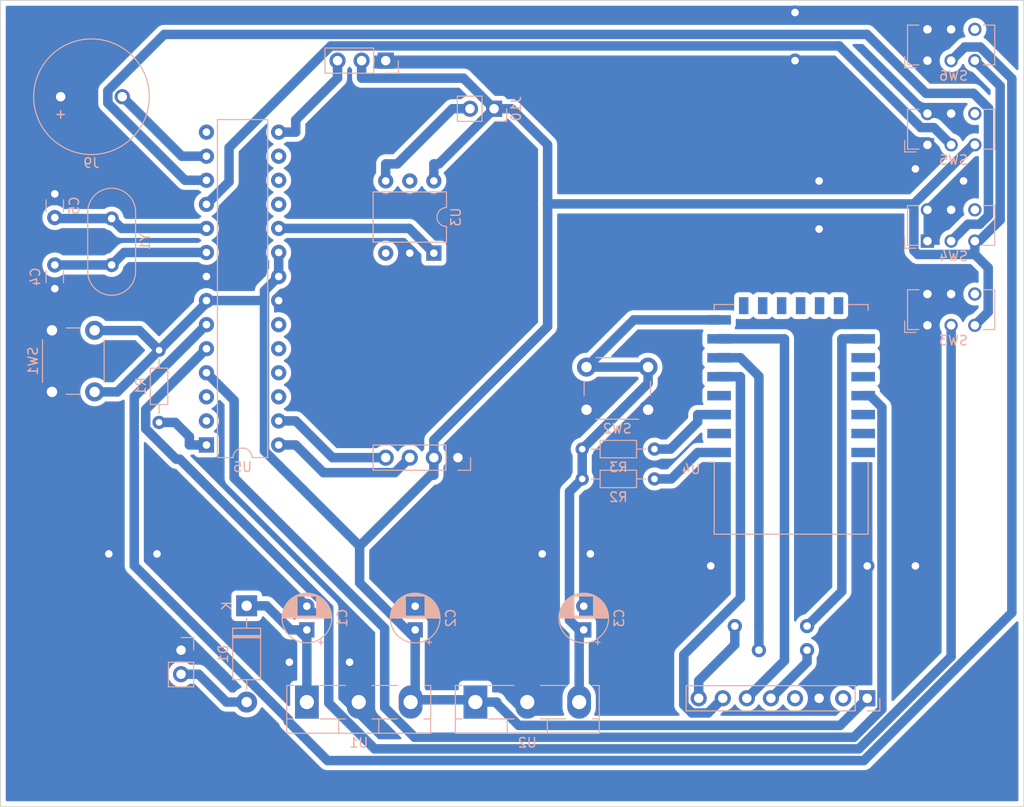
<source format=kicad_pcb>
(kicad_pcb (version 20171130) (host pcbnew "(5.1.4)-1")

  (general
    (thickness 1.6)
    (drawings 4)
    (tracks 211)
    (zones 0)
    (modules 27)
    (nets 57)
  )

  (page A4)
  (title_block
    (title "Placa Esmiril")
    (date 2019-11-07)
    (rev 1)
    (company "ESCOLA SENAI \"LUIZ VARGA\"")
    (comment 1 "Desenvolvido por GABRIEL MAXIMO DA SILVA")
  )

  (layers
    (0 F.Cu signal)
    (31 B.Cu signal)
    (32 B.Adhes user)
    (33 F.Adhes user)
    (34 B.Paste user)
    (35 F.Paste user)
    (36 B.SilkS user)
    (37 F.SilkS user)
    (38 B.Mask user)
    (39 F.Mask user)
    (40 Dwgs.User user)
    (41 Cmts.User user)
    (42 Eco1.User user)
    (43 Eco2.User user)
    (44 Edge.Cuts user)
    (45 Margin user)
    (46 B.CrtYd user)
    (47 F.CrtYd user)
    (48 B.Fab user)
    (49 F.Fab user)
  )

  (setup
    (last_trace_width 1)
    (user_trace_width 0.5)
    (trace_clearance 0.2)
    (zone_clearance 0.508)
    (zone_45_only no)
    (trace_min 0.2)
    (via_size 0.8)
    (via_drill 0.4)
    (via_min_size 0.4)
    (via_min_drill 0.3)
    (user_via 1.5 0.8)
    (uvia_size 0.3)
    (uvia_drill 0.1)
    (uvias_allowed no)
    (uvia_min_size 0.2)
    (uvia_min_drill 0.1)
    (edge_width 0.05)
    (segment_width 0.2)
    (pcb_text_width 0.3)
    (pcb_text_size 1.5 1.5)
    (mod_edge_width 0.12)
    (mod_text_size 1 1)
    (mod_text_width 0.15)
    (pad_size 1.524 1.524)
    (pad_drill 0.762)
    (pad_to_mask_clearance 0.051)
    (solder_mask_min_width 0.25)
    (aux_axis_origin 0 0)
    (visible_elements 7FFFFFFF)
    (pcbplotparams
      (layerselection 0x010fc_ffffffff)
      (usegerberextensions false)
      (usegerberattributes false)
      (usegerberadvancedattributes false)
      (creategerberjobfile false)
      (excludeedgelayer true)
      (linewidth 0.100000)
      (plotframeref false)
      (viasonmask false)
      (mode 1)
      (useauxorigin false)
      (hpglpennumber 1)
      (hpglpenspeed 20)
      (hpglpendiameter 15.000000)
      (psnegative false)
      (psa4output false)
      (plotreference true)
      (plotvalue true)
      (plotinvisibletext false)
      (padsonsilk false)
      (subtractmaskfromsilk false)
      (outputformat 1)
      (mirror false)
      (drillshape 1)
      (scaleselection 1)
      (outputdirectory ""))
  )

  (net 0 "")
  (net 1 GND)
  (net 2 12V)
  (net 3 5V)
  (net 4 3,3V)
  (net 5 CRISTAL1)
  (net 6 CRISTAL2)
  (net 7 "Net-(D1-Pad2)")
  (net 8 SDA)
  (net 9 SCL)
  (net 10 SS)
  (net 11 SCK)
  (net 12 MOSI)
  (net 13 MISO)
  (net 14 IR)
  (net 15 RST)
  (net 16 SERVO)
  (net 17 Acrilico)
  (net 18 PIR)
  (net 19 MAGNETICO)
  (net 20 INFRAVERMELHO)
  (net 21 BUZER)
  (net 22 "Net-(J10-Pad2)")
  (net 23 RESET)
  (net 24 RESET-ESP)
  (net 25 EN-ESP)
  (net 26 "Net-(U3-Pad3)")
  (net 27 "Net-(U3-Pad5)")
  (net 28 CONTATOR)
  (net 29 "Net-(U4-Pad22)")
  (net 30 "Net-(U4-Pad21)")
  (net 31 "Net-(U4-Pad20)")
  (net 32 CARTAO)
  (net 33 "Net-(U4-Pad18)")
  (net 34 "Net-(U4-Pad17)")
  (net 35 "Net-(U4-Pad14)")
  (net 36 "Net-(U4-Pad13)")
  (net 37 "Net-(U4-Pad12)")
  (net 38 "Net-(U4-Pad11)")
  (net 39 "Net-(U4-Pad10)")
  (net 40 "Net-(U4-Pad9)")
  (net 41 "Net-(U4-Pad4)")
  (net 42 "Net-(U4-Pad2)")
  (net 43 "Net-(U5-Pad14)")
  (net 44 "Net-(U5-Pad26)")
  (net 45 "Net-(U5-Pad25)")
  (net 46 "Net-(U5-Pad24)")
  (net 47 "Net-(U5-Pad23)")
  (net 48 "Net-(U5-Pad18)")
  (net 49 "Net-(U5-Pad17)")
  (net 50 "Net-(U5-Pad3)")
  (net 51 "Net-(U5-Pad16)")
  (net 52 "Net-(U5-Pad2)")
  (net 53 "Net-(SW3-Pad6)")
  (net 54 "Net-(SW4-Pad6)")
  (net 55 "Net-(SW5-Pad6)")
  (net 56 "Net-(SW6-Pad6)")

  (net_class Default "Esta é a classe de rede padrão."
    (clearance 0.2)
    (trace_width 1)
    (via_dia 0.8)
    (via_drill 0.4)
    (uvia_dia 0.3)
    (uvia_drill 0.1)
    (add_net 12V)
    (add_net 3,3V)
    (add_net 5V)
    (add_net Acrilico)
    (add_net BUZER)
    (add_net CARTAO)
    (add_net CONTATOR)
    (add_net CRISTAL1)
    (add_net CRISTAL2)
    (add_net EN-ESP)
    (add_net GND)
    (add_net INFRAVERMELHO)
    (add_net IR)
    (add_net MAGNETICO)
    (add_net MISO)
    (add_net MOSI)
    (add_net "Net-(D1-Pad2)")
    (add_net "Net-(J10-Pad2)")
    (add_net "Net-(SW3-Pad6)")
    (add_net "Net-(SW4-Pad6)")
    (add_net "Net-(SW5-Pad6)")
    (add_net "Net-(SW6-Pad6)")
    (add_net "Net-(U3-Pad3)")
    (add_net "Net-(U3-Pad5)")
    (add_net "Net-(U4-Pad10)")
    (add_net "Net-(U4-Pad11)")
    (add_net "Net-(U4-Pad12)")
    (add_net "Net-(U4-Pad13)")
    (add_net "Net-(U4-Pad14)")
    (add_net "Net-(U4-Pad17)")
    (add_net "Net-(U4-Pad18)")
    (add_net "Net-(U4-Pad2)")
    (add_net "Net-(U4-Pad20)")
    (add_net "Net-(U4-Pad21)")
    (add_net "Net-(U4-Pad22)")
    (add_net "Net-(U4-Pad4)")
    (add_net "Net-(U4-Pad9)")
    (add_net "Net-(U5-Pad14)")
    (add_net "Net-(U5-Pad16)")
    (add_net "Net-(U5-Pad17)")
    (add_net "Net-(U5-Pad18)")
    (add_net "Net-(U5-Pad2)")
    (add_net "Net-(U5-Pad23)")
    (add_net "Net-(U5-Pad24)")
    (add_net "Net-(U5-Pad25)")
    (add_net "Net-(U5-Pad26)")
    (add_net "Net-(U5-Pad3)")
    (add_net PIR)
    (add_net RESET)
    (add_net RESET-ESP)
    (add_net RST)
    (add_net SCK)
    (add_net SCL)
    (add_net SDA)
    (add_net SERVO)
    (add_net SS)
  )

  (module Connector_PinHeader_2.54mm:PinHeader_1x02_P2.54mm_Vertical (layer B.Cu) (tedit 59FED5CC) (tstamp 5DCACBC5)
    (at 157.48 74.93 90)
    (descr "Through hole straight pin header, 1x02, 2.54mm pitch, single row")
    (tags "Through hole pin header THT 1x02 2.54mm single row")
    (path /5DC2EBDD)
    (fp_text reference J10 (at 0 2.33 270) (layer B.SilkS)
      (effects (font (size 1 1) (thickness 0.15)) (justify mirror))
    )
    (fp_text value CONTATOR (at 0 -4.87 270) (layer B.Fab)
      (effects (font (size 1 1) (thickness 0.15)) (justify mirror))
    )
    (fp_text user %R (at 0 -1.27) (layer B.Fab)
      (effects (font (size 1 1) (thickness 0.15)) (justify mirror))
    )
    (fp_line (start 1.8 1.8) (end -1.8 1.8) (layer B.CrtYd) (width 0.05))
    (fp_line (start 1.8 -4.35) (end 1.8 1.8) (layer B.CrtYd) (width 0.05))
    (fp_line (start -1.8 -4.35) (end 1.8 -4.35) (layer B.CrtYd) (width 0.05))
    (fp_line (start -1.8 1.8) (end -1.8 -4.35) (layer B.CrtYd) (width 0.05))
    (fp_line (start -1.33 1.33) (end 0 1.33) (layer B.SilkS) (width 0.12))
    (fp_line (start -1.33 0) (end -1.33 1.33) (layer B.SilkS) (width 0.12))
    (fp_line (start -1.33 -1.27) (end 1.33 -1.27) (layer B.SilkS) (width 0.12))
    (fp_line (start 1.33 -1.27) (end 1.33 -3.87) (layer B.SilkS) (width 0.12))
    (fp_line (start -1.33 -1.27) (end -1.33 -3.87) (layer B.SilkS) (width 0.12))
    (fp_line (start -1.33 -3.87) (end 1.33 -3.87) (layer B.SilkS) (width 0.12))
    (fp_line (start -1.27 0.635) (end -0.635 1.27) (layer B.Fab) (width 0.1))
    (fp_line (start -1.27 -3.81) (end -1.27 0.635) (layer B.Fab) (width 0.1))
    (fp_line (start 1.27 -3.81) (end -1.27 -3.81) (layer B.Fab) (width 0.1))
    (fp_line (start 1.27 1.27) (end 1.27 -3.81) (layer B.Fab) (width 0.1))
    (fp_line (start -0.635 1.27) (end 1.27 1.27) (layer B.Fab) (width 0.1))
    (pad 2 thru_hole oval (at 0 -2.54 90) (size 1.7 1.7) (drill 1) (layers *.Cu *.Mask)
      (net 22 "Net-(J10-Pad2)"))
    (pad 1 thru_hole rect (at 0 0 90) (size 1.7 1.7) (drill 1) (layers *.Cu *.Mask)
      (net 3 5V))
    (model ${KISYS3DMOD}/Connector_PinHeader_2.54mm.3dshapes/PinHeader_1x02_P2.54mm_Vertical.wrl
      (at (xyz 0 0 0))
      (scale (xyz 1 1 1))
      (rotate (xyz 0 0 0))
    )
  )

  (module Connector_PinHeader_2.54mm:PinHeader_1x04_P2.54mm_Vertical (layer B.Cu) (tedit 59FED5CC) (tstamp 5DBEE497)
    (at 153.67 111.76 90)
    (descr "Through hole straight pin header, 1x04, 2.54mm pitch, single row")
    (tags "Through hole pin header THT 1x04 2.54mm single row")
    (path /5DBE2937)
    (fp_text reference J2 (at 0 2.33 270) (layer B.SilkS) hide
      (effects (font (size 1 1) (thickness 0.15)) (justify mirror))
    )
    (fp_text value "Display OLED 0,96" (at -3.81 -3.81) (layer B.Fab)
      (effects (font (size 1 1) (thickness 0.15)) (justify mirror))
    )
    (fp_text user %R (at 0 -3.81) (layer B.Fab)
      (effects (font (size 1 1) (thickness 0.15)) (justify mirror))
    )
    (fp_line (start 1.8 1.8) (end -1.8 1.8) (layer B.CrtYd) (width 0.05))
    (fp_line (start 1.8 -9.4) (end 1.8 1.8) (layer B.CrtYd) (width 0.05))
    (fp_line (start -1.8 -9.4) (end 1.8 -9.4) (layer B.CrtYd) (width 0.05))
    (fp_line (start -1.8 1.8) (end -1.8 -9.4) (layer B.CrtYd) (width 0.05))
    (fp_line (start -1.33 1.33) (end 0 1.33) (layer B.SilkS) (width 0.12))
    (fp_line (start -1.33 0) (end -1.33 1.33) (layer B.SilkS) (width 0.12))
    (fp_line (start -1.33 -1.27) (end 1.33 -1.27) (layer B.SilkS) (width 0.12))
    (fp_line (start 1.33 -1.27) (end 1.33 -8.95) (layer B.SilkS) (width 0.12))
    (fp_line (start -1.33 -1.27) (end -1.33 -8.95) (layer B.SilkS) (width 0.12))
    (fp_line (start -1.33 -8.95) (end 1.33 -8.95) (layer B.SilkS) (width 0.12))
    (fp_line (start -1.27 0.635) (end -0.635 1.27) (layer B.Fab) (width 0.1))
    (fp_line (start -1.27 -8.89) (end -1.27 0.635) (layer B.Fab) (width 0.1))
    (fp_line (start 1.27 -8.89) (end -1.27 -8.89) (layer B.Fab) (width 0.1))
    (fp_line (start 1.27 1.27) (end 1.27 -8.89) (layer B.Fab) (width 0.1))
    (fp_line (start -0.635 1.27) (end 1.27 1.27) (layer B.Fab) (width 0.1))
    (pad 4 thru_hole oval (at 0 -7.62 90) (size 1.7 1.7) (drill 1) (layers *.Cu *.Mask)
      (net 8 SDA))
    (pad 3 thru_hole oval (at 0 -5.08 90) (size 1.7 1.7) (drill 1) (layers *.Cu *.Mask)
      (net 9 SCL))
    (pad 2 thru_hole oval (at 0 -2.54 90) (size 1.7 1.7) (drill 1) (layers *.Cu *.Mask)
      (net 3 5V))
    (pad 1 thru_hole rect (at 0 0 90) (size 1.7 1.7) (drill 1) (layers *.Cu *.Mask)
      (net 1 GND))
    (model ${KISYS3DMOD}/Connector_PinHeader_2.54mm.3dshapes/PinHeader_1x04_P2.54mm_Vertical.wrl
      (at (xyz 0 0 0))
      (scale (xyz 1 1 1))
      (rotate (xyz 0 0 0))
    )
  )

  (module Button_Switch_THT:SW_CuK_JS202011CQN_DPDT_Straight (layer B.Cu) (tedit 5A02FE31) (tstamp 5DCAB12B)
    (at 203.2 69.85)
    (descr "CuK sub miniature slide switch, JS series, DPDT, right angle, http://www.ckswitches.com/media/1422/js.pdf")
    (tags "switch DPDT")
    (path /5DCFFCB9)
    (fp_text reference SW6 (at 2.75 1.6) (layer B.SilkS)
      (effects (font (size 1 1) (thickness 0.15)) (justify mirror))
    )
    (fp_text value MAGNETICO (at 3 -5) (layer B.Fab)
      (effects (font (size 1 1) (thickness 0.15)) (justify mirror))
    )
    (fp_line (start -1 0.35) (end -2 -0.65) (layer B.Fab) (width 0.1))
    (fp_line (start -2.25 -4.25) (end -2.25 0.95) (layer B.CrtYd) (width 0.05))
    (fp_line (start 7.25 -4.25) (end -2.25 -4.25) (layer B.CrtYd) (width 0.05))
    (fp_line (start 7.25 0.95) (end 7.25 -4.25) (layer B.CrtYd) (width 0.05))
    (fp_line (start -2.25 0.95) (end 7.25 0.95) (layer B.CrtYd) (width 0.05))
    (fp_line (start -2.4 0.75) (end -2.4 -0.45) (layer B.SilkS) (width 0.12))
    (fp_line (start -1.2 0.75) (end -2.4 0.75) (layer B.SilkS) (width 0.12))
    (fp_line (start 7.1 -3.75) (end 5.9 -3.75) (layer B.SilkS) (width 0.12))
    (fp_line (start 7.1 0.45) (end 7.1 -3.75) (layer B.SilkS) (width 0.12))
    (fp_line (start 5.9 0.45) (end 7.1 0.45) (layer B.SilkS) (width 0.12))
    (fp_line (start -2.1 -3.75) (end -0.9 -3.75) (layer B.SilkS) (width 0.12))
    (fp_line (start -2.1 0.45) (end -2.1 -3.75) (layer B.SilkS) (width 0.12))
    (fp_line (start -0.9 0.45) (end -2.1 0.45) (layer B.SilkS) (width 0.12))
    (fp_text user %R (at 2 -1.65) (layer B.Fab)
      (effects (font (size 1 1) (thickness 0.15)) (justify mirror))
    )
    (fp_line (start -2 -3.65) (end -2 -0.65) (layer B.Fab) (width 0.1))
    (fp_line (start 7 -3.65) (end -2 -3.65) (layer B.Fab) (width 0.1))
    (fp_line (start 7 0.35) (end 7 -3.65) (layer B.Fab) (width 0.1))
    (fp_line (start -1 0.35) (end 7 0.35) (layer B.Fab) (width 0.1))
    (pad 1 thru_hole rect (at 0 0) (size 1.4 1.4) (drill 0.9) (layers *.Cu *.Mask)
      (net 1 GND))
    (pad 2 thru_hole circle (at 2.5 0) (size 1.4 1.4) (drill 0.9) (layers *.Cu *.Mask)
      (net 19 MAGNETICO))
    (pad 3 thru_hole circle (at 5 0) (size 1.4 1.4) (drill 0.9) (layers *.Cu *.Mask)
      (net 3 5V))
    (pad 4 thru_hole circle (at 0 -3.3) (size 1.4 1.4) (drill 0.9) (layers *.Cu *.Mask)
      (net 1 GND))
    (pad 5 thru_hole circle (at 2.5 -3.3) (size 1.4 1.4) (drill 0.9) (layers *.Cu *.Mask)
      (net 1 GND))
    (pad 6 thru_hole circle (at 5 -3.3) (size 1.4 1.4) (drill 0.9) (layers *.Cu *.Mask)
      (net 56 "Net-(SW6-Pad6)"))
    (model ${KISYS3DMOD}/Button_Switch_THT.3dshapes/SW_CuK_JS202011CQN_DPDT_Straight.wrl
      (at (xyz 0 0 0))
      (scale (xyz 1 1 1))
      (rotate (xyz 0 0 0))
    )
  )

  (module Button_Switch_THT:SW_CuK_JS202011CQN_DPDT_Straight (layer B.Cu) (tedit 5A02FE31) (tstamp 5DCAB10F)
    (at 203.2 78.74)
    (descr "CuK sub miniature slide switch, JS series, DPDT, right angle, http://www.ckswitches.com/media/1422/js.pdf")
    (tags "switch DPDT")
    (path /5DCFFCA7)
    (fp_text reference SW5 (at 2.75 1.6) (layer B.SilkS)
      (effects (font (size 1 1) (thickness 0.15)) (justify mirror))
    )
    (fp_text value PIR (at 3 -5) (layer B.Fab)
      (effects (font (size 1 1) (thickness 0.15)) (justify mirror))
    )
    (fp_line (start -1 0.35) (end -2 -0.65) (layer B.Fab) (width 0.1))
    (fp_line (start -2.25 -4.25) (end -2.25 0.95) (layer B.CrtYd) (width 0.05))
    (fp_line (start 7.25 -4.25) (end -2.25 -4.25) (layer B.CrtYd) (width 0.05))
    (fp_line (start 7.25 0.95) (end 7.25 -4.25) (layer B.CrtYd) (width 0.05))
    (fp_line (start -2.25 0.95) (end 7.25 0.95) (layer B.CrtYd) (width 0.05))
    (fp_line (start -2.4 0.75) (end -2.4 -0.45) (layer B.SilkS) (width 0.12))
    (fp_line (start -1.2 0.75) (end -2.4 0.75) (layer B.SilkS) (width 0.12))
    (fp_line (start 7.1 -3.75) (end 5.9 -3.75) (layer B.SilkS) (width 0.12))
    (fp_line (start 7.1 0.45) (end 7.1 -3.75) (layer B.SilkS) (width 0.12))
    (fp_line (start 5.9 0.45) (end 7.1 0.45) (layer B.SilkS) (width 0.12))
    (fp_line (start -2.1 -3.75) (end -0.9 -3.75) (layer B.SilkS) (width 0.12))
    (fp_line (start -2.1 0.45) (end -2.1 -3.75) (layer B.SilkS) (width 0.12))
    (fp_line (start -0.9 0.45) (end -2.1 0.45) (layer B.SilkS) (width 0.12))
    (fp_text user %R (at 2 -1.65) (layer B.Fab)
      (effects (font (size 1 1) (thickness 0.15)) (justify mirror))
    )
    (fp_line (start -2 -3.65) (end -2 -0.65) (layer B.Fab) (width 0.1))
    (fp_line (start 7 -3.65) (end -2 -3.65) (layer B.Fab) (width 0.1))
    (fp_line (start 7 0.35) (end 7 -3.65) (layer B.Fab) (width 0.1))
    (fp_line (start -1 0.35) (end 7 0.35) (layer B.Fab) (width 0.1))
    (pad 1 thru_hole rect (at 0 0) (size 1.4 1.4) (drill 0.9) (layers *.Cu *.Mask)
      (net 1 GND))
    (pad 2 thru_hole circle (at 2.5 0) (size 1.4 1.4) (drill 0.9) (layers *.Cu *.Mask)
      (net 18 PIR))
    (pad 3 thru_hole circle (at 5 0) (size 1.4 1.4) (drill 0.9) (layers *.Cu *.Mask)
      (net 3 5V))
    (pad 4 thru_hole circle (at 0 -3.3) (size 1.4 1.4) (drill 0.9) (layers *.Cu *.Mask)
      (net 1 GND))
    (pad 5 thru_hole circle (at 2.5 -3.3) (size 1.4 1.4) (drill 0.9) (layers *.Cu *.Mask)
      (net 1 GND))
    (pad 6 thru_hole circle (at 5 -3.3) (size 1.4 1.4) (drill 0.9) (layers *.Cu *.Mask)
      (net 55 "Net-(SW5-Pad6)"))
    (model ${KISYS3DMOD}/Button_Switch_THT.3dshapes/SW_CuK_JS202011CQN_DPDT_Straight.wrl
      (at (xyz 0 0 0))
      (scale (xyz 1 1 1))
      (rotate (xyz 0 0 0))
    )
  )

  (module Button_Switch_THT:SW_CuK_JS202011CQN_DPDT_Straight (layer B.Cu) (tedit 5A02FE31) (tstamp 5DCAB0F3)
    (at 203.2 88.9)
    (descr "CuK sub miniature slide switch, JS series, DPDT, right angle, http://www.ckswitches.com/media/1422/js.pdf")
    (tags "switch DPDT")
    (path /5DCEAB85)
    (fp_text reference SW4 (at 2.75 1.6) (layer B.SilkS)
      (effects (font (size 1 1) (thickness 0.15)) (justify mirror))
    )
    (fp_text value INFRAVERMELHO (at 3 -5) (layer B.Fab)
      (effects (font (size 1 1) (thickness 0.15)) (justify mirror))
    )
    (fp_line (start -1 0.35) (end -2 -0.65) (layer B.Fab) (width 0.1))
    (fp_line (start -2.25 -4.25) (end -2.25 0.95) (layer B.CrtYd) (width 0.05))
    (fp_line (start 7.25 -4.25) (end -2.25 -4.25) (layer B.CrtYd) (width 0.05))
    (fp_line (start 7.25 0.95) (end 7.25 -4.25) (layer B.CrtYd) (width 0.05))
    (fp_line (start -2.25 0.95) (end 7.25 0.95) (layer B.CrtYd) (width 0.05))
    (fp_line (start -2.4 0.75) (end -2.4 -0.45) (layer B.SilkS) (width 0.12))
    (fp_line (start -1.2 0.75) (end -2.4 0.75) (layer B.SilkS) (width 0.12))
    (fp_line (start 7.1 -3.75) (end 5.9 -3.75) (layer B.SilkS) (width 0.12))
    (fp_line (start 7.1 0.45) (end 7.1 -3.75) (layer B.SilkS) (width 0.12))
    (fp_line (start 5.9 0.45) (end 7.1 0.45) (layer B.SilkS) (width 0.12))
    (fp_line (start -2.1 -3.75) (end -0.9 -3.75) (layer B.SilkS) (width 0.12))
    (fp_line (start -2.1 0.45) (end -2.1 -3.75) (layer B.SilkS) (width 0.12))
    (fp_line (start -0.9 0.45) (end -2.1 0.45) (layer B.SilkS) (width 0.12))
    (fp_text user %R (at 2 -1.65) (layer B.Fab)
      (effects (font (size 1 1) (thickness 0.15)) (justify mirror))
    )
    (fp_line (start -2 -3.65) (end -2 -0.65) (layer B.Fab) (width 0.1))
    (fp_line (start 7 -3.65) (end -2 -3.65) (layer B.Fab) (width 0.1))
    (fp_line (start 7 0.35) (end 7 -3.65) (layer B.Fab) (width 0.1))
    (fp_line (start -1 0.35) (end 7 0.35) (layer B.Fab) (width 0.1))
    (pad 1 thru_hole rect (at 0 0) (size 1.4 1.4) (drill 0.9) (layers *.Cu *.Mask)
      (net 1 GND))
    (pad 2 thru_hole circle (at 2.5 0) (size 1.4 1.4) (drill 0.9) (layers *.Cu *.Mask)
      (net 20 INFRAVERMELHO))
    (pad 3 thru_hole circle (at 5 0) (size 1.4 1.4) (drill 0.9) (layers *.Cu *.Mask)
      (net 3 5V))
    (pad 4 thru_hole circle (at 0 -3.3) (size 1.4 1.4) (drill 0.9) (layers *.Cu *.Mask)
      (net 1 GND))
    (pad 5 thru_hole circle (at 2.5 -3.3) (size 1.4 1.4) (drill 0.9) (layers *.Cu *.Mask)
      (net 1 GND))
    (pad 6 thru_hole circle (at 5 -3.3) (size 1.4 1.4) (drill 0.9) (layers *.Cu *.Mask)
      (net 54 "Net-(SW4-Pad6)"))
    (model ${KISYS3DMOD}/Button_Switch_THT.3dshapes/SW_CuK_JS202011CQN_DPDT_Straight.wrl
      (at (xyz 0 0 0))
      (scale (xyz 1 1 1))
      (rotate (xyz 0 0 0))
    )
  )

  (module Button_Switch_THT:SW_CuK_JS202011CQN_DPDT_Straight (layer B.Cu) (tedit 5A02FE31) (tstamp 5DCAB0D7)
    (at 203.2 97.79)
    (descr "CuK sub miniature slide switch, JS series, DPDT, right angle, http://www.ckswitches.com/media/1422/js.pdf")
    (tags "switch DPDT")
    (path /5DCA9877)
    (fp_text reference SW3 (at 2.75 1.6) (layer B.SilkS)
      (effects (font (size 1 1) (thickness 0.15)) (justify mirror))
    )
    (fp_text value ACRILICO (at 3 -5) (layer B.Fab)
      (effects (font (size 1 1) (thickness 0.15)) (justify mirror))
    )
    (fp_line (start -1 0.35) (end -2 -0.65) (layer B.Fab) (width 0.1))
    (fp_line (start -2.25 -4.25) (end -2.25 0.95) (layer B.CrtYd) (width 0.05))
    (fp_line (start 7.25 -4.25) (end -2.25 -4.25) (layer B.CrtYd) (width 0.05))
    (fp_line (start 7.25 0.95) (end 7.25 -4.25) (layer B.CrtYd) (width 0.05))
    (fp_line (start -2.25 0.95) (end 7.25 0.95) (layer B.CrtYd) (width 0.05))
    (fp_line (start -2.4 0.75) (end -2.4 -0.45) (layer B.SilkS) (width 0.12))
    (fp_line (start -1.2 0.75) (end -2.4 0.75) (layer B.SilkS) (width 0.12))
    (fp_line (start 7.1 -3.75) (end 5.9 -3.75) (layer B.SilkS) (width 0.12))
    (fp_line (start 7.1 0.45) (end 7.1 -3.75) (layer B.SilkS) (width 0.12))
    (fp_line (start 5.9 0.45) (end 7.1 0.45) (layer B.SilkS) (width 0.12))
    (fp_line (start -2.1 -3.75) (end -0.9 -3.75) (layer B.SilkS) (width 0.12))
    (fp_line (start -2.1 0.45) (end -2.1 -3.75) (layer B.SilkS) (width 0.12))
    (fp_line (start -0.9 0.45) (end -2.1 0.45) (layer B.SilkS) (width 0.12))
    (fp_text user %R (at 2 -1.65) (layer B.Fab)
      (effects (font (size 1 1) (thickness 0.15)) (justify mirror))
    )
    (fp_line (start -2 -3.65) (end -2 -0.65) (layer B.Fab) (width 0.1))
    (fp_line (start 7 -3.65) (end -2 -3.65) (layer B.Fab) (width 0.1))
    (fp_line (start 7 0.35) (end 7 -3.65) (layer B.Fab) (width 0.1))
    (fp_line (start -1 0.35) (end 7 0.35) (layer B.Fab) (width 0.1))
    (pad 1 thru_hole rect (at 0 0) (size 1.4 1.4) (drill 0.9) (layers *.Cu *.Mask)
      (net 1 GND))
    (pad 2 thru_hole circle (at 2.5 0) (size 1.4 1.4) (drill 0.9) (layers *.Cu *.Mask)
      (net 17 Acrilico))
    (pad 3 thru_hole circle (at 5 0) (size 1.4 1.4) (drill 0.9) (layers *.Cu *.Mask)
      (net 3 5V))
    (pad 4 thru_hole circle (at 0 -3.3) (size 1.4 1.4) (drill 0.9) (layers *.Cu *.Mask)
      (net 1 GND))
    (pad 5 thru_hole circle (at 2.5 -3.3) (size 1.4 1.4) (drill 0.9) (layers *.Cu *.Mask)
      (net 1 GND))
    (pad 6 thru_hole circle (at 5 -3.3) (size 1.4 1.4) (drill 0.9) (layers *.Cu *.Mask)
      (net 53 "Net-(SW3-Pad6)"))
    (model ${KISYS3DMOD}/Button_Switch_THT.3dshapes/SW_CuK_JS202011CQN_DPDT_Straight.wrl
      (at (xyz 0 0 0))
      (scale (xyz 1 1 1))
      (rotate (xyz 0 0 0))
    )
  )

  (module RF_Module:ESP-12E (layer B.Cu) (tedit 5A030172) (tstamp 5DBF2B9C)
    (at 188.82 107.716)
    (descr "Wi-Fi Module, http://wiki.ai-thinker.com/_media/esp8266/docs/aithinker_esp_12f_datasheet_en.pdf")
    (tags "Wi-Fi Module")
    (path /5DBD8460)
    (attr smd)
    (fp_text reference U4 (at -10.56 5.26) (layer B.SilkS)
      (effects (font (size 1 1) (thickness 0.15)) (justify mirror))
    )
    (fp_text value ESP-12E (at -0.06 12.78) (layer B.Fab)
      (effects (font (size 1 1) (thickness 0.15)) (justify mirror))
    )
    (fp_line (start 5.56 4.8) (end 8.12 7.36) (layer Dwgs.User) (width 0.12))
    (fp_line (start 2.56 4.8) (end 8.12 10.36) (layer Dwgs.User) (width 0.12))
    (fp_line (start -0.44 4.8) (end 6.88 12.12) (layer Dwgs.User) (width 0.12))
    (fp_line (start -3.44 4.8) (end 3.88 12.12) (layer Dwgs.User) (width 0.12))
    (fp_line (start -6.44 4.8) (end 0.88 12.12) (layer Dwgs.User) (width 0.12))
    (fp_line (start -8.12 6.12) (end -2.12 12.12) (layer Dwgs.User) (width 0.12))
    (fp_line (start -8.12 9.12) (end -5.12 12.12) (layer Dwgs.User) (width 0.12))
    (fp_line (start -8.12 4.8) (end -8.12 12.12) (layer Dwgs.User) (width 0.12))
    (fp_line (start 8.12 4.8) (end -8.12 4.8) (layer Dwgs.User) (width 0.12))
    (fp_line (start 8.12 12.12) (end 8.12 4.8) (layer Dwgs.User) (width 0.12))
    (fp_line (start -8.12 12.12) (end 8.12 12.12) (layer Dwgs.User) (width 0.12))
    (fp_line (start -8.12 4.5) (end -8.73 4.5) (layer B.SilkS) (width 0.12))
    (fp_line (start -8.12 4.5) (end -8.12 12.12) (layer B.SilkS) (width 0.12))
    (fp_line (start -8.12 -12.12) (end -8.12 -11.5) (layer B.SilkS) (width 0.12))
    (fp_line (start -6 -12.12) (end -8.12 -12.12) (layer B.SilkS) (width 0.12))
    (fp_line (start 8.12 -12.12) (end 6 -12.12) (layer B.SilkS) (width 0.12))
    (fp_line (start 8.12 -11.5) (end 8.12 -12.12) (layer B.SilkS) (width 0.12))
    (fp_line (start 8.12 12.12) (end 8.12 4.5) (layer B.SilkS) (width 0.12))
    (fp_line (start -8.12 12.12) (end 8.12 12.12) (layer B.SilkS) (width 0.12))
    (fp_line (start -9.05 -13.1) (end -9.05 12.2) (layer B.CrtYd) (width 0.05))
    (fp_line (start 9.05 -13.1) (end -9.05 -13.1) (layer B.CrtYd) (width 0.05))
    (fp_line (start 9.05 12.2) (end 9.05 -13.1) (layer B.CrtYd) (width 0.05))
    (fp_line (start -9.05 12.2) (end 9.05 12.2) (layer B.CrtYd) (width 0.05))
    (fp_line (start -8 4) (end -8 12) (layer B.Fab) (width 0.12))
    (fp_line (start -7.5 3.5) (end -8 4) (layer B.Fab) (width 0.12))
    (fp_line (start -8 3) (end -7.5 3.5) (layer B.Fab) (width 0.12))
    (fp_line (start -8 -12) (end -8 3) (layer B.Fab) (width 0.12))
    (fp_line (start 8 -12) (end -8 -12) (layer B.Fab) (width 0.12))
    (fp_line (start 8 12) (end 8 -12) (layer B.Fab) (width 0.12))
    (fp_line (start -8 12) (end 8 12) (layer B.Fab) (width 0.12))
    (fp_text user %R (at 0.49 0.8) (layer B.Fab)
      (effects (font (size 1 1) (thickness 0.15)) (justify mirror))
    )
    (fp_text user "KEEP-OUT ZONE" (at 0.03 9.55 -180) (layer Cmts.User)
      (effects (font (size 1 1) (thickness 0.15)))
    )
    (fp_text user Antenna (at -0.06 7 -180) (layer Cmts.User)
      (effects (font (size 1 1) (thickness 0.15)))
    )
    (pad 22 smd rect (at 7.6 3.5) (size 2.5 1) (layers B.Cu B.Paste B.Mask)
      (net 29 "Net-(U4-Pad22)"))
    (pad 21 smd rect (at 7.6 1.5) (size 2.5 1) (layers B.Cu B.Paste B.Mask)
      (net 30 "Net-(U4-Pad21)"))
    (pad 20 smd rect (at 7.6 -0.5) (size 2.5 1) (layers B.Cu B.Paste B.Mask)
      (net 31 "Net-(U4-Pad20)"))
    (pad 19 smd rect (at 7.6 -2.5) (size 2.5 1) (layers B.Cu B.Paste B.Mask)
      (net 32 CARTAO))
    (pad 18 smd rect (at 7.6 -4.5) (size 2.5 1) (layers B.Cu B.Paste B.Mask)
      (net 33 "Net-(U4-Pad18)"))
    (pad 17 smd rect (at 7.6 -6.5) (size 2.5 1) (layers B.Cu B.Paste B.Mask)
      (net 34 "Net-(U4-Pad17)"))
    (pad 16 smd rect (at 7.6 -8.5) (size 2.5 1) (layers B.Cu B.Paste B.Mask)
      (net 10 SS))
    (pad 15 smd rect (at 7.6 -10.5) (size 2.5 1) (layers B.Cu B.Paste B.Mask)
      (net 1 GND))
    (pad 14 smd rect (at 5 -12) (size 1 1.8) (layers B.Cu B.Paste B.Mask)
      (net 35 "Net-(U4-Pad14)"))
    (pad 13 smd rect (at 3 -12) (size 1 1.8) (layers B.Cu B.Paste B.Mask)
      (net 36 "Net-(U4-Pad13)"))
    (pad 12 smd rect (at 1 -12) (size 1 1.8) (layers B.Cu B.Paste B.Mask)
      (net 37 "Net-(U4-Pad12)"))
    (pad 11 smd rect (at -1 -12) (size 1 1.8) (layers B.Cu B.Paste B.Mask)
      (net 38 "Net-(U4-Pad11)"))
    (pad 10 smd rect (at -3 -12) (size 1 1.8) (layers B.Cu B.Paste B.Mask)
      (net 39 "Net-(U4-Pad10)"))
    (pad 9 smd rect (at -5 -12) (size 1 1.8) (layers B.Cu B.Paste B.Mask)
      (net 40 "Net-(U4-Pad9)"))
    (pad 8 smd rect (at -7.6 -10.5) (size 2.5 1) (layers B.Cu B.Paste B.Mask)
      (net 4 3,3V))
    (pad 7 smd rect (at -7.6 -8.5) (size 2.5 1) (layers B.Cu B.Paste B.Mask)
      (net 12 MOSI))
    (pad 6 smd rect (at -7.6 -6.5) (size 2.5 1) (layers B.Cu B.Paste B.Mask)
      (net 13 MISO))
    (pad 5 smd rect (at -7.6 -4.5) (size 2.5 1) (layers B.Cu B.Paste B.Mask)
      (net 11 SCK))
    (pad 4 smd rect (at -7.6 -2.5) (size 2.5 1) (layers B.Cu B.Paste B.Mask)
      (net 41 "Net-(U4-Pad4)"))
    (pad 3 smd rect (at -7.6 -0.5) (size 2.5 1) (layers B.Cu B.Paste B.Mask)
      (net 25 EN-ESP))
    (pad 2 smd rect (at -7.6 1.5) (size 2.5 1) (layers B.Cu B.Paste B.Mask)
      (net 42 "Net-(U4-Pad2)"))
    (pad 1 smd rect (at -7.6 3.5) (size 2.5 1) (layers B.Cu B.Paste B.Mask)
      (net 24 RESET-ESP))
    (model ${KISYS3DMOD}/RF_Module.3dshapes/ESP-12E.wrl
      (at (xyz 0 0 0))
      (scale (xyz 1 1 1))
      (rotate (xyz 0 0 0))
    )
  )

  (module Button_Switch_THT:SW_PUSH_6mm (layer B.Cu) (tedit 5A02FE31) (tstamp 5DBF2AB3)
    (at 167.23 106.7)
    (descr https://www.omron.com/ecb/products/pdf/en-b3f.pdf)
    (tags "tact sw push 6mm")
    (path /5DCF0513)
    (fp_text reference SW2 (at 3.25 2) (layer B.SilkS)
      (effects (font (size 1 1) (thickness 0.15)) (justify mirror))
    )
    (fp_text value RESET (at 3.75 -6.7) (layer B.Fab)
      (effects (font (size 1 1) (thickness 0.15)) (justify mirror))
    )
    (fp_circle (center 3.25 -2.25) (end 1.25 -2.5) (layer B.Fab) (width 0.1))
    (fp_line (start 6.75 -3) (end 6.75 -1.5) (layer B.SilkS) (width 0.12))
    (fp_line (start 5.5 1) (end 1 1) (layer B.SilkS) (width 0.12))
    (fp_line (start -0.25 -1.5) (end -0.25 -3) (layer B.SilkS) (width 0.12))
    (fp_line (start 1 -5.5) (end 5.5 -5.5) (layer B.SilkS) (width 0.12))
    (fp_line (start 8 1.25) (end 8 -5.75) (layer B.CrtYd) (width 0.05))
    (fp_line (start 7.75 -6) (end -1.25 -6) (layer B.CrtYd) (width 0.05))
    (fp_line (start -1.5 -5.75) (end -1.5 1.25) (layer B.CrtYd) (width 0.05))
    (fp_line (start -1.25 1.5) (end 7.75 1.5) (layer B.CrtYd) (width 0.05))
    (fp_line (start -1.5 -6) (end -1.25 -6) (layer B.CrtYd) (width 0.05))
    (fp_line (start -1.5 -5.75) (end -1.5 -6) (layer B.CrtYd) (width 0.05))
    (fp_line (start -1.5 1.5) (end -1.25 1.5) (layer B.CrtYd) (width 0.05))
    (fp_line (start -1.5 1.25) (end -1.5 1.5) (layer B.CrtYd) (width 0.05))
    (fp_line (start 8 1.5) (end 8 1.25) (layer B.CrtYd) (width 0.05))
    (fp_line (start 7.75 1.5) (end 8 1.5) (layer B.CrtYd) (width 0.05))
    (fp_line (start 8 -6) (end 8 -5.75) (layer B.CrtYd) (width 0.05))
    (fp_line (start 7.75 -6) (end 8 -6) (layer B.CrtYd) (width 0.05))
    (fp_line (start 0.25 0.75) (end 3.25 0.75) (layer B.Fab) (width 0.1))
    (fp_line (start 0.25 -5.25) (end 0.25 0.75) (layer B.Fab) (width 0.1))
    (fp_line (start 6.25 -5.25) (end 0.25 -5.25) (layer B.Fab) (width 0.1))
    (fp_line (start 6.25 0.75) (end 6.25 -5.25) (layer B.Fab) (width 0.1))
    (fp_line (start 3.25 0.75) (end 6.25 0.75) (layer B.Fab) (width 0.1))
    (fp_text user %R (at 3.25 -2.25) (layer B.Fab)
      (effects (font (size 1 1) (thickness 0.15)) (justify mirror))
    )
    (pad 1 thru_hole circle (at 6.5 0 270) (size 2 2) (drill 1.1) (layers *.Cu *.Mask)
      (net 1 GND))
    (pad 2 thru_hole circle (at 6.5 -4.5 270) (size 2 2) (drill 1.1) (layers *.Cu *.Mask)
      (net 4 3,3V))
    (pad 1 thru_hole circle (at 0 0 270) (size 2 2) (drill 1.1) (layers *.Cu *.Mask)
      (net 1 GND))
    (pad 2 thru_hole circle (at 0 -4.5 270) (size 2 2) (drill 1.1) (layers *.Cu *.Mask)
      (net 4 3,3V))
    (model ${KISYS3DMOD}/Button_Switch_THT.3dshapes/SW_PUSH_6mm.wrl
      (at (xyz 0 0 0))
      (scale (xyz 1 1 1))
      (rotate (xyz 0 0 0))
    )
  )

  (module Resistor_THT:R_Axial_DIN0204_L3.6mm_D1.6mm_P7.62mm_Horizontal (layer B.Cu) (tedit 5AE5139B) (tstamp 5DBF2A58)
    (at 166.781 110.857)
    (descr "Resistor, Axial_DIN0204 series, Axial, Horizontal, pin pitch=7.62mm, 0.167W, length*diameter=3.6*1.6mm^2, http://cdn-reichelt.de/documents/datenblatt/B400/1_4W%23YAG.pdf")
    (tags "Resistor Axial_DIN0204 series Axial Horizontal pin pitch 7.62mm 0.167W length 3.6mm diameter 1.6mm")
    (path /5DCF802B)
    (fp_text reference R3 (at 3.81 1.92) (layer B.SilkS)
      (effects (font (size 1 1) (thickness 0.15)) (justify mirror))
    )
    (fp_text value 10K (at 3.81 -1.92) (layer B.Fab)
      (effects (font (size 1 1) (thickness 0.15)) (justify mirror))
    )
    (fp_text user %R (at 3.81 0) (layer B.Fab)
      (effects (font (size 0.72 0.72) (thickness 0.108)) (justify mirror))
    )
    (fp_line (start 8.57 1.05) (end -0.95 1.05) (layer B.CrtYd) (width 0.05))
    (fp_line (start 8.57 -1.05) (end 8.57 1.05) (layer B.CrtYd) (width 0.05))
    (fp_line (start -0.95 -1.05) (end 8.57 -1.05) (layer B.CrtYd) (width 0.05))
    (fp_line (start -0.95 1.05) (end -0.95 -1.05) (layer B.CrtYd) (width 0.05))
    (fp_line (start 6.68 0) (end 5.73 0) (layer B.SilkS) (width 0.12))
    (fp_line (start 0.94 0) (end 1.89 0) (layer B.SilkS) (width 0.12))
    (fp_line (start 5.73 0.92) (end 1.89 0.92) (layer B.SilkS) (width 0.12))
    (fp_line (start 5.73 -0.92) (end 5.73 0.92) (layer B.SilkS) (width 0.12))
    (fp_line (start 1.89 -0.92) (end 5.73 -0.92) (layer B.SilkS) (width 0.12))
    (fp_line (start 1.89 0.92) (end 1.89 -0.92) (layer B.SilkS) (width 0.12))
    (fp_line (start 7.62 0) (end 5.61 0) (layer B.Fab) (width 0.1))
    (fp_line (start 0 0) (end 2.01 0) (layer B.Fab) (width 0.1))
    (fp_line (start 5.61 0.8) (end 2.01 0.8) (layer B.Fab) (width 0.1))
    (fp_line (start 5.61 -0.8) (end 5.61 0.8) (layer B.Fab) (width 0.1))
    (fp_line (start 2.01 -0.8) (end 5.61 -0.8) (layer B.Fab) (width 0.1))
    (fp_line (start 2.01 0.8) (end 2.01 -0.8) (layer B.Fab) (width 0.1))
    (pad 2 thru_hole oval (at 7.62 0) (size 1.4 1.4) (drill 0.7) (layers *.Cu *.Mask)
      (net 25 EN-ESP))
    (pad 1 thru_hole circle (at 0 0) (size 1.4 1.4) (drill 0.7) (layers *.Cu *.Mask)
      (net 4 3,3V))
    (model ${KISYS3DMOD}/Resistor_THT.3dshapes/R_Axial_DIN0204_L3.6mm_D1.6mm_P7.62mm_Horizontal.wrl
      (at (xyz 0 0 0))
      (scale (xyz 1 1 1))
      (rotate (xyz 0 0 0))
    )
  )

  (module Resistor_THT:R_Axial_DIN0204_L3.6mm_D1.6mm_P7.62mm_Horizontal (layer B.Cu) (tedit 5AE5139B) (tstamp 5DBF2A41)
    (at 166.781 114.007)
    (descr "Resistor, Axial_DIN0204 series, Axial, Horizontal, pin pitch=7.62mm, 0.167W, length*diameter=3.6*1.6mm^2, http://cdn-reichelt.de/documents/datenblatt/B400/1_4W%23YAG.pdf")
    (tags "Resistor Axial_DIN0204 series Axial Horizontal pin pitch 7.62mm 0.167W length 3.6mm diameter 1.6mm")
    (path /5DCF0519)
    (fp_text reference R2 (at 3.81 1.92) (layer B.SilkS)
      (effects (font (size 1 1) (thickness 0.15)) (justify mirror))
    )
    (fp_text value 10K (at 3.81 -1.92) (layer B.Fab)
      (effects (font (size 1 1) (thickness 0.15)) (justify mirror))
    )
    (fp_text user %R (at 3.81 0) (layer B.Fab)
      (effects (font (size 0.72 0.72) (thickness 0.108)) (justify mirror))
    )
    (fp_line (start 8.57 1.05) (end -0.95 1.05) (layer B.CrtYd) (width 0.05))
    (fp_line (start 8.57 -1.05) (end 8.57 1.05) (layer B.CrtYd) (width 0.05))
    (fp_line (start -0.95 -1.05) (end 8.57 -1.05) (layer B.CrtYd) (width 0.05))
    (fp_line (start -0.95 1.05) (end -0.95 -1.05) (layer B.CrtYd) (width 0.05))
    (fp_line (start 6.68 0) (end 5.73 0) (layer B.SilkS) (width 0.12))
    (fp_line (start 0.94 0) (end 1.89 0) (layer B.SilkS) (width 0.12))
    (fp_line (start 5.73 0.92) (end 1.89 0.92) (layer B.SilkS) (width 0.12))
    (fp_line (start 5.73 -0.92) (end 5.73 0.92) (layer B.SilkS) (width 0.12))
    (fp_line (start 1.89 -0.92) (end 5.73 -0.92) (layer B.SilkS) (width 0.12))
    (fp_line (start 1.89 0.92) (end 1.89 -0.92) (layer B.SilkS) (width 0.12))
    (fp_line (start 7.62 0) (end 5.61 0) (layer B.Fab) (width 0.1))
    (fp_line (start 0 0) (end 2.01 0) (layer B.Fab) (width 0.1))
    (fp_line (start 5.61 0.8) (end 2.01 0.8) (layer B.Fab) (width 0.1))
    (fp_line (start 5.61 -0.8) (end 5.61 0.8) (layer B.Fab) (width 0.1))
    (fp_line (start 2.01 -0.8) (end 5.61 -0.8) (layer B.Fab) (width 0.1))
    (fp_line (start 2.01 0.8) (end 2.01 -0.8) (layer B.Fab) (width 0.1))
    (pad 2 thru_hole oval (at 7.62 0) (size 1.4 1.4) (drill 0.7) (layers *.Cu *.Mask)
      (net 24 RESET-ESP))
    (pad 1 thru_hole circle (at 0 0) (size 1.4 1.4) (drill 0.7) (layers *.Cu *.Mask)
      (net 4 3,3V))
    (model ${KISYS3DMOD}/Resistor_THT.3dshapes/R_Axial_DIN0204_L3.6mm_D1.6mm_P7.62mm_Horizontal.wrl
      (at (xyz 0 0 0))
      (scale (xyz 1 1 1))
      (rotate (xyz 0 0 0))
    )
  )

  (module Crystal:Crystal_HC18-U_Vertical (layer B.Cu) (tedit 5A1AD3B7) (tstamp 5DBEE6A8)
    (at 117.14 91.42 90)
    (descr "Crystal THT HC-18/U, http://5hertz.com/pdfs/04404_D.pdf")
    (tags "THT crystalHC-18/U")
    (path /5DC77384)
    (fp_text reference Y1 (at 2.45 3.525 270) (layer B.SilkS)
      (effects (font (size 1 1) (thickness 0.15)) (justify mirror))
    )
    (fp_text value Crystal (at 2.45 -3.525 270) (layer B.Fab)
      (effects (font (size 1 1) (thickness 0.15)) (justify mirror))
    )
    (fp_arc (start 5.575 0) (end 5.575 2.525) (angle -180) (layer B.SilkS) (width 0.12))
    (fp_arc (start -0.675 0) (end -0.675 2.525) (angle 180) (layer B.SilkS) (width 0.12))
    (fp_arc (start 5.45 0) (end 5.45 2) (angle -180) (layer B.Fab) (width 0.1))
    (fp_arc (start -0.55 0) (end -0.55 2) (angle 180) (layer B.Fab) (width 0.1))
    (fp_arc (start 5.575 0) (end 5.575 2.325) (angle -180) (layer B.Fab) (width 0.1))
    (fp_arc (start -0.675 0) (end -0.675 2.325) (angle 180) (layer B.Fab) (width 0.1))
    (fp_line (start 8.4 2.8) (end -3.5 2.8) (layer B.CrtYd) (width 0.05))
    (fp_line (start 8.4 -2.8) (end 8.4 2.8) (layer B.CrtYd) (width 0.05))
    (fp_line (start -3.5 -2.8) (end 8.4 -2.8) (layer B.CrtYd) (width 0.05))
    (fp_line (start -3.5 2.8) (end -3.5 -2.8) (layer B.CrtYd) (width 0.05))
    (fp_line (start -0.675 -2.525) (end 5.575 -2.525) (layer B.SilkS) (width 0.12))
    (fp_line (start -0.675 2.525) (end 5.575 2.525) (layer B.SilkS) (width 0.12))
    (fp_line (start -0.55 -2) (end 5.45 -2) (layer B.Fab) (width 0.1))
    (fp_line (start -0.55 2) (end 5.45 2) (layer B.Fab) (width 0.1))
    (fp_line (start -0.675 -2.325) (end 5.575 -2.325) (layer B.Fab) (width 0.1))
    (fp_line (start -0.675 2.325) (end 5.575 2.325) (layer B.Fab) (width 0.1))
    (fp_text user %R (at 2.45 0 270) (layer B.Fab)
      (effects (font (size 1 1) (thickness 0.15)) (justify mirror))
    )
    (pad 2 thru_hole circle (at 4.9 0 90) (size 1.5 1.5) (drill 0.8) (layers *.Cu *.Mask)
      (net 6 CRISTAL2))
    (pad 1 thru_hole circle (at 0 0 90) (size 1.5 1.5) (drill 0.8) (layers *.Cu *.Mask)
      (net 5 CRISTAL1))
    (model ${KISYS3DMOD}/Crystal.3dshapes/Crystal_HC18-U_Vertical.wrl
      (at (xyz 0 0 0))
      (scale (xyz 1 1 1))
      (rotate (xyz 0 0 0))
    )
  )

  (module Package_DIP:DIP-28_W7.62mm (layer B.Cu) (tedit 5A02E8C5) (tstamp 5DBEE691)
    (at 127.14 110.42)
    (descr "28-lead though-hole mounted DIP package, row spacing 7.62 mm (300 mils)")
    (tags "THT DIP DIL PDIP 2.54mm 7.62mm 300mil")
    (path /5DC510C5)
    (fp_text reference U5 (at 3.81 2.33) (layer B.SilkS)
      (effects (font (size 1 1) (thickness 0.15)) (justify mirror))
    )
    (fp_text value ATmega328P-PU (at 3.81 -35.35) (layer B.Fab)
      (effects (font (size 1 1) (thickness 0.15)) (justify mirror))
    )
    (fp_line (start 8.7 1.55) (end -1.1 1.55) (layer B.CrtYd) (width 0.05))
    (fp_line (start 8.7 -34.55) (end 8.7 1.55) (layer B.CrtYd) (width 0.05))
    (fp_line (start -1.1 -34.55) (end 8.7 -34.55) (layer B.CrtYd) (width 0.05))
    (fp_line (start -1.1 1.55) (end -1.1 -34.55) (layer B.CrtYd) (width 0.05))
    (fp_line (start 6.46 1.33) (end 4.81 1.33) (layer B.SilkS) (width 0.12))
    (fp_line (start 6.46 -34.35) (end 6.46 1.33) (layer B.SilkS) (width 0.12))
    (fp_line (start 1.16 -34.35) (end 6.46 -34.35) (layer B.SilkS) (width 0.12))
    (fp_line (start 1.16 1.33) (end 1.16 -34.35) (layer B.SilkS) (width 0.12))
    (fp_line (start 2.81 1.33) (end 1.16 1.33) (layer B.SilkS) (width 0.12))
    (fp_line (start 0.635 0.27) (end 1.635 1.27) (layer B.Fab) (width 0.1))
    (fp_line (start 0.635 -34.29) (end 0.635 0.27) (layer B.Fab) (width 0.1))
    (fp_line (start 6.985 -34.29) (end 0.635 -34.29) (layer B.Fab) (width 0.1))
    (fp_line (start 6.985 1.27) (end 6.985 -34.29) (layer B.Fab) (width 0.1))
    (fp_line (start 1.635 1.27) (end 6.985 1.27) (layer B.Fab) (width 0.1))
    (fp_arc (start 3.81 1.33) (end 2.81 1.33) (angle 180) (layer B.SilkS) (width 0.12))
    (pad 28 thru_hole oval (at 7.62 0) (size 1.6 1.6) (drill 0.8) (layers *.Cu *.Mask)
      (net 9 SCL))
    (pad 14 thru_hole oval (at 0 -33.02) (size 1.6 1.6) (drill 0.8) (layers *.Cu *.Mask)
      (net 43 "Net-(U5-Pad14)"))
    (pad 27 thru_hole oval (at 7.62 -2.54) (size 1.6 1.6) (drill 0.8) (layers *.Cu *.Mask)
      (net 8 SDA))
    (pad 13 thru_hole oval (at 0 -30.48) (size 1.6 1.6) (drill 0.8) (layers *.Cu *.Mask)
      (net 21 BUZER))
    (pad 26 thru_hole oval (at 7.62 -5.08) (size 1.6 1.6) (drill 0.8) (layers *.Cu *.Mask)
      (net 44 "Net-(U5-Pad26)"))
    (pad 12 thru_hole oval (at 0 -27.94) (size 1.6 1.6) (drill 0.8) (layers *.Cu *.Mask)
      (net 20 INFRAVERMELHO))
    (pad 25 thru_hole oval (at 7.62 -7.62) (size 1.6 1.6) (drill 0.8) (layers *.Cu *.Mask)
      (net 45 "Net-(U5-Pad25)"))
    (pad 11 thru_hole oval (at 0 -25.4) (size 1.6 1.6) (drill 0.8) (layers *.Cu *.Mask)
      (net 18 PIR))
    (pad 24 thru_hole oval (at 7.62 -10.16) (size 1.6 1.6) (drill 0.8) (layers *.Cu *.Mask)
      (net 46 "Net-(U5-Pad24)"))
    (pad 10 thru_hole oval (at 0 -22.86) (size 1.6 1.6) (drill 0.8) (layers *.Cu *.Mask)
      (net 6 CRISTAL2))
    (pad 23 thru_hole oval (at 7.62 -12.7) (size 1.6 1.6) (drill 0.8) (layers *.Cu *.Mask)
      (net 47 "Net-(U5-Pad23)"))
    (pad 9 thru_hole oval (at 0 -20.32) (size 1.6 1.6) (drill 0.8) (layers *.Cu *.Mask)
      (net 5 CRISTAL1))
    (pad 22 thru_hole oval (at 7.62 -15.24) (size 1.6 1.6) (drill 0.8) (layers *.Cu *.Mask)
      (net 1 GND))
    (pad 8 thru_hole oval (at 0 -17.78) (size 1.6 1.6) (drill 0.8) (layers *.Cu *.Mask)
      (net 1 GND))
    (pad 21 thru_hole oval (at 7.62 -17.78) (size 1.6 1.6) (drill 0.8) (layers *.Cu *.Mask)
      (net 3 5V))
    (pad 7 thru_hole oval (at 0 -15.24) (size 1.6 1.6) (drill 0.8) (layers *.Cu *.Mask)
      (net 3 5V))
    (pad 20 thru_hole oval (at 7.62 -20.32) (size 1.6 1.6) (drill 0.8) (layers *.Cu *.Mask)
      (net 3 5V))
    (pad 6 thru_hole oval (at 0 -12.7) (size 1.6 1.6) (drill 0.8) (layers *.Cu *.Mask)
      (net 19 MAGNETICO))
    (pad 19 thru_hole oval (at 7.62 -22.86) (size 1.6 1.6) (drill 0.8) (layers *.Cu *.Mask)
      (net 28 CONTATOR))
    (pad 5 thru_hole oval (at 0 -10.16) (size 1.6 1.6) (drill 0.8) (layers *.Cu *.Mask)
      (net 17 Acrilico))
    (pad 18 thru_hole oval (at 7.62 -25.4) (size 1.6 1.6) (drill 0.8) (layers *.Cu *.Mask)
      (net 48 "Net-(U5-Pad18)"))
    (pad 4 thru_hole oval (at 0 -7.62) (size 1.6 1.6) (drill 0.8) (layers *.Cu *.Mask)
      (net 32 CARTAO))
    (pad 17 thru_hole oval (at 7.62 -27.94) (size 1.6 1.6) (drill 0.8) (layers *.Cu *.Mask)
      (net 49 "Net-(U5-Pad17)"))
    (pad 3 thru_hole oval (at 0 -5.08) (size 1.6 1.6) (drill 0.8) (layers *.Cu *.Mask)
      (net 50 "Net-(U5-Pad3)"))
    (pad 16 thru_hole oval (at 7.62 -30.48) (size 1.6 1.6) (drill 0.8) (layers *.Cu *.Mask)
      (net 51 "Net-(U5-Pad16)"))
    (pad 2 thru_hole oval (at 0 -2.54) (size 1.6 1.6) (drill 0.8) (layers *.Cu *.Mask)
      (net 52 "Net-(U5-Pad2)"))
    (pad 15 thru_hole oval (at 7.62 -33.02) (size 1.6 1.6) (drill 0.8) (layers *.Cu *.Mask)
      (net 16 SERVO))
    (pad 1 thru_hole rect (at 0 0) (size 1.6 1.6) (drill 0.8) (layers *.Cu *.Mask)
      (net 23 RESET))
    (model ${KISYS3DMOD}/Package_DIP.3dshapes/DIP-28_W7.62mm.wrl
      (at (xyz 0 0 0))
      (scale (xyz 1 1 1))
      (rotate (xyz 0 0 0))
    )
  )

  (module Package_DIP:DIP-6_W7.62mm (layer B.Cu) (tedit 5A02E8C5) (tstamp 5DBEE626)
    (at 151.13 90.17 90)
    (descr "6-lead though-hole mounted DIP package, row spacing 7.62 mm (300 mils)")
    (tags "THT DIP DIL PDIP 2.54mm 7.62mm 300mil")
    (path /5DC2CDD5)
    (fp_text reference U3 (at 3.81 2.33 270) (layer B.SilkS)
      (effects (font (size 1 1) (thickness 0.15)) (justify mirror))
    )
    (fp_text value MOC3020M (at 3.81 -7.41 270) (layer B.Fab)
      (effects (font (size 1 1) (thickness 0.15)) (justify mirror))
    )
    (fp_text user %R (at 3.81 -2.54 270) (layer B.Fab)
      (effects (font (size 1 1) (thickness 0.15)) (justify mirror))
    )
    (fp_line (start 8.7 1.55) (end -1.1 1.55) (layer B.CrtYd) (width 0.05))
    (fp_line (start 8.7 -6.6) (end 8.7 1.55) (layer B.CrtYd) (width 0.05))
    (fp_line (start -1.1 -6.6) (end 8.7 -6.6) (layer B.CrtYd) (width 0.05))
    (fp_line (start -1.1 1.55) (end -1.1 -6.6) (layer B.CrtYd) (width 0.05))
    (fp_line (start 6.46 1.33) (end 4.81 1.33) (layer B.SilkS) (width 0.12))
    (fp_line (start 6.46 -6.41) (end 6.46 1.33) (layer B.SilkS) (width 0.12))
    (fp_line (start 1.16 -6.41) (end 6.46 -6.41) (layer B.SilkS) (width 0.12))
    (fp_line (start 1.16 1.33) (end 1.16 -6.41) (layer B.SilkS) (width 0.12))
    (fp_line (start 2.81 1.33) (end 1.16 1.33) (layer B.SilkS) (width 0.12))
    (fp_line (start 0.635 0.27) (end 1.635 1.27) (layer B.Fab) (width 0.1))
    (fp_line (start 0.635 -6.35) (end 0.635 0.27) (layer B.Fab) (width 0.1))
    (fp_line (start 6.985 -6.35) (end 0.635 -6.35) (layer B.Fab) (width 0.1))
    (fp_line (start 6.985 1.27) (end 6.985 -6.35) (layer B.Fab) (width 0.1))
    (fp_line (start 1.635 1.27) (end 6.985 1.27) (layer B.Fab) (width 0.1))
    (fp_arc (start 3.81 1.33) (end 2.81 1.33) (angle 180) (layer B.SilkS) (width 0.12))
    (pad 6 thru_hole oval (at 7.62 0 90) (size 1.6 1.6) (drill 0.8) (layers *.Cu *.Mask)
      (net 3 5V))
    (pad 3 thru_hole oval (at 0 -5.08 90) (size 1.6 1.6) (drill 0.8) (layers *.Cu *.Mask)
      (net 26 "Net-(U3-Pad3)"))
    (pad 5 thru_hole oval (at 7.62 -2.54 90) (size 1.6 1.6) (drill 0.8) (layers *.Cu *.Mask)
      (net 27 "Net-(U3-Pad5)"))
    (pad 2 thru_hole oval (at 0 -2.54 90) (size 1.6 1.6) (drill 0.8) (layers *.Cu *.Mask)
      (net 1 GND))
    (pad 4 thru_hole oval (at 7.62 -5.08 90) (size 1.6 1.6) (drill 0.8) (layers *.Cu *.Mask)
      (net 22 "Net-(J10-Pad2)"))
    (pad 1 thru_hole rect (at 0 0 90) (size 1.6 1.6) (drill 0.8) (layers *.Cu *.Mask)
      (net 28 CONTATOR))
    (model ${KISYS3DMOD}/Package_DIP.3dshapes/DIP-6_W7.62mm.wrl
      (at (xyz 0 0 0))
      (scale (xyz 1 1 1))
      (rotate (xyz 0 0 0))
    )
  )

  (module Package_TO_SOT_THT:TO-218-3_Vertical (layer B.Cu) (tedit 5ACBC81F) (tstamp 5DBEE60C)
    (at 155.51 137.56)
    (descr "TO-218-3, Vertical, RM 5.475mm, SOT-93, see https://www.vishay.com/docs/95214/fto218.pdf")
    (tags "TO-218-3 Vertical RM 5.475mm SOT-93")
    (path /5DC0D76C)
    (fp_text reference U2 (at 5.475 4.29) (layer B.SilkS)
      (effects (font (size 1 1) (thickness 0.15)) (justify mirror))
    )
    (fp_text value L7803 (at 5.475 -3) (layer B.Fab)
      (effects (font (size 1 1) (thickness 0.15)) (justify mirror))
    )
    (fp_text user %R (at 5.475 4.29) (layer B.Fab)
      (effects (font (size 1 1) (thickness 0.15)) (justify mirror))
    )
    (fp_line (start 13.2 3.42) (end -2.25 3.42) (layer B.CrtYd) (width 0.05))
    (fp_line (start 13.2 -2) (end 13.2 3.42) (layer B.CrtYd) (width 0.05))
    (fp_line (start -2.25 -2) (end 13.2 -2) (layer B.CrtYd) (width 0.05))
    (fp_line (start -2.25 3.42) (end -2.25 -2) (layer B.CrtYd) (width 0.05))
    (fp_line (start 7.59 3.29) (end 7.59 1.78) (layer B.SilkS) (width 0.12))
    (fp_line (start 3.36 3.29) (end 3.36 1.78) (layer B.SilkS) (width 0.12))
    (fp_line (start 12.35 1.78) (end 13.065 1.78) (layer B.SilkS) (width 0.12))
    (fp_line (start 6.875 1.78) (end 9.55 1.78) (layer B.SilkS) (width 0.12))
    (fp_line (start 1.4 1.78) (end 4.075 1.78) (layer B.SilkS) (width 0.12))
    (fp_line (start -2.115 1.78) (end -1.4 1.78) (layer B.SilkS) (width 0.12))
    (fp_line (start 13.065 3.29) (end 13.065 -1.75) (layer B.SilkS) (width 0.12))
    (fp_line (start -2.115 3.29) (end -2.115 -1.75) (layer B.SilkS) (width 0.12))
    (fp_line (start 12.35 -1.75) (end 13.065 -1.75) (layer B.SilkS) (width 0.12))
    (fp_line (start 6.875 -1.75) (end 9.55 -1.75) (layer B.SilkS) (width 0.12))
    (fp_line (start 1.4 -1.75) (end 4.075 -1.75) (layer B.SilkS) (width 0.12))
    (fp_line (start -2.115 -1.75) (end -1.4 -1.75) (layer B.SilkS) (width 0.12))
    (fp_line (start -2.115 3.29) (end 13.065 3.29) (layer B.SilkS) (width 0.12))
    (fp_line (start 7.59 3.17) (end 7.59 1.9) (layer B.Fab) (width 0.1))
    (fp_line (start 3.36 3.17) (end 3.36 1.9) (layer B.Fab) (width 0.1))
    (fp_line (start -1.995 1.9) (end 12.945 1.9) (layer B.Fab) (width 0.1))
    (fp_line (start 12.945 3.17) (end -1.995 3.17) (layer B.Fab) (width 0.1))
    (fp_line (start 12.945 -1.63) (end 12.945 3.17) (layer B.Fab) (width 0.1))
    (fp_line (start -1.995 -1.63) (end 12.945 -1.63) (layer B.Fab) (width 0.1))
    (fp_line (start -1.995 3.17) (end -1.995 -1.63) (layer B.Fab) (width 0.1))
    (pad 3 thru_hole oval (at 10.95 0) (size 2.5 3.5) (drill 1.5) (layers *.Cu *.Mask)
      (net 4 3,3V))
    (pad 2 thru_hole oval (at 5.475 0) (size 2.5 3.5) (drill 1.5) (layers *.Cu *.Mask)
      (net 1 GND))
    (pad 1 thru_hole rect (at 0 0) (size 2.5 3.5) (drill 1.5) (layers *.Cu *.Mask)
      (net 3 5V))
    (model ${KISYS3DMOD}/Package_TO_SOT_THT.3dshapes/TO-218-3_Vertical.wrl
      (at (xyz 0 0 0))
      (scale (xyz 1 1 1))
      (rotate (xyz 0 0 0))
    )
  )

  (module Package_TO_SOT_THT:TO-218-3_Vertical (layer B.Cu) (tedit 5ACBC81F) (tstamp 5DBEE5EC)
    (at 137.73 137.56)
    (descr "TO-218-3, Vertical, RM 5.475mm, SOT-93, see https://www.vishay.com/docs/95214/fto218.pdf")
    (tags "TO-218-3 Vertical RM 5.475mm SOT-93")
    (path /5DBD8A94)
    (fp_text reference U1 (at 5.475 4.29) (layer B.SilkS)
      (effects (font (size 1 1) (thickness 0.15)) (justify mirror))
    )
    (fp_text value L7805 (at 5.475 -3) (layer B.Fab)
      (effects (font (size 1 1) (thickness 0.15)) (justify mirror))
    )
    (fp_text user %R (at 5.475 4.29) (layer B.Fab)
      (effects (font (size 1 1) (thickness 0.15)) (justify mirror))
    )
    (fp_line (start 13.2 3.42) (end -2.25 3.42) (layer B.CrtYd) (width 0.05))
    (fp_line (start 13.2 -2) (end 13.2 3.42) (layer B.CrtYd) (width 0.05))
    (fp_line (start -2.25 -2) (end 13.2 -2) (layer B.CrtYd) (width 0.05))
    (fp_line (start -2.25 3.42) (end -2.25 -2) (layer B.CrtYd) (width 0.05))
    (fp_line (start 7.59 3.29) (end 7.59 1.78) (layer B.SilkS) (width 0.12))
    (fp_line (start 3.36 3.29) (end 3.36 1.78) (layer B.SilkS) (width 0.12))
    (fp_line (start 12.35 1.78) (end 13.065 1.78) (layer B.SilkS) (width 0.12))
    (fp_line (start 6.875 1.78) (end 9.55 1.78) (layer B.SilkS) (width 0.12))
    (fp_line (start 1.4 1.78) (end 4.075 1.78) (layer B.SilkS) (width 0.12))
    (fp_line (start -2.115 1.78) (end -1.4 1.78) (layer B.SilkS) (width 0.12))
    (fp_line (start 13.065 3.29) (end 13.065 -1.75) (layer B.SilkS) (width 0.12))
    (fp_line (start -2.115 3.29) (end -2.115 -1.75) (layer B.SilkS) (width 0.12))
    (fp_line (start 12.35 -1.75) (end 13.065 -1.75) (layer B.SilkS) (width 0.12))
    (fp_line (start 6.875 -1.75) (end 9.55 -1.75) (layer B.SilkS) (width 0.12))
    (fp_line (start 1.4 -1.75) (end 4.075 -1.75) (layer B.SilkS) (width 0.12))
    (fp_line (start -2.115 -1.75) (end -1.4 -1.75) (layer B.SilkS) (width 0.12))
    (fp_line (start -2.115 3.29) (end 13.065 3.29) (layer B.SilkS) (width 0.12))
    (fp_line (start 7.59 3.17) (end 7.59 1.9) (layer B.Fab) (width 0.1))
    (fp_line (start 3.36 3.17) (end 3.36 1.9) (layer B.Fab) (width 0.1))
    (fp_line (start -1.995 1.9) (end 12.945 1.9) (layer B.Fab) (width 0.1))
    (fp_line (start 12.945 3.17) (end -1.995 3.17) (layer B.Fab) (width 0.1))
    (fp_line (start 12.945 -1.63) (end 12.945 3.17) (layer B.Fab) (width 0.1))
    (fp_line (start -1.995 -1.63) (end 12.945 -1.63) (layer B.Fab) (width 0.1))
    (fp_line (start -1.995 3.17) (end -1.995 -1.63) (layer B.Fab) (width 0.1))
    (pad 3 thru_hole oval (at 10.95 0) (size 2.5 3.5) (drill 1.5) (layers *.Cu *.Mask)
      (net 3 5V))
    (pad 2 thru_hole oval (at 5.475 0) (size 2.5 3.5) (drill 1.5) (layers *.Cu *.Mask)
      (net 1 GND))
    (pad 1 thru_hole rect (at 0 0) (size 2.5 3.5) (drill 1.5) (layers *.Cu *.Mask)
      (net 2 12V))
    (model ${KISYS3DMOD}/Package_TO_SOT_THT.3dshapes/TO-218-3_Vertical.wrl
      (at (xyz 0 0 0))
      (scale (xyz 1 1 1))
      (rotate (xyz 0 0 0))
    )
  )

  (module Button_Switch_THT:SW_PUSH_6mm (layer B.Cu) (tedit 5A02FE31) (tstamp 5DBEE5AD)
    (at 110.842 98.318 270)
    (descr https://www.omron.com/ecb/products/pdf/en-b3f.pdf)
    (tags "tact sw push 6mm")
    (path /5DC8F606)
    (fp_text reference SW1 (at 3.25 2 270) (layer B.SilkS)
      (effects (font (size 1 1) (thickness 0.15)) (justify mirror))
    )
    (fp_text value RESET (at 3.75 -6.7 270) (layer B.Fab)
      (effects (font (size 1 1) (thickness 0.15)) (justify mirror))
    )
    (fp_circle (center 3.25 -2.25) (end 1.25 -2.5) (layer B.Fab) (width 0.1))
    (fp_line (start 6.75 -3) (end 6.75 -1.5) (layer B.SilkS) (width 0.12))
    (fp_line (start 5.5 1) (end 1 1) (layer B.SilkS) (width 0.12))
    (fp_line (start -0.25 -1.5) (end -0.25 -3) (layer B.SilkS) (width 0.12))
    (fp_line (start 1 -5.5) (end 5.5 -5.5) (layer B.SilkS) (width 0.12))
    (fp_line (start 8 1.25) (end 8 -5.75) (layer B.CrtYd) (width 0.05))
    (fp_line (start 7.75 -6) (end -1.25 -6) (layer B.CrtYd) (width 0.05))
    (fp_line (start -1.5 -5.75) (end -1.5 1.25) (layer B.CrtYd) (width 0.05))
    (fp_line (start -1.25 1.5) (end 7.75 1.5) (layer B.CrtYd) (width 0.05))
    (fp_line (start -1.5 -6) (end -1.25 -6) (layer B.CrtYd) (width 0.05))
    (fp_line (start -1.5 -5.75) (end -1.5 -6) (layer B.CrtYd) (width 0.05))
    (fp_line (start -1.5 1.5) (end -1.25 1.5) (layer B.CrtYd) (width 0.05))
    (fp_line (start -1.5 1.25) (end -1.5 1.5) (layer B.CrtYd) (width 0.05))
    (fp_line (start 8 1.5) (end 8 1.25) (layer B.CrtYd) (width 0.05))
    (fp_line (start 7.75 1.5) (end 8 1.5) (layer B.CrtYd) (width 0.05))
    (fp_line (start 8 -6) (end 8 -5.75) (layer B.CrtYd) (width 0.05))
    (fp_line (start 7.75 -6) (end 8 -6) (layer B.CrtYd) (width 0.05))
    (fp_line (start 0.25 0.75) (end 3.25 0.75) (layer B.Fab) (width 0.1))
    (fp_line (start 0.25 -5.25) (end 0.25 0.75) (layer B.Fab) (width 0.1))
    (fp_line (start 6.25 -5.25) (end 0.25 -5.25) (layer B.Fab) (width 0.1))
    (fp_line (start 6.25 0.75) (end 6.25 -5.25) (layer B.Fab) (width 0.1))
    (fp_line (start 3.25 0.75) (end 6.25 0.75) (layer B.Fab) (width 0.1))
    (fp_text user %R (at 3.25 -2.25 270) (layer B.Fab)
      (effects (font (size 1 1) (thickness 0.15)) (justify mirror))
    )
    (pad 1 thru_hole circle (at 6.5 0 180) (size 2 2) (drill 1.1) (layers *.Cu *.Mask)
      (net 1 GND))
    (pad 2 thru_hole circle (at 6.5 -4.5 180) (size 2 2) (drill 1.1) (layers *.Cu *.Mask)
      (net 3 5V))
    (pad 1 thru_hole circle (at 0 0 180) (size 2 2) (drill 1.1) (layers *.Cu *.Mask)
      (net 1 GND))
    (pad 2 thru_hole circle (at 0 -4.5 180) (size 2 2) (drill 1.1) (layers *.Cu *.Mask)
      (net 3 5V))
    (model ${KISYS3DMOD}/Button_Switch_THT.3dshapes/SW_PUSH_6mm.wrl
      (at (xyz 0 0 0))
      (scale (xyz 1 1 1))
      (rotate (xyz 0 0 0))
    )
  )

  (module Resistor_THT:R_Axial_DIN0204_L3.6mm_D1.6mm_P7.62mm_Horizontal (layer B.Cu) (tedit 5AE5139B) (tstamp 5DBEE560)
    (at 122.14 100.42 270)
    (descr "Resistor, Axial_DIN0204 series, Axial, Horizontal, pin pitch=7.62mm, 0.167W, length*diameter=3.6*1.6mm^2, http://cdn-reichelt.de/documents/datenblatt/B400/1_4W%23YAG.pdf")
    (tags "Resistor Axial_DIN0204 series Axial Horizontal pin pitch 7.62mm 0.167W length 3.6mm diameter 1.6mm")
    (path /5DC8FCD6)
    (fp_text reference R1 (at 3.81 1.92 270) (layer B.SilkS)
      (effects (font (size 1 1) (thickness 0.15)) (justify mirror))
    )
    (fp_text value 10K (at 3.81 -1.92 270) (layer B.Fab)
      (effects (font (size 1 1) (thickness 0.15)) (justify mirror))
    )
    (fp_text user %R (at 3.81 0 270) (layer B.Fab)
      (effects (font (size 0.72 0.72) (thickness 0.108)) (justify mirror))
    )
    (fp_line (start 8.57 1.05) (end -0.95 1.05) (layer B.CrtYd) (width 0.05))
    (fp_line (start 8.57 -1.05) (end 8.57 1.05) (layer B.CrtYd) (width 0.05))
    (fp_line (start -0.95 -1.05) (end 8.57 -1.05) (layer B.CrtYd) (width 0.05))
    (fp_line (start -0.95 1.05) (end -0.95 -1.05) (layer B.CrtYd) (width 0.05))
    (fp_line (start 6.68 0) (end 5.73 0) (layer B.SilkS) (width 0.12))
    (fp_line (start 0.94 0) (end 1.89 0) (layer B.SilkS) (width 0.12))
    (fp_line (start 5.73 0.92) (end 1.89 0.92) (layer B.SilkS) (width 0.12))
    (fp_line (start 5.73 -0.92) (end 5.73 0.92) (layer B.SilkS) (width 0.12))
    (fp_line (start 1.89 -0.92) (end 5.73 -0.92) (layer B.SilkS) (width 0.12))
    (fp_line (start 1.89 0.92) (end 1.89 -0.92) (layer B.SilkS) (width 0.12))
    (fp_line (start 7.62 0) (end 5.61 0) (layer B.Fab) (width 0.1))
    (fp_line (start 0 0) (end 2.01 0) (layer B.Fab) (width 0.1))
    (fp_line (start 5.61 0.8) (end 2.01 0.8) (layer B.Fab) (width 0.1))
    (fp_line (start 5.61 -0.8) (end 5.61 0.8) (layer B.Fab) (width 0.1))
    (fp_line (start 2.01 -0.8) (end 5.61 -0.8) (layer B.Fab) (width 0.1))
    (fp_line (start 2.01 0.8) (end 2.01 -0.8) (layer B.Fab) (width 0.1))
    (pad 2 thru_hole oval (at 7.62 0 270) (size 1.4 1.4) (drill 0.7) (layers *.Cu *.Mask)
      (net 23 RESET))
    (pad 1 thru_hole circle (at 0 0 270) (size 1.4 1.4) (drill 0.7) (layers *.Cu *.Mask)
      (net 3 5V))
    (model ${KISYS3DMOD}/Resistor_THT.3dshapes/R_Axial_DIN0204_L3.6mm_D1.6mm_P7.62mm_Horizontal.wrl
      (at (xyz 0 0 0))
      (scale (xyz 1 1 1))
      (rotate (xyz 0 0 0))
    )
  )

  (module Buzzer_Beeper:MagneticBuzzer_ProSignal_ABT-410-RC (layer B.Cu) (tedit 5A030281) (tstamp 5DBEE533)
    (at 111.76 73.66)
    (descr "Buzzer, Elektromagnetic Beeper, Summer, 1,5V-DC,")
    (tags "Pro Signal ABT-410-RC ")
    (path /5DC213CB)
    (fp_text reference J9 (at 3.25 7) (layer B.SilkS)
      (effects (font (size 1 1) (thickness 0.15)) (justify mirror))
    )
    (fp_text value BUZER (at 3.25 -7) (layer B.Fab)
      (effects (font (size 1 1) (thickness 0.15)) (justify mirror))
    )
    (fp_circle (center 3.25 0) (end 9.25 0) (layer B.Fab) (width 0.1))
    (fp_circle (center 3.25 0) (end 4.4 0) (layer B.Fab) (width 0.1))
    (fp_text user %R (at 3.25 7) (layer B.Fab)
      (effects (font (size 1 1) (thickness 0.15)) (justify mirror))
    )
    (fp_text user + (at 0 1.8) (layer B.SilkS)
      (effects (font (size 1 1) (thickness 0.15)) (justify mirror))
    )
    (fp_circle (center 3.25 0) (end 9.35 0) (layer B.SilkS) (width 0.12))
    (fp_circle (center 3.25 0) (end 9.5 0) (layer B.CrtYd) (width 0.05))
    (fp_text user + (at 0 1.8) (layer B.Fab)
      (effects (font (size 1 1) (thickness 0.15)) (justify mirror))
    )
    (pad 2 thru_hole circle (at 6.5 0) (size 1.6 1.6) (drill 1) (layers *.Cu *.Mask)
      (net 21 BUZER))
    (pad 1 thru_hole rect (at 0 0) (size 1.6 1.6) (drill 1) (layers *.Cu *.Mask)
      (net 1 GND))
    (model ${KISYS3DMOD}/Buzzer_Beeper.3dshapes/MagneticBuzzer_ProSignal_ABT-410-RC.wrl
      (at (xyz 0 0 0))
      (scale (xyz 1 1 1))
      (rotate (xyz 0 0 0))
    )
  )

  (module Connector_PinHeader_2.54mm:PinHeader_1x03_P2.54mm_Vertical (layer B.Cu) (tedit 59FED5CC) (tstamp 5DBEE4CA)
    (at 146.05 69.85 90)
    (descr "Through hole straight pin header, 1x03, 2.54mm pitch, single row")
    (tags "Through hole pin header THT 1x03 2.54mm single row")
    (path /5DBE9457)
    (fp_text reference J4 (at 0 2.33 270) (layer B.SilkS) hide
      (effects (font (size 1 1) (thickness 0.15)) (justify mirror))
    )
    (fp_text value "MICRO SERVO 9G" (at -3.81 -2.54) (layer B.Fab)
      (effects (font (size 1 1) (thickness 0.15)) (justify mirror))
    )
    (fp_text user %R (at 0 -2.54) (layer B.Fab)
      (effects (font (size 1 1) (thickness 0.15)) (justify mirror))
    )
    (fp_line (start 1.8 1.8) (end -1.8 1.8) (layer B.CrtYd) (width 0.05))
    (fp_line (start 1.8 -6.85) (end 1.8 1.8) (layer B.CrtYd) (width 0.05))
    (fp_line (start -1.8 -6.85) (end 1.8 -6.85) (layer B.CrtYd) (width 0.05))
    (fp_line (start -1.8 1.8) (end -1.8 -6.85) (layer B.CrtYd) (width 0.05))
    (fp_line (start -1.33 1.33) (end 0 1.33) (layer B.SilkS) (width 0.12))
    (fp_line (start -1.33 0) (end -1.33 1.33) (layer B.SilkS) (width 0.12))
    (fp_line (start -1.33 -1.27) (end 1.33 -1.27) (layer B.SilkS) (width 0.12))
    (fp_line (start 1.33 -1.27) (end 1.33 -6.41) (layer B.SilkS) (width 0.12))
    (fp_line (start -1.33 -1.27) (end -1.33 -6.41) (layer B.SilkS) (width 0.12))
    (fp_line (start -1.33 -6.41) (end 1.33 -6.41) (layer B.SilkS) (width 0.12))
    (fp_line (start -1.27 0.635) (end -0.635 1.27) (layer B.Fab) (width 0.1))
    (fp_line (start -1.27 -6.35) (end -1.27 0.635) (layer B.Fab) (width 0.1))
    (fp_line (start 1.27 -6.35) (end -1.27 -6.35) (layer B.Fab) (width 0.1))
    (fp_line (start 1.27 1.27) (end 1.27 -6.35) (layer B.Fab) (width 0.1))
    (fp_line (start -0.635 1.27) (end 1.27 1.27) (layer B.Fab) (width 0.1))
    (pad 3 thru_hole oval (at 0 -5.08 90) (size 1.7 1.7) (drill 1) (layers *.Cu *.Mask)
      (net 16 SERVO))
    (pad 2 thru_hole oval (at 0 -2.54 90) (size 1.7 1.7) (drill 1) (layers *.Cu *.Mask)
      (net 3 5V))
    (pad 1 thru_hole rect (at 0 0 90) (size 1.7 1.7) (drill 1) (layers *.Cu *.Mask)
      (net 1 GND))
    (model ${KISYS3DMOD}/Connector_PinHeader_2.54mm.3dshapes/PinHeader_1x03_P2.54mm_Vertical.wrl
      (at (xyz 0 0 0))
      (scale (xyz 1 1 1))
      (rotate (xyz 0 0 0))
    )
  )

  (module Connector_PinHeader_2.54mm:PinHeader_1x08_P2.54mm_Vertical (layer B.Cu) (tedit 59FED5CC) (tstamp 5DBEE4B3)
    (at 196.85 137.16 90)
    (descr "Through hole straight pin header, 1x08, 2.54mm pitch, single row")
    (tags "Through hole pin header THT 1x08 2.54mm single row")
    (path /5DBE45D6)
    (fp_text reference J3 (at 0 2.33 270) (layer B.SilkS) hide
      (effects (font (size 1 1) (thickness 0.15)) (justify mirror))
    )
    (fp_text value MFRC522 (at -3.81 -8.89) (layer B.Fab)
      (effects (font (size 1 1) (thickness 0.15)) (justify mirror))
    )
    (fp_text user %R (at 0 -8.89) (layer B.Fab)
      (effects (font (size 1 1) (thickness 0.15)) (justify mirror))
    )
    (fp_line (start 1.8 1.8) (end -1.8 1.8) (layer B.CrtYd) (width 0.05))
    (fp_line (start 1.8 -19.55) (end 1.8 1.8) (layer B.CrtYd) (width 0.05))
    (fp_line (start -1.8 -19.55) (end 1.8 -19.55) (layer B.CrtYd) (width 0.05))
    (fp_line (start -1.8 1.8) (end -1.8 -19.55) (layer B.CrtYd) (width 0.05))
    (fp_line (start -1.33 1.33) (end 0 1.33) (layer B.SilkS) (width 0.12))
    (fp_line (start -1.33 0) (end -1.33 1.33) (layer B.SilkS) (width 0.12))
    (fp_line (start -1.33 -1.27) (end 1.33 -1.27) (layer B.SilkS) (width 0.12))
    (fp_line (start 1.33 -1.27) (end 1.33 -19.11) (layer B.SilkS) (width 0.12))
    (fp_line (start -1.33 -1.27) (end -1.33 -19.11) (layer B.SilkS) (width 0.12))
    (fp_line (start -1.33 -19.11) (end 1.33 -19.11) (layer B.SilkS) (width 0.12))
    (fp_line (start -1.27 0.635) (end -0.635 1.27) (layer B.Fab) (width 0.1))
    (fp_line (start -1.27 -19.05) (end -1.27 0.635) (layer B.Fab) (width 0.1))
    (fp_line (start 1.27 -19.05) (end -1.27 -19.05) (layer B.Fab) (width 0.1))
    (fp_line (start 1.27 1.27) (end 1.27 -19.05) (layer B.Fab) (width 0.1))
    (fp_line (start -0.635 1.27) (end 1.27 1.27) (layer B.Fab) (width 0.1))
    (pad 8 thru_hole oval (at 0 -17.78 90) (size 1.7 1.7) (drill 1) (layers *.Cu *.Mask)
      (net 10 SS))
    (pad 7 thru_hole oval (at 0 -15.24 90) (size 1.7 1.7) (drill 1) (layers *.Cu *.Mask)
      (net 11 SCK))
    (pad 6 thru_hole oval (at 0 -12.7 90) (size 1.7 1.7) (drill 1) (layers *.Cu *.Mask)
      (net 12 MOSI))
    (pad 5 thru_hole oval (at 0 -10.16 90) (size 1.7 1.7) (drill 1) (layers *.Cu *.Mask)
      (net 13 MISO))
    (pad 4 thru_hole oval (at 0 -7.62 90) (size 1.7 1.7) (drill 1) (layers *.Cu *.Mask)
      (net 14 IR))
    (pad 3 thru_hole oval (at 0 -5.08 90) (size 1.7 1.7) (drill 1) (layers *.Cu *.Mask)
      (net 1 GND))
    (pad 2 thru_hole oval (at 0 -2.54 90) (size 1.7 1.7) (drill 1) (layers *.Cu *.Mask)
      (net 15 RST))
    (pad 1 thru_hole rect (at 0 0 90) (size 1.7 1.7) (drill 1) (layers *.Cu *.Mask)
      (net 3 5V))
    (model ${KISYS3DMOD}/Connector_PinHeader_2.54mm.3dshapes/PinHeader_1x08_P2.54mm_Vertical.wrl
      (at (xyz 0 0 0))
      (scale (xyz 1 1 1))
      (rotate (xyz 0 0 0))
    )
  )

  (module Connector_PinHeader_2.54mm:PinHeader_1x02_P2.54mm_Vertical (layer B.Cu) (tedit 59FED5CC) (tstamp 5DBEE47F)
    (at 124.46 132.08 180)
    (descr "Through hole straight pin header, 1x02, 2.54mm pitch, single row")
    (tags "Through hole pin header THT 1x02 2.54mm single row")
    (path /5DBDDC80)
    (fp_text reference J1 (at 0 2.33) (layer B.SilkS) hide
      (effects (font (size 1 1) (thickness 0.15)) (justify mirror))
    )
    (fp_text value "Entrada 12V" (at 0 -4.87) (layer B.Fab)
      (effects (font (size 1 1) (thickness 0.15)) (justify mirror))
    )
    (fp_text user %R (at 0 -1.27 270) (layer B.Fab)
      (effects (font (size 1 1) (thickness 0.15)) (justify mirror))
    )
    (fp_line (start 1.8 1.8) (end -1.8 1.8) (layer B.CrtYd) (width 0.05))
    (fp_line (start 1.8 -4.35) (end 1.8 1.8) (layer B.CrtYd) (width 0.05))
    (fp_line (start -1.8 -4.35) (end 1.8 -4.35) (layer B.CrtYd) (width 0.05))
    (fp_line (start -1.8 1.8) (end -1.8 -4.35) (layer B.CrtYd) (width 0.05))
    (fp_line (start -1.33 1.33) (end 0 1.33) (layer B.SilkS) (width 0.12))
    (fp_line (start -1.33 0) (end -1.33 1.33) (layer B.SilkS) (width 0.12))
    (fp_line (start -1.33 -1.27) (end 1.33 -1.27) (layer B.SilkS) (width 0.12))
    (fp_line (start 1.33 -1.27) (end 1.33 -3.87) (layer B.SilkS) (width 0.12))
    (fp_line (start -1.33 -1.27) (end -1.33 -3.87) (layer B.SilkS) (width 0.12))
    (fp_line (start -1.33 -3.87) (end 1.33 -3.87) (layer B.SilkS) (width 0.12))
    (fp_line (start -1.27 0.635) (end -0.635 1.27) (layer B.Fab) (width 0.1))
    (fp_line (start -1.27 -3.81) (end -1.27 0.635) (layer B.Fab) (width 0.1))
    (fp_line (start 1.27 -3.81) (end -1.27 -3.81) (layer B.Fab) (width 0.1))
    (fp_line (start 1.27 1.27) (end 1.27 -3.81) (layer B.Fab) (width 0.1))
    (fp_line (start -0.635 1.27) (end 1.27 1.27) (layer B.Fab) (width 0.1))
    (pad 2 thru_hole oval (at 0 -2.54 180) (size 1.7 1.7) (drill 1) (layers *.Cu *.Mask)
      (net 7 "Net-(D1-Pad2)"))
    (pad 1 thru_hole rect (at 0 0 180) (size 1.7 1.7) (drill 1) (layers *.Cu *.Mask)
      (net 1 GND))
    (model ${KISYS3DMOD}/Connector_PinHeader_2.54mm.3dshapes/PinHeader_1x02_P2.54mm_Vertical.wrl
      (at (xyz 0 0 0))
      (scale (xyz 1 1 1))
      (rotate (xyz 0 0 0))
    )
  )

  (module Diode_THT:D_DO-41_SOD81_P10.16mm_Horizontal (layer B.Cu) (tedit 5AE50CD5) (tstamp 5DBEE469)
    (at 131.38 127.4 270)
    (descr "Diode, DO-41_SOD81 series, Axial, Horizontal, pin pitch=10.16mm, , length*diameter=5.2*2.7mm^2, , http://www.diodes.com/_files/packages/DO-41%20(Plastic).pdf")
    (tags "Diode DO-41_SOD81 series Axial Horizontal pin pitch 10.16mm  length 5.2mm diameter 2.7mm")
    (path /5DBDA928)
    (fp_text reference D1 (at 5.08 2.47 270) (layer B.SilkS)
      (effects (font (size 1 1) (thickness 0.15)) (justify mirror))
    )
    (fp_text value 1N4007 (at 5.08 -2.47 270) (layer B.Fab)
      (effects (font (size 1 1) (thickness 0.15)) (justify mirror))
    )
    (fp_text user K (at 0 2.1 270) (layer B.SilkS)
      (effects (font (size 1 1) (thickness 0.15)) (justify mirror))
    )
    (fp_text user K (at 0 2.1 270) (layer B.Fab)
      (effects (font (size 1 1) (thickness 0.15)) (justify mirror))
    )
    (fp_text user %R (at 5.47 0 270) (layer B.Fab)
      (effects (font (size 1 1) (thickness 0.15)) (justify mirror))
    )
    (fp_line (start 11.51 1.6) (end -1.35 1.6) (layer B.CrtYd) (width 0.05))
    (fp_line (start 11.51 -1.6) (end 11.51 1.6) (layer B.CrtYd) (width 0.05))
    (fp_line (start -1.35 -1.6) (end 11.51 -1.6) (layer B.CrtYd) (width 0.05))
    (fp_line (start -1.35 1.6) (end -1.35 -1.6) (layer B.CrtYd) (width 0.05))
    (fp_line (start 3.14 1.47) (end 3.14 -1.47) (layer B.SilkS) (width 0.12))
    (fp_line (start 3.38 1.47) (end 3.38 -1.47) (layer B.SilkS) (width 0.12))
    (fp_line (start 3.26 1.47) (end 3.26 -1.47) (layer B.SilkS) (width 0.12))
    (fp_line (start 8.82 0) (end 7.8 0) (layer B.SilkS) (width 0.12))
    (fp_line (start 1.34 0) (end 2.36 0) (layer B.SilkS) (width 0.12))
    (fp_line (start 7.8 1.47) (end 2.36 1.47) (layer B.SilkS) (width 0.12))
    (fp_line (start 7.8 -1.47) (end 7.8 1.47) (layer B.SilkS) (width 0.12))
    (fp_line (start 2.36 -1.47) (end 7.8 -1.47) (layer B.SilkS) (width 0.12))
    (fp_line (start 2.36 1.47) (end 2.36 -1.47) (layer B.SilkS) (width 0.12))
    (fp_line (start 3.16 1.35) (end 3.16 -1.35) (layer B.Fab) (width 0.1))
    (fp_line (start 3.36 1.35) (end 3.36 -1.35) (layer B.Fab) (width 0.1))
    (fp_line (start 3.26 1.35) (end 3.26 -1.35) (layer B.Fab) (width 0.1))
    (fp_line (start 10.16 0) (end 7.68 0) (layer B.Fab) (width 0.1))
    (fp_line (start 0 0) (end 2.48 0) (layer B.Fab) (width 0.1))
    (fp_line (start 7.68 1.35) (end 2.48 1.35) (layer B.Fab) (width 0.1))
    (fp_line (start 7.68 -1.35) (end 7.68 1.35) (layer B.Fab) (width 0.1))
    (fp_line (start 2.48 -1.35) (end 7.68 -1.35) (layer B.Fab) (width 0.1))
    (fp_line (start 2.48 1.35) (end 2.48 -1.35) (layer B.Fab) (width 0.1))
    (pad 2 thru_hole oval (at 10.16 0 270) (size 2.2 2.2) (drill 1.1) (layers *.Cu *.Mask)
      (net 7 "Net-(D1-Pad2)"))
    (pad 1 thru_hole rect (at 0 0 270) (size 2.2 2.2) (drill 1.1) (layers *.Cu *.Mask)
      (net 2 12V))
    (model ${KISYS3DMOD}/Diode_THT.3dshapes/D_DO-41_SOD81_P10.16mm_Horizontal.wrl
      (at (xyz 0 0 0))
      (scale (xyz 1 1 1))
      (rotate (xyz 0 0 0))
    )
  )

  (module Capacitor_THT:C_Disc_D3.0mm_W1.6mm_P2.50mm (layer B.Cu) (tedit 5AE50EF0) (tstamp 5DBEE44A)
    (at 111.14 86.42 90)
    (descr "C, Disc series, Radial, pin pitch=2.50mm, , diameter*width=3.0*1.6mm^2, Capacitor, http://www.vishay.com/docs/45233/krseries.pdf")
    (tags "C Disc series Radial pin pitch 2.50mm  diameter 3.0mm width 1.6mm Capacitor")
    (path /5DC7852D)
    (fp_text reference C5 (at 1.25 2.05 270) (layer B.SilkS)
      (effects (font (size 1 1) (thickness 0.15)) (justify mirror))
    )
    (fp_text value 22pf (at 1.25 -2.05 270) (layer B.Fab)
      (effects (font (size 1 1) (thickness 0.15)) (justify mirror))
    )
    (fp_text user %R (at 1.25 0 270) (layer B.Fab)
      (effects (font (size 0.6 0.6) (thickness 0.09)) (justify mirror))
    )
    (fp_line (start 3.55 1.05) (end -1.05 1.05) (layer B.CrtYd) (width 0.05))
    (fp_line (start 3.55 -1.05) (end 3.55 1.05) (layer B.CrtYd) (width 0.05))
    (fp_line (start -1.05 -1.05) (end 3.55 -1.05) (layer B.CrtYd) (width 0.05))
    (fp_line (start -1.05 1.05) (end -1.05 -1.05) (layer B.CrtYd) (width 0.05))
    (fp_line (start 0.621 -0.92) (end 1.879 -0.92) (layer B.SilkS) (width 0.12))
    (fp_line (start 0.621 0.92) (end 1.879 0.92) (layer B.SilkS) (width 0.12))
    (fp_line (start 2.75 0.8) (end -0.25 0.8) (layer B.Fab) (width 0.1))
    (fp_line (start 2.75 -0.8) (end 2.75 0.8) (layer B.Fab) (width 0.1))
    (fp_line (start -0.25 -0.8) (end 2.75 -0.8) (layer B.Fab) (width 0.1))
    (fp_line (start -0.25 0.8) (end -0.25 -0.8) (layer B.Fab) (width 0.1))
    (pad 2 thru_hole circle (at 2.5 0 90) (size 1.6 1.6) (drill 0.8) (layers *.Cu *.Mask)
      (net 1 GND))
    (pad 1 thru_hole circle (at 0 0 90) (size 1.6 1.6) (drill 0.8) (layers *.Cu *.Mask)
      (net 6 CRISTAL2))
    (model ${KISYS3DMOD}/Capacitor_THT.3dshapes/C_Disc_D3.0mm_W1.6mm_P2.50mm.wrl
      (at (xyz 0 0 0))
      (scale (xyz 1 1 1))
      (rotate (xyz 0 0 0))
    )
  )

  (module Capacitor_THT:C_Disc_D3.0mm_W1.6mm_P2.50mm (layer B.Cu) (tedit 5AE50EF0) (tstamp 5DBEE439)
    (at 111.14 91.42 270)
    (descr "C, Disc series, Radial, pin pitch=2.50mm, , diameter*width=3.0*1.6mm^2, Capacitor, http://www.vishay.com/docs/45233/krseries.pdf")
    (tags "C Disc series Radial pin pitch 2.50mm  diameter 3.0mm width 1.6mm Capacitor")
    (path /5DC77BDE)
    (fp_text reference C4 (at 1.25 2.05 270) (layer B.SilkS)
      (effects (font (size 1 1) (thickness 0.15)) (justify mirror))
    )
    (fp_text value 22pf (at 1.25 -2.05 270) (layer B.Fab)
      (effects (font (size 1 1) (thickness 0.15)) (justify mirror))
    )
    (fp_text user %R (at 1.25 0 270) (layer B.Fab)
      (effects (font (size 0.6 0.6) (thickness 0.09)) (justify mirror))
    )
    (fp_line (start 3.55 1.05) (end -1.05 1.05) (layer B.CrtYd) (width 0.05))
    (fp_line (start 3.55 -1.05) (end 3.55 1.05) (layer B.CrtYd) (width 0.05))
    (fp_line (start -1.05 -1.05) (end 3.55 -1.05) (layer B.CrtYd) (width 0.05))
    (fp_line (start -1.05 1.05) (end -1.05 -1.05) (layer B.CrtYd) (width 0.05))
    (fp_line (start 0.621 -0.92) (end 1.879 -0.92) (layer B.SilkS) (width 0.12))
    (fp_line (start 0.621 0.92) (end 1.879 0.92) (layer B.SilkS) (width 0.12))
    (fp_line (start 2.75 0.8) (end -0.25 0.8) (layer B.Fab) (width 0.1))
    (fp_line (start 2.75 -0.8) (end 2.75 0.8) (layer B.Fab) (width 0.1))
    (fp_line (start -0.25 -0.8) (end 2.75 -0.8) (layer B.Fab) (width 0.1))
    (fp_line (start -0.25 0.8) (end -0.25 -0.8) (layer B.Fab) (width 0.1))
    (pad 2 thru_hole circle (at 2.5 0 270) (size 1.6 1.6) (drill 0.8) (layers *.Cu *.Mask)
      (net 1 GND))
    (pad 1 thru_hole circle (at 0 0 270) (size 1.6 1.6) (drill 0.8) (layers *.Cu *.Mask)
      (net 5 CRISTAL1))
    (model ${KISYS3DMOD}/Capacitor_THT.3dshapes/C_Disc_D3.0mm_W1.6mm_P2.50mm.wrl
      (at (xyz 0 0 0))
      (scale (xyz 1 1 1))
      (rotate (xyz 0 0 0))
    )
  )

  (module Capacitor_THT:CP_Radial_D5.0mm_P2.50mm (layer B.Cu) (tedit 5AE50EF0) (tstamp 5DBEE428)
    (at 166.94 129.94 90)
    (descr "CP, Radial series, Radial, pin pitch=2.50mm, , diameter=5mm, Electrolytic Capacitor")
    (tags "CP Radial series Radial pin pitch 2.50mm  diameter 5mm Electrolytic Capacitor")
    (path /5DC12B83)
    (fp_text reference C3 (at 1.25 3.75 270) (layer B.SilkS)
      (effects (font (size 1 1) (thickness 0.15)) (justify mirror))
    )
    (fp_text value 1uf (at 1.25 -3.75 270) (layer B.Fab)
      (effects (font (size 1 1) (thickness 0.15)) (justify mirror))
    )
    (fp_text user %R (at 1.25 0 270) (layer B.Fab)
      (effects (font (size 1 1) (thickness 0.15)) (justify mirror))
    )
    (fp_line (start -1.304775 1.725) (end -1.304775 1.225) (layer B.SilkS) (width 0.12))
    (fp_line (start -1.554775 1.475) (end -1.054775 1.475) (layer B.SilkS) (width 0.12))
    (fp_line (start 3.851 0.284) (end 3.851 -0.284) (layer B.SilkS) (width 0.12))
    (fp_line (start 3.811 0.518) (end 3.811 -0.518) (layer B.SilkS) (width 0.12))
    (fp_line (start 3.771 0.677) (end 3.771 -0.677) (layer B.SilkS) (width 0.12))
    (fp_line (start 3.731 0.805) (end 3.731 -0.805) (layer B.SilkS) (width 0.12))
    (fp_line (start 3.691 0.915) (end 3.691 -0.915) (layer B.SilkS) (width 0.12))
    (fp_line (start 3.651 1.011) (end 3.651 -1.011) (layer B.SilkS) (width 0.12))
    (fp_line (start 3.611 1.098) (end 3.611 -1.098) (layer B.SilkS) (width 0.12))
    (fp_line (start 3.571 1.178) (end 3.571 -1.178) (layer B.SilkS) (width 0.12))
    (fp_line (start 3.531 -1.04) (end 3.531 -1.251) (layer B.SilkS) (width 0.12))
    (fp_line (start 3.531 1.251) (end 3.531 1.04) (layer B.SilkS) (width 0.12))
    (fp_line (start 3.491 -1.04) (end 3.491 -1.319) (layer B.SilkS) (width 0.12))
    (fp_line (start 3.491 1.319) (end 3.491 1.04) (layer B.SilkS) (width 0.12))
    (fp_line (start 3.451 -1.04) (end 3.451 -1.383) (layer B.SilkS) (width 0.12))
    (fp_line (start 3.451 1.383) (end 3.451 1.04) (layer B.SilkS) (width 0.12))
    (fp_line (start 3.411 -1.04) (end 3.411 -1.443) (layer B.SilkS) (width 0.12))
    (fp_line (start 3.411 1.443) (end 3.411 1.04) (layer B.SilkS) (width 0.12))
    (fp_line (start 3.371 -1.04) (end 3.371 -1.5) (layer B.SilkS) (width 0.12))
    (fp_line (start 3.371 1.5) (end 3.371 1.04) (layer B.SilkS) (width 0.12))
    (fp_line (start 3.331 -1.04) (end 3.331 -1.554) (layer B.SilkS) (width 0.12))
    (fp_line (start 3.331 1.554) (end 3.331 1.04) (layer B.SilkS) (width 0.12))
    (fp_line (start 3.291 -1.04) (end 3.291 -1.605) (layer B.SilkS) (width 0.12))
    (fp_line (start 3.291 1.605) (end 3.291 1.04) (layer B.SilkS) (width 0.12))
    (fp_line (start 3.251 -1.04) (end 3.251 -1.653) (layer B.SilkS) (width 0.12))
    (fp_line (start 3.251 1.653) (end 3.251 1.04) (layer B.SilkS) (width 0.12))
    (fp_line (start 3.211 -1.04) (end 3.211 -1.699) (layer B.SilkS) (width 0.12))
    (fp_line (start 3.211 1.699) (end 3.211 1.04) (layer B.SilkS) (width 0.12))
    (fp_line (start 3.171 -1.04) (end 3.171 -1.743) (layer B.SilkS) (width 0.12))
    (fp_line (start 3.171 1.743) (end 3.171 1.04) (layer B.SilkS) (width 0.12))
    (fp_line (start 3.131 -1.04) (end 3.131 -1.785) (layer B.SilkS) (width 0.12))
    (fp_line (start 3.131 1.785) (end 3.131 1.04) (layer B.SilkS) (width 0.12))
    (fp_line (start 3.091 -1.04) (end 3.091 -1.826) (layer B.SilkS) (width 0.12))
    (fp_line (start 3.091 1.826) (end 3.091 1.04) (layer B.SilkS) (width 0.12))
    (fp_line (start 3.051 -1.04) (end 3.051 -1.864) (layer B.SilkS) (width 0.12))
    (fp_line (start 3.051 1.864) (end 3.051 1.04) (layer B.SilkS) (width 0.12))
    (fp_line (start 3.011 -1.04) (end 3.011 -1.901) (layer B.SilkS) (width 0.12))
    (fp_line (start 3.011 1.901) (end 3.011 1.04) (layer B.SilkS) (width 0.12))
    (fp_line (start 2.971 -1.04) (end 2.971 -1.937) (layer B.SilkS) (width 0.12))
    (fp_line (start 2.971 1.937) (end 2.971 1.04) (layer B.SilkS) (width 0.12))
    (fp_line (start 2.931 -1.04) (end 2.931 -1.971) (layer B.SilkS) (width 0.12))
    (fp_line (start 2.931 1.971) (end 2.931 1.04) (layer B.SilkS) (width 0.12))
    (fp_line (start 2.891 -1.04) (end 2.891 -2.004) (layer B.SilkS) (width 0.12))
    (fp_line (start 2.891 2.004) (end 2.891 1.04) (layer B.SilkS) (width 0.12))
    (fp_line (start 2.851 -1.04) (end 2.851 -2.035) (layer B.SilkS) (width 0.12))
    (fp_line (start 2.851 2.035) (end 2.851 1.04) (layer B.SilkS) (width 0.12))
    (fp_line (start 2.811 -1.04) (end 2.811 -2.065) (layer B.SilkS) (width 0.12))
    (fp_line (start 2.811 2.065) (end 2.811 1.04) (layer B.SilkS) (width 0.12))
    (fp_line (start 2.771 -1.04) (end 2.771 -2.095) (layer B.SilkS) (width 0.12))
    (fp_line (start 2.771 2.095) (end 2.771 1.04) (layer B.SilkS) (width 0.12))
    (fp_line (start 2.731 -1.04) (end 2.731 -2.122) (layer B.SilkS) (width 0.12))
    (fp_line (start 2.731 2.122) (end 2.731 1.04) (layer B.SilkS) (width 0.12))
    (fp_line (start 2.691 -1.04) (end 2.691 -2.149) (layer B.SilkS) (width 0.12))
    (fp_line (start 2.691 2.149) (end 2.691 1.04) (layer B.SilkS) (width 0.12))
    (fp_line (start 2.651 -1.04) (end 2.651 -2.175) (layer B.SilkS) (width 0.12))
    (fp_line (start 2.651 2.175) (end 2.651 1.04) (layer B.SilkS) (width 0.12))
    (fp_line (start 2.611 -1.04) (end 2.611 -2.2) (layer B.SilkS) (width 0.12))
    (fp_line (start 2.611 2.2) (end 2.611 1.04) (layer B.SilkS) (width 0.12))
    (fp_line (start 2.571 -1.04) (end 2.571 -2.224) (layer B.SilkS) (width 0.12))
    (fp_line (start 2.571 2.224) (end 2.571 1.04) (layer B.SilkS) (width 0.12))
    (fp_line (start 2.531 -1.04) (end 2.531 -2.247) (layer B.SilkS) (width 0.12))
    (fp_line (start 2.531 2.247) (end 2.531 1.04) (layer B.SilkS) (width 0.12))
    (fp_line (start 2.491 -1.04) (end 2.491 -2.268) (layer B.SilkS) (width 0.12))
    (fp_line (start 2.491 2.268) (end 2.491 1.04) (layer B.SilkS) (width 0.12))
    (fp_line (start 2.451 -1.04) (end 2.451 -2.29) (layer B.SilkS) (width 0.12))
    (fp_line (start 2.451 2.29) (end 2.451 1.04) (layer B.SilkS) (width 0.12))
    (fp_line (start 2.411 -1.04) (end 2.411 -2.31) (layer B.SilkS) (width 0.12))
    (fp_line (start 2.411 2.31) (end 2.411 1.04) (layer B.SilkS) (width 0.12))
    (fp_line (start 2.371 -1.04) (end 2.371 -2.329) (layer B.SilkS) (width 0.12))
    (fp_line (start 2.371 2.329) (end 2.371 1.04) (layer B.SilkS) (width 0.12))
    (fp_line (start 2.331 -1.04) (end 2.331 -2.348) (layer B.SilkS) (width 0.12))
    (fp_line (start 2.331 2.348) (end 2.331 1.04) (layer B.SilkS) (width 0.12))
    (fp_line (start 2.291 -1.04) (end 2.291 -2.365) (layer B.SilkS) (width 0.12))
    (fp_line (start 2.291 2.365) (end 2.291 1.04) (layer B.SilkS) (width 0.12))
    (fp_line (start 2.251 -1.04) (end 2.251 -2.382) (layer B.SilkS) (width 0.12))
    (fp_line (start 2.251 2.382) (end 2.251 1.04) (layer B.SilkS) (width 0.12))
    (fp_line (start 2.211 -1.04) (end 2.211 -2.398) (layer B.SilkS) (width 0.12))
    (fp_line (start 2.211 2.398) (end 2.211 1.04) (layer B.SilkS) (width 0.12))
    (fp_line (start 2.171 -1.04) (end 2.171 -2.414) (layer B.SilkS) (width 0.12))
    (fp_line (start 2.171 2.414) (end 2.171 1.04) (layer B.SilkS) (width 0.12))
    (fp_line (start 2.131 -1.04) (end 2.131 -2.428) (layer B.SilkS) (width 0.12))
    (fp_line (start 2.131 2.428) (end 2.131 1.04) (layer B.SilkS) (width 0.12))
    (fp_line (start 2.091 -1.04) (end 2.091 -2.442) (layer B.SilkS) (width 0.12))
    (fp_line (start 2.091 2.442) (end 2.091 1.04) (layer B.SilkS) (width 0.12))
    (fp_line (start 2.051 -1.04) (end 2.051 -2.455) (layer B.SilkS) (width 0.12))
    (fp_line (start 2.051 2.455) (end 2.051 1.04) (layer B.SilkS) (width 0.12))
    (fp_line (start 2.011 -1.04) (end 2.011 -2.468) (layer B.SilkS) (width 0.12))
    (fp_line (start 2.011 2.468) (end 2.011 1.04) (layer B.SilkS) (width 0.12))
    (fp_line (start 1.971 -1.04) (end 1.971 -2.48) (layer B.SilkS) (width 0.12))
    (fp_line (start 1.971 2.48) (end 1.971 1.04) (layer B.SilkS) (width 0.12))
    (fp_line (start 1.93 -1.04) (end 1.93 -2.491) (layer B.SilkS) (width 0.12))
    (fp_line (start 1.93 2.491) (end 1.93 1.04) (layer B.SilkS) (width 0.12))
    (fp_line (start 1.89 -1.04) (end 1.89 -2.501) (layer B.SilkS) (width 0.12))
    (fp_line (start 1.89 2.501) (end 1.89 1.04) (layer B.SilkS) (width 0.12))
    (fp_line (start 1.85 -1.04) (end 1.85 -2.511) (layer B.SilkS) (width 0.12))
    (fp_line (start 1.85 2.511) (end 1.85 1.04) (layer B.SilkS) (width 0.12))
    (fp_line (start 1.81 -1.04) (end 1.81 -2.52) (layer B.SilkS) (width 0.12))
    (fp_line (start 1.81 2.52) (end 1.81 1.04) (layer B.SilkS) (width 0.12))
    (fp_line (start 1.77 -1.04) (end 1.77 -2.528) (layer B.SilkS) (width 0.12))
    (fp_line (start 1.77 2.528) (end 1.77 1.04) (layer B.SilkS) (width 0.12))
    (fp_line (start 1.73 -1.04) (end 1.73 -2.536) (layer B.SilkS) (width 0.12))
    (fp_line (start 1.73 2.536) (end 1.73 1.04) (layer B.SilkS) (width 0.12))
    (fp_line (start 1.69 -1.04) (end 1.69 -2.543) (layer B.SilkS) (width 0.12))
    (fp_line (start 1.69 2.543) (end 1.69 1.04) (layer B.SilkS) (width 0.12))
    (fp_line (start 1.65 -1.04) (end 1.65 -2.55) (layer B.SilkS) (width 0.12))
    (fp_line (start 1.65 2.55) (end 1.65 1.04) (layer B.SilkS) (width 0.12))
    (fp_line (start 1.61 -1.04) (end 1.61 -2.556) (layer B.SilkS) (width 0.12))
    (fp_line (start 1.61 2.556) (end 1.61 1.04) (layer B.SilkS) (width 0.12))
    (fp_line (start 1.57 -1.04) (end 1.57 -2.561) (layer B.SilkS) (width 0.12))
    (fp_line (start 1.57 2.561) (end 1.57 1.04) (layer B.SilkS) (width 0.12))
    (fp_line (start 1.53 -1.04) (end 1.53 -2.565) (layer B.SilkS) (width 0.12))
    (fp_line (start 1.53 2.565) (end 1.53 1.04) (layer B.SilkS) (width 0.12))
    (fp_line (start 1.49 -1.04) (end 1.49 -2.569) (layer B.SilkS) (width 0.12))
    (fp_line (start 1.49 2.569) (end 1.49 1.04) (layer B.SilkS) (width 0.12))
    (fp_line (start 1.45 2.573) (end 1.45 -2.573) (layer B.SilkS) (width 0.12))
    (fp_line (start 1.41 2.576) (end 1.41 -2.576) (layer B.SilkS) (width 0.12))
    (fp_line (start 1.37 2.578) (end 1.37 -2.578) (layer B.SilkS) (width 0.12))
    (fp_line (start 1.33 2.579) (end 1.33 -2.579) (layer B.SilkS) (width 0.12))
    (fp_line (start 1.29 2.58) (end 1.29 -2.58) (layer B.SilkS) (width 0.12))
    (fp_line (start 1.25 2.58) (end 1.25 -2.58) (layer B.SilkS) (width 0.12))
    (fp_line (start -0.633605 1.3375) (end -0.633605 0.8375) (layer B.Fab) (width 0.1))
    (fp_line (start -0.883605 1.0875) (end -0.383605 1.0875) (layer B.Fab) (width 0.1))
    (fp_circle (center 1.25 0) (end 4 0) (layer B.CrtYd) (width 0.05))
    (fp_circle (center 1.25 0) (end 3.87 0) (layer B.SilkS) (width 0.12))
    (fp_circle (center 1.25 0) (end 3.75 0) (layer B.Fab) (width 0.1))
    (pad 2 thru_hole circle (at 2.5 0 90) (size 1.6 1.6) (drill 0.8) (layers *.Cu *.Mask)
      (net 1 GND))
    (pad 1 thru_hole rect (at 0 0 90) (size 1.6 1.6) (drill 0.8) (layers *.Cu *.Mask)
      (net 4 3,3V))
    (model ${KISYS3DMOD}/Capacitor_THT.3dshapes/CP_Radial_D5.0mm_P2.50mm.wrl
      (at (xyz 0 0 0))
      (scale (xyz 1 1 1))
      (rotate (xyz 0 0 0))
    )
  )

  (module Capacitor_THT:CP_Radial_D5.0mm_P2.50mm (layer B.Cu) (tedit 5AE50EF0) (tstamp 5DBEE3A4)
    (at 149.16 129.94 90)
    (descr "CP, Radial series, Radial, pin pitch=2.50mm, , diameter=5mm, Electrolytic Capacitor")
    (tags "CP Radial series Radial pin pitch 2.50mm  diameter 5mm Electrolytic Capacitor")
    (path /5DBDA6D9)
    (fp_text reference C2 (at 1.25 3.75 270) (layer B.SilkS)
      (effects (font (size 1 1) (thickness 0.15)) (justify mirror))
    )
    (fp_text value 1uf (at 1.25 -3.75 270) (layer B.Fab)
      (effects (font (size 1 1) (thickness 0.15)) (justify mirror))
    )
    (fp_text user %R (at 1.25 0 270) (layer B.Fab)
      (effects (font (size 1 1) (thickness 0.15)) (justify mirror))
    )
    (fp_line (start -1.304775 1.725) (end -1.304775 1.225) (layer B.SilkS) (width 0.12))
    (fp_line (start -1.554775 1.475) (end -1.054775 1.475) (layer B.SilkS) (width 0.12))
    (fp_line (start 3.851 0.284) (end 3.851 -0.284) (layer B.SilkS) (width 0.12))
    (fp_line (start 3.811 0.518) (end 3.811 -0.518) (layer B.SilkS) (width 0.12))
    (fp_line (start 3.771 0.677) (end 3.771 -0.677) (layer B.SilkS) (width 0.12))
    (fp_line (start 3.731 0.805) (end 3.731 -0.805) (layer B.SilkS) (width 0.12))
    (fp_line (start 3.691 0.915) (end 3.691 -0.915) (layer B.SilkS) (width 0.12))
    (fp_line (start 3.651 1.011) (end 3.651 -1.011) (layer B.SilkS) (width 0.12))
    (fp_line (start 3.611 1.098) (end 3.611 -1.098) (layer B.SilkS) (width 0.12))
    (fp_line (start 3.571 1.178) (end 3.571 -1.178) (layer B.SilkS) (width 0.12))
    (fp_line (start 3.531 -1.04) (end 3.531 -1.251) (layer B.SilkS) (width 0.12))
    (fp_line (start 3.531 1.251) (end 3.531 1.04) (layer B.SilkS) (width 0.12))
    (fp_line (start 3.491 -1.04) (end 3.491 -1.319) (layer B.SilkS) (width 0.12))
    (fp_line (start 3.491 1.319) (end 3.491 1.04) (layer B.SilkS) (width 0.12))
    (fp_line (start 3.451 -1.04) (end 3.451 -1.383) (layer B.SilkS) (width 0.12))
    (fp_line (start 3.451 1.383) (end 3.451 1.04) (layer B.SilkS) (width 0.12))
    (fp_line (start 3.411 -1.04) (end 3.411 -1.443) (layer B.SilkS) (width 0.12))
    (fp_line (start 3.411 1.443) (end 3.411 1.04) (layer B.SilkS) (width 0.12))
    (fp_line (start 3.371 -1.04) (end 3.371 -1.5) (layer B.SilkS) (width 0.12))
    (fp_line (start 3.371 1.5) (end 3.371 1.04) (layer B.SilkS) (width 0.12))
    (fp_line (start 3.331 -1.04) (end 3.331 -1.554) (layer B.SilkS) (width 0.12))
    (fp_line (start 3.331 1.554) (end 3.331 1.04) (layer B.SilkS) (width 0.12))
    (fp_line (start 3.291 -1.04) (end 3.291 -1.605) (layer B.SilkS) (width 0.12))
    (fp_line (start 3.291 1.605) (end 3.291 1.04) (layer B.SilkS) (width 0.12))
    (fp_line (start 3.251 -1.04) (end 3.251 -1.653) (layer B.SilkS) (width 0.12))
    (fp_line (start 3.251 1.653) (end 3.251 1.04) (layer B.SilkS) (width 0.12))
    (fp_line (start 3.211 -1.04) (end 3.211 -1.699) (layer B.SilkS) (width 0.12))
    (fp_line (start 3.211 1.699) (end 3.211 1.04) (layer B.SilkS) (width 0.12))
    (fp_line (start 3.171 -1.04) (end 3.171 -1.743) (layer B.SilkS) (width 0.12))
    (fp_line (start 3.171 1.743) (end 3.171 1.04) (layer B.SilkS) (width 0.12))
    (fp_line (start 3.131 -1.04) (end 3.131 -1.785) (layer B.SilkS) (width 0.12))
    (fp_line (start 3.131 1.785) (end 3.131 1.04) (layer B.SilkS) (width 0.12))
    (fp_line (start 3.091 -1.04) (end 3.091 -1.826) (layer B.SilkS) (width 0.12))
    (fp_line (start 3.091 1.826) (end 3.091 1.04) (layer B.SilkS) (width 0.12))
    (fp_line (start 3.051 -1.04) (end 3.051 -1.864) (layer B.SilkS) (width 0.12))
    (fp_line (start 3.051 1.864) (end 3.051 1.04) (layer B.SilkS) (width 0.12))
    (fp_line (start 3.011 -1.04) (end 3.011 -1.901) (layer B.SilkS) (width 0.12))
    (fp_line (start 3.011 1.901) (end 3.011 1.04) (layer B.SilkS) (width 0.12))
    (fp_line (start 2.971 -1.04) (end 2.971 -1.937) (layer B.SilkS) (width 0.12))
    (fp_line (start 2.971 1.937) (end 2.971 1.04) (layer B.SilkS) (width 0.12))
    (fp_line (start 2.931 -1.04) (end 2.931 -1.971) (layer B.SilkS) (width 0.12))
    (fp_line (start 2.931 1.971) (end 2.931 1.04) (layer B.SilkS) (width 0.12))
    (fp_line (start 2.891 -1.04) (end 2.891 -2.004) (layer B.SilkS) (width 0.12))
    (fp_line (start 2.891 2.004) (end 2.891 1.04) (layer B.SilkS) (width 0.12))
    (fp_line (start 2.851 -1.04) (end 2.851 -2.035) (layer B.SilkS) (width 0.12))
    (fp_line (start 2.851 2.035) (end 2.851 1.04) (layer B.SilkS) (width 0.12))
    (fp_line (start 2.811 -1.04) (end 2.811 -2.065) (layer B.SilkS) (width 0.12))
    (fp_line (start 2.811 2.065) (end 2.811 1.04) (layer B.SilkS) (width 0.12))
    (fp_line (start 2.771 -1.04) (end 2.771 -2.095) (layer B.SilkS) (width 0.12))
    (fp_line (start 2.771 2.095) (end 2.771 1.04) (layer B.SilkS) (width 0.12))
    (fp_line (start 2.731 -1.04) (end 2.731 -2.122) (layer B.SilkS) (width 0.12))
    (fp_line (start 2.731 2.122) (end 2.731 1.04) (layer B.SilkS) (width 0.12))
    (fp_line (start 2.691 -1.04) (end 2.691 -2.149) (layer B.SilkS) (width 0.12))
    (fp_line (start 2.691 2.149) (end 2.691 1.04) (layer B.SilkS) (width 0.12))
    (fp_line (start 2.651 -1.04) (end 2.651 -2.175) (layer B.SilkS) (width 0.12))
    (fp_line (start 2.651 2.175) (end 2.651 1.04) (layer B.SilkS) (width 0.12))
    (fp_line (start 2.611 -1.04) (end 2.611 -2.2) (layer B.SilkS) (width 0.12))
    (fp_line (start 2.611 2.2) (end 2.611 1.04) (layer B.SilkS) (width 0.12))
    (fp_line (start 2.571 -1.04) (end 2.571 -2.224) (layer B.SilkS) (width 0.12))
    (fp_line (start 2.571 2.224) (end 2.571 1.04) (layer B.SilkS) (width 0.12))
    (fp_line (start 2.531 -1.04) (end 2.531 -2.247) (layer B.SilkS) (width 0.12))
    (fp_line (start 2.531 2.247) (end 2.531 1.04) (layer B.SilkS) (width 0.12))
    (fp_line (start 2.491 -1.04) (end 2.491 -2.268) (layer B.SilkS) (width 0.12))
    (fp_line (start 2.491 2.268) (end 2.491 1.04) (layer B.SilkS) (width 0.12))
    (fp_line (start 2.451 -1.04) (end 2.451 -2.29) (layer B.SilkS) (width 0.12))
    (fp_line (start 2.451 2.29) (end 2.451 1.04) (layer B.SilkS) (width 0.12))
    (fp_line (start 2.411 -1.04) (end 2.411 -2.31) (layer B.SilkS) (width 0.12))
    (fp_line (start 2.411 2.31) (end 2.411 1.04) (layer B.SilkS) (width 0.12))
    (fp_line (start 2.371 -1.04) (end 2.371 -2.329) (layer B.SilkS) (width 0.12))
    (fp_line (start 2.371 2.329) (end 2.371 1.04) (layer B.SilkS) (width 0.12))
    (fp_line (start 2.331 -1.04) (end 2.331 -2.348) (layer B.SilkS) (width 0.12))
    (fp_line (start 2.331 2.348) (end 2.331 1.04) (layer B.SilkS) (width 0.12))
    (fp_line (start 2.291 -1.04) (end 2.291 -2.365) (layer B.SilkS) (width 0.12))
    (fp_line (start 2.291 2.365) (end 2.291 1.04) (layer B.SilkS) (width 0.12))
    (fp_line (start 2.251 -1.04) (end 2.251 -2.382) (layer B.SilkS) (width 0.12))
    (fp_line (start 2.251 2.382) (end 2.251 1.04) (layer B.SilkS) (width 0.12))
    (fp_line (start 2.211 -1.04) (end 2.211 -2.398) (layer B.SilkS) (width 0.12))
    (fp_line (start 2.211 2.398) (end 2.211 1.04) (layer B.SilkS) (width 0.12))
    (fp_line (start 2.171 -1.04) (end 2.171 -2.414) (layer B.SilkS) (width 0.12))
    (fp_line (start 2.171 2.414) (end 2.171 1.04) (layer B.SilkS) (width 0.12))
    (fp_line (start 2.131 -1.04) (end 2.131 -2.428) (layer B.SilkS) (width 0.12))
    (fp_line (start 2.131 2.428) (end 2.131 1.04) (layer B.SilkS) (width 0.12))
    (fp_line (start 2.091 -1.04) (end 2.091 -2.442) (layer B.SilkS) (width 0.12))
    (fp_line (start 2.091 2.442) (end 2.091 1.04) (layer B.SilkS) (width 0.12))
    (fp_line (start 2.051 -1.04) (end 2.051 -2.455) (layer B.SilkS) (width 0.12))
    (fp_line (start 2.051 2.455) (end 2.051 1.04) (layer B.SilkS) (width 0.12))
    (fp_line (start 2.011 -1.04) (end 2.011 -2.468) (layer B.SilkS) (width 0.12))
    (fp_line (start 2.011 2.468) (end 2.011 1.04) (layer B.SilkS) (width 0.12))
    (fp_line (start 1.971 -1.04) (end 1.971 -2.48) (layer B.SilkS) (width 0.12))
    (fp_line (start 1.971 2.48) (end 1.971 1.04) (layer B.SilkS) (width 0.12))
    (fp_line (start 1.93 -1.04) (end 1.93 -2.491) (layer B.SilkS) (width 0.12))
    (fp_line (start 1.93 2.491) (end 1.93 1.04) (layer B.SilkS) (width 0.12))
    (fp_line (start 1.89 -1.04) (end 1.89 -2.501) (layer B.SilkS) (width 0.12))
    (fp_line (start 1.89 2.501) (end 1.89 1.04) (layer B.SilkS) (width 0.12))
    (fp_line (start 1.85 -1.04) (end 1.85 -2.511) (layer B.SilkS) (width 0.12))
    (fp_line (start 1.85 2.511) (end 1.85 1.04) (layer B.SilkS) (width 0.12))
    (fp_line (start 1.81 -1.04) (end 1.81 -2.52) (layer B.SilkS) (width 0.12))
    (fp_line (start 1.81 2.52) (end 1.81 1.04) (layer B.SilkS) (width 0.12))
    (fp_line (start 1.77 -1.04) (end 1.77 -2.528) (layer B.SilkS) (width 0.12))
    (fp_line (start 1.77 2.528) (end 1.77 1.04) (layer B.SilkS) (width 0.12))
    (fp_line (start 1.73 -1.04) (end 1.73 -2.536) (layer B.SilkS) (width 0.12))
    (fp_line (start 1.73 2.536) (end 1.73 1.04) (layer B.SilkS) (width 0.12))
    (fp_line (start 1.69 -1.04) (end 1.69 -2.543) (layer B.SilkS) (width 0.12))
    (fp_line (start 1.69 2.543) (end 1.69 1.04) (layer B.SilkS) (width 0.12))
    (fp_line (start 1.65 -1.04) (end 1.65 -2.55) (layer B.SilkS) (width 0.12))
    (fp_line (start 1.65 2.55) (end 1.65 1.04) (layer B.SilkS) (width 0.12))
    (fp_line (start 1.61 -1.04) (end 1.61 -2.556) (layer B.SilkS) (width 0.12))
    (fp_line (start 1.61 2.556) (end 1.61 1.04) (layer B.SilkS) (width 0.12))
    (fp_line (start 1.57 -1.04) (end 1.57 -2.561) (layer B.SilkS) (width 0.12))
    (fp_line (start 1.57 2.561) (end 1.57 1.04) (layer B.SilkS) (width 0.12))
    (fp_line (start 1.53 -1.04) (end 1.53 -2.565) (layer B.SilkS) (width 0.12))
    (fp_line (start 1.53 2.565) (end 1.53 1.04) (layer B.SilkS) (width 0.12))
    (fp_line (start 1.49 -1.04) (end 1.49 -2.569) (layer B.SilkS) (width 0.12))
    (fp_line (start 1.49 2.569) (end 1.49 1.04) (layer B.SilkS) (width 0.12))
    (fp_line (start 1.45 2.573) (end 1.45 -2.573) (layer B.SilkS) (width 0.12))
    (fp_line (start 1.41 2.576) (end 1.41 -2.576) (layer B.SilkS) (width 0.12))
    (fp_line (start 1.37 2.578) (end 1.37 -2.578) (layer B.SilkS) (width 0.12))
    (fp_line (start 1.33 2.579) (end 1.33 -2.579) (layer B.SilkS) (width 0.12))
    (fp_line (start 1.29 2.58) (end 1.29 -2.58) (layer B.SilkS) (width 0.12))
    (fp_line (start 1.25 2.58) (end 1.25 -2.58) (layer B.SilkS) (width 0.12))
    (fp_line (start -0.633605 1.3375) (end -0.633605 0.8375) (layer B.Fab) (width 0.1))
    (fp_line (start -0.883605 1.0875) (end -0.383605 1.0875) (layer B.Fab) (width 0.1))
    (fp_circle (center 1.25 0) (end 4 0) (layer B.CrtYd) (width 0.05))
    (fp_circle (center 1.25 0) (end 3.87 0) (layer B.SilkS) (width 0.12))
    (fp_circle (center 1.25 0) (end 3.75 0) (layer B.Fab) (width 0.1))
    (pad 2 thru_hole circle (at 2.5 0 90) (size 1.6 1.6) (drill 0.8) (layers *.Cu *.Mask)
      (net 1 GND))
    (pad 1 thru_hole rect (at 0 0 90) (size 1.6 1.6) (drill 0.8) (layers *.Cu *.Mask)
      (net 3 5V))
    (model ${KISYS3DMOD}/Capacitor_THT.3dshapes/CP_Radial_D5.0mm_P2.50mm.wrl
      (at (xyz 0 0 0))
      (scale (xyz 1 1 1))
      (rotate (xyz 0 0 0))
    )
  )

  (module Capacitor_THT:CP_Radial_D5.0mm_P2.50mm (layer B.Cu) (tedit 5AE50EF0) (tstamp 5DBEE320)
    (at 137.73 129.94 90)
    (descr "CP, Radial series, Radial, pin pitch=2.50mm, , diameter=5mm, Electrolytic Capacitor")
    (tags "CP Radial series Radial pin pitch 2.50mm  diameter 5mm Electrolytic Capacitor")
    (path /5DBD9D6E)
    (fp_text reference C1 (at 1.25 3.75 270) (layer B.SilkS)
      (effects (font (size 1 1) (thickness 0.15)) (justify mirror))
    )
    (fp_text value 470uf (at 1.25 -3.75 270) (layer B.Fab)
      (effects (font (size 1 1) (thickness 0.15)) (justify mirror))
    )
    (fp_text user %R (at 1.25 0 270) (layer B.Fab)
      (effects (font (size 1 1) (thickness 0.15)) (justify mirror))
    )
    (fp_line (start -1.304775 1.725) (end -1.304775 1.225) (layer B.SilkS) (width 0.12))
    (fp_line (start -1.554775 1.475) (end -1.054775 1.475) (layer B.SilkS) (width 0.12))
    (fp_line (start 3.851 0.284) (end 3.851 -0.284) (layer B.SilkS) (width 0.12))
    (fp_line (start 3.811 0.518) (end 3.811 -0.518) (layer B.SilkS) (width 0.12))
    (fp_line (start 3.771 0.677) (end 3.771 -0.677) (layer B.SilkS) (width 0.12))
    (fp_line (start 3.731 0.805) (end 3.731 -0.805) (layer B.SilkS) (width 0.12))
    (fp_line (start 3.691 0.915) (end 3.691 -0.915) (layer B.SilkS) (width 0.12))
    (fp_line (start 3.651 1.011) (end 3.651 -1.011) (layer B.SilkS) (width 0.12))
    (fp_line (start 3.611 1.098) (end 3.611 -1.098) (layer B.SilkS) (width 0.12))
    (fp_line (start 3.571 1.178) (end 3.571 -1.178) (layer B.SilkS) (width 0.12))
    (fp_line (start 3.531 -1.04) (end 3.531 -1.251) (layer B.SilkS) (width 0.12))
    (fp_line (start 3.531 1.251) (end 3.531 1.04) (layer B.SilkS) (width 0.12))
    (fp_line (start 3.491 -1.04) (end 3.491 -1.319) (layer B.SilkS) (width 0.12))
    (fp_line (start 3.491 1.319) (end 3.491 1.04) (layer B.SilkS) (width 0.12))
    (fp_line (start 3.451 -1.04) (end 3.451 -1.383) (layer B.SilkS) (width 0.12))
    (fp_line (start 3.451 1.383) (end 3.451 1.04) (layer B.SilkS) (width 0.12))
    (fp_line (start 3.411 -1.04) (end 3.411 -1.443) (layer B.SilkS) (width 0.12))
    (fp_line (start 3.411 1.443) (end 3.411 1.04) (layer B.SilkS) (width 0.12))
    (fp_line (start 3.371 -1.04) (end 3.371 -1.5) (layer B.SilkS) (width 0.12))
    (fp_line (start 3.371 1.5) (end 3.371 1.04) (layer B.SilkS) (width 0.12))
    (fp_line (start 3.331 -1.04) (end 3.331 -1.554) (layer B.SilkS) (width 0.12))
    (fp_line (start 3.331 1.554) (end 3.331 1.04) (layer B.SilkS) (width 0.12))
    (fp_line (start 3.291 -1.04) (end 3.291 -1.605) (layer B.SilkS) (width 0.12))
    (fp_line (start 3.291 1.605) (end 3.291 1.04) (layer B.SilkS) (width 0.12))
    (fp_line (start 3.251 -1.04) (end 3.251 -1.653) (layer B.SilkS) (width 0.12))
    (fp_line (start 3.251 1.653) (end 3.251 1.04) (layer B.SilkS) (width 0.12))
    (fp_line (start 3.211 -1.04) (end 3.211 -1.699) (layer B.SilkS) (width 0.12))
    (fp_line (start 3.211 1.699) (end 3.211 1.04) (layer B.SilkS) (width 0.12))
    (fp_line (start 3.171 -1.04) (end 3.171 -1.743) (layer B.SilkS) (width 0.12))
    (fp_line (start 3.171 1.743) (end 3.171 1.04) (layer B.SilkS) (width 0.12))
    (fp_line (start 3.131 -1.04) (end 3.131 -1.785) (layer B.SilkS) (width 0.12))
    (fp_line (start 3.131 1.785) (end 3.131 1.04) (layer B.SilkS) (width 0.12))
    (fp_line (start 3.091 -1.04) (end 3.091 -1.826) (layer B.SilkS) (width 0.12))
    (fp_line (start 3.091 1.826) (end 3.091 1.04) (layer B.SilkS) (width 0.12))
    (fp_line (start 3.051 -1.04) (end 3.051 -1.864) (layer B.SilkS) (width 0.12))
    (fp_line (start 3.051 1.864) (end 3.051 1.04) (layer B.SilkS) (width 0.12))
    (fp_line (start 3.011 -1.04) (end 3.011 -1.901) (layer B.SilkS) (width 0.12))
    (fp_line (start 3.011 1.901) (end 3.011 1.04) (layer B.SilkS) (width 0.12))
    (fp_line (start 2.971 -1.04) (end 2.971 -1.937) (layer B.SilkS) (width 0.12))
    (fp_line (start 2.971 1.937) (end 2.971 1.04) (layer B.SilkS) (width 0.12))
    (fp_line (start 2.931 -1.04) (end 2.931 -1.971) (layer B.SilkS) (width 0.12))
    (fp_line (start 2.931 1.971) (end 2.931 1.04) (layer B.SilkS) (width 0.12))
    (fp_line (start 2.891 -1.04) (end 2.891 -2.004) (layer B.SilkS) (width 0.12))
    (fp_line (start 2.891 2.004) (end 2.891 1.04) (layer B.SilkS) (width 0.12))
    (fp_line (start 2.851 -1.04) (end 2.851 -2.035) (layer B.SilkS) (width 0.12))
    (fp_line (start 2.851 2.035) (end 2.851 1.04) (layer B.SilkS) (width 0.12))
    (fp_line (start 2.811 -1.04) (end 2.811 -2.065) (layer B.SilkS) (width 0.12))
    (fp_line (start 2.811 2.065) (end 2.811 1.04) (layer B.SilkS) (width 0.12))
    (fp_line (start 2.771 -1.04) (end 2.771 -2.095) (layer B.SilkS) (width 0.12))
    (fp_line (start 2.771 2.095) (end 2.771 1.04) (layer B.SilkS) (width 0.12))
    (fp_line (start 2.731 -1.04) (end 2.731 -2.122) (layer B.SilkS) (width 0.12))
    (fp_line (start 2.731 2.122) (end 2.731 1.04) (layer B.SilkS) (width 0.12))
    (fp_line (start 2.691 -1.04) (end 2.691 -2.149) (layer B.SilkS) (width 0.12))
    (fp_line (start 2.691 2.149) (end 2.691 1.04) (layer B.SilkS) (width 0.12))
    (fp_line (start 2.651 -1.04) (end 2.651 -2.175) (layer B.SilkS) (width 0.12))
    (fp_line (start 2.651 2.175) (end 2.651 1.04) (layer B.SilkS) (width 0.12))
    (fp_line (start 2.611 -1.04) (end 2.611 -2.2) (layer B.SilkS) (width 0.12))
    (fp_line (start 2.611 2.2) (end 2.611 1.04) (layer B.SilkS) (width 0.12))
    (fp_line (start 2.571 -1.04) (end 2.571 -2.224) (layer B.SilkS) (width 0.12))
    (fp_line (start 2.571 2.224) (end 2.571 1.04) (layer B.SilkS) (width 0.12))
    (fp_line (start 2.531 -1.04) (end 2.531 -2.247) (layer B.SilkS) (width 0.12))
    (fp_line (start 2.531 2.247) (end 2.531 1.04) (layer B.SilkS) (width 0.12))
    (fp_line (start 2.491 -1.04) (end 2.491 -2.268) (layer B.SilkS) (width 0.12))
    (fp_line (start 2.491 2.268) (end 2.491 1.04) (layer B.SilkS) (width 0.12))
    (fp_line (start 2.451 -1.04) (end 2.451 -2.29) (layer B.SilkS) (width 0.12))
    (fp_line (start 2.451 2.29) (end 2.451 1.04) (layer B.SilkS) (width 0.12))
    (fp_line (start 2.411 -1.04) (end 2.411 -2.31) (layer B.SilkS) (width 0.12))
    (fp_line (start 2.411 2.31) (end 2.411 1.04) (layer B.SilkS) (width 0.12))
    (fp_line (start 2.371 -1.04) (end 2.371 -2.329) (layer B.SilkS) (width 0.12))
    (fp_line (start 2.371 2.329) (end 2.371 1.04) (layer B.SilkS) (width 0.12))
    (fp_line (start 2.331 -1.04) (end 2.331 -2.348) (layer B.SilkS) (width 0.12))
    (fp_line (start 2.331 2.348) (end 2.331 1.04) (layer B.SilkS) (width 0.12))
    (fp_line (start 2.291 -1.04) (end 2.291 -2.365) (layer B.SilkS) (width 0.12))
    (fp_line (start 2.291 2.365) (end 2.291 1.04) (layer B.SilkS) (width 0.12))
    (fp_line (start 2.251 -1.04) (end 2.251 -2.382) (layer B.SilkS) (width 0.12))
    (fp_line (start 2.251 2.382) (end 2.251 1.04) (layer B.SilkS) (width 0.12))
    (fp_line (start 2.211 -1.04) (end 2.211 -2.398) (layer B.SilkS) (width 0.12))
    (fp_line (start 2.211 2.398) (end 2.211 1.04) (layer B.SilkS) (width 0.12))
    (fp_line (start 2.171 -1.04) (end 2.171 -2.414) (layer B.SilkS) (width 0.12))
    (fp_line (start 2.171 2.414) (end 2.171 1.04) (layer B.SilkS) (width 0.12))
    (fp_line (start 2.131 -1.04) (end 2.131 -2.428) (layer B.SilkS) (width 0.12))
    (fp_line (start 2.131 2.428) (end 2.131 1.04) (layer B.SilkS) (width 0.12))
    (fp_line (start 2.091 -1.04) (end 2.091 -2.442) (layer B.SilkS) (width 0.12))
    (fp_line (start 2.091 2.442) (end 2.091 1.04) (layer B.SilkS) (width 0.12))
    (fp_line (start 2.051 -1.04) (end 2.051 -2.455) (layer B.SilkS) (width 0.12))
    (fp_line (start 2.051 2.455) (end 2.051 1.04) (layer B.SilkS) (width 0.12))
    (fp_line (start 2.011 -1.04) (end 2.011 -2.468) (layer B.SilkS) (width 0.12))
    (fp_line (start 2.011 2.468) (end 2.011 1.04) (layer B.SilkS) (width 0.12))
    (fp_line (start 1.971 -1.04) (end 1.971 -2.48) (layer B.SilkS) (width 0.12))
    (fp_line (start 1.971 2.48) (end 1.971 1.04) (layer B.SilkS) (width 0.12))
    (fp_line (start 1.93 -1.04) (end 1.93 -2.491) (layer B.SilkS) (width 0.12))
    (fp_line (start 1.93 2.491) (end 1.93 1.04) (layer B.SilkS) (width 0.12))
    (fp_line (start 1.89 -1.04) (end 1.89 -2.501) (layer B.SilkS) (width 0.12))
    (fp_line (start 1.89 2.501) (end 1.89 1.04) (layer B.SilkS) (width 0.12))
    (fp_line (start 1.85 -1.04) (end 1.85 -2.511) (layer B.SilkS) (width 0.12))
    (fp_line (start 1.85 2.511) (end 1.85 1.04) (layer B.SilkS) (width 0.12))
    (fp_line (start 1.81 -1.04) (end 1.81 -2.52) (layer B.SilkS) (width 0.12))
    (fp_line (start 1.81 2.52) (end 1.81 1.04) (layer B.SilkS) (width 0.12))
    (fp_line (start 1.77 -1.04) (end 1.77 -2.528) (layer B.SilkS) (width 0.12))
    (fp_line (start 1.77 2.528) (end 1.77 1.04) (layer B.SilkS) (width 0.12))
    (fp_line (start 1.73 -1.04) (end 1.73 -2.536) (layer B.SilkS) (width 0.12))
    (fp_line (start 1.73 2.536) (end 1.73 1.04) (layer B.SilkS) (width 0.12))
    (fp_line (start 1.69 -1.04) (end 1.69 -2.543) (layer B.SilkS) (width 0.12))
    (fp_line (start 1.69 2.543) (end 1.69 1.04) (layer B.SilkS) (width 0.12))
    (fp_line (start 1.65 -1.04) (end 1.65 -2.55) (layer B.SilkS) (width 0.12))
    (fp_line (start 1.65 2.55) (end 1.65 1.04) (layer B.SilkS) (width 0.12))
    (fp_line (start 1.61 -1.04) (end 1.61 -2.556) (layer B.SilkS) (width 0.12))
    (fp_line (start 1.61 2.556) (end 1.61 1.04) (layer B.SilkS) (width 0.12))
    (fp_line (start 1.57 -1.04) (end 1.57 -2.561) (layer B.SilkS) (width 0.12))
    (fp_line (start 1.57 2.561) (end 1.57 1.04) (layer B.SilkS) (width 0.12))
    (fp_line (start 1.53 -1.04) (end 1.53 -2.565) (layer B.SilkS) (width 0.12))
    (fp_line (start 1.53 2.565) (end 1.53 1.04) (layer B.SilkS) (width 0.12))
    (fp_line (start 1.49 -1.04) (end 1.49 -2.569) (layer B.SilkS) (width 0.12))
    (fp_line (start 1.49 2.569) (end 1.49 1.04) (layer B.SilkS) (width 0.12))
    (fp_line (start 1.45 2.573) (end 1.45 -2.573) (layer B.SilkS) (width 0.12))
    (fp_line (start 1.41 2.576) (end 1.41 -2.576) (layer B.SilkS) (width 0.12))
    (fp_line (start 1.37 2.578) (end 1.37 -2.578) (layer B.SilkS) (width 0.12))
    (fp_line (start 1.33 2.579) (end 1.33 -2.579) (layer B.SilkS) (width 0.12))
    (fp_line (start 1.29 2.58) (end 1.29 -2.58) (layer B.SilkS) (width 0.12))
    (fp_line (start 1.25 2.58) (end 1.25 -2.58) (layer B.SilkS) (width 0.12))
    (fp_line (start -0.633605 1.3375) (end -0.633605 0.8375) (layer B.Fab) (width 0.1))
    (fp_line (start -0.883605 1.0875) (end -0.383605 1.0875) (layer B.Fab) (width 0.1))
    (fp_circle (center 1.25 0) (end 4 0) (layer B.CrtYd) (width 0.05))
    (fp_circle (center 1.25 0) (end 3.87 0) (layer B.SilkS) (width 0.12))
    (fp_circle (center 1.25 0) (end 3.75 0) (layer B.Fab) (width 0.1))
    (pad 2 thru_hole circle (at 2.5 0 90) (size 1.6 1.6) (drill 0.8) (layers *.Cu *.Mask)
      (net 1 GND))
    (pad 1 thru_hole rect (at 0 0 90) (size 1.6 1.6) (drill 0.8) (layers *.Cu *.Mask)
      (net 2 12V))
    (model ${KISYS3DMOD}/Capacitor_THT.3dshapes/CP_Radial_D5.0mm_P2.50mm.wrl
      (at (xyz 0 0 0))
      (scale (xyz 1 1 1))
      (rotate (xyz 0 0 0))
    )
  )

  (gr_line (start 105.41 148.59) (end 105.41 63.5) (layer Edge.Cuts) (width 0.1))
  (gr_line (start 213.36 148.59) (end 105.41 148.59) (layer Edge.Cuts) (width 0.1))
  (gr_line (start 213.36 63.5) (end 213.36 148.59) (layer Edge.Cuts) (width 0.1))
  (gr_line (start 105.41 63.5) (end 213.36 63.5) (layer Edge.Cuts) (width 0.1))

  (via (at 121.92 121.92) (size 1.5) (drill 0.8) (layers F.Cu B.Cu) (net 1))
  (via (at 116.84 121.92) (size 1.5) (drill 0.8) (layers F.Cu B.Cu) (net 1))
  (via (at 162.56 121.92) (size 1.5) (drill 0.8) (layers F.Cu B.Cu) (net 1))
  (via (at 167.64 121.92) (size 1.5) (drill 0.8) (layers F.Cu B.Cu) (net 1))
  (via (at 180.34 123.19) (size 1.5) (drill 0.8) (layers F.Cu B.Cu) (net 1))
  (via (at 196.85 123.19) (size 1.5) (drill 0.8) (layers F.Cu B.Cu) (net 1))
  (via (at 201.93 123.19) (size 1.5) (drill 0.8) (layers F.Cu B.Cu) (net 1))
  (via (at 191.77 87.63) (size 1.5) (drill 0.8) (layers F.Cu B.Cu) (net 1))
  (via (at 191.77 82.55) (size 1.5) (drill 0.8) (layers F.Cu B.Cu) (net 1))
  (via (at 189.23 69.85) (size 1.5) (drill 0.8) (layers F.Cu B.Cu) (net 1))
  (via (at 189.23 64.77) (size 1.5) (drill 0.8) (layers F.Cu B.Cu) (net 1))
  (via (at 207.01 82.55) (size 1.5) (drill 0.8) (layers F.Cu B.Cu) (net 1))
  (via (at 201.93 81.28) (size 1.5) (drill 0.8) (layers F.Cu B.Cu) (net 1))
  (via (at 142.24 133.35) (size 1.5) (drill 0.8) (layers F.Cu B.Cu) (net 1))
  (via (at 135.89 133.35) (size 1.5) (drill 0.8) (layers F.Cu B.Cu) (net 1))
  (via (at 190.5 129.54) (size 1.5) (drill 0.8) (layers F.Cu B.Cu) (net 10))
  (via (at 182.88 129.54) (size 1.5) (drill 0.8) (layers F.Cu B.Cu) (net 10))
  (via (at 190.5 132.08) (size 1.5) (drill 0.8) (layers F.Cu B.Cu) (net 13))
  (segment (start 136.83 129.94) (end 137.73 130.84) (width 1) (layer B.Cu) (net 2))
  (segment (start 137.73 130.84) (end 137.73 137.56) (width 1) (layer B.Cu) (net 2))
  (segment (start 136.83 129.94) (end 135.93 129.94) (width 1) (layer B.Cu) (net 2))
  (segment (start 137.73 129.94) (end 136.83 129.94) (width 1) (layer B.Cu) (net 2))
  (segment (start 131.38 127.4) (end 133.48 127.4) (width 1) (layer B.Cu) (net 2))
  (segment (start 135.93 129.94) (end 135.93 129.85) (width 1) (layer B.Cu) (net 2))
  (segment (start 135.93 129.85) (end 133.48 127.4) (width 1) (layer B.Cu) (net 2))
  (segment (start 163.1305 84.9745) (end 163.1305 97.9095) (width 1) (layer B.Cu) (net 3))
  (segment (start 163.1305 97.9095) (end 151.13 109.91) (width 1) (layer B.Cu) (net 3))
  (segment (start 159.33 74.93) (end 163.1305 78.7305) (width 1) (layer B.Cu) (net 3))
  (segment (start 163.1305 78.7305) (end 163.1305 84.9745) (width 1) (layer B.Cu) (net 3))
  (segment (start 201.7751 84.9745) (end 163.1305 84.9745) (width 1) (layer B.Cu) (net 3))
  (segment (start 151.13 111.76) (end 151.13 109.91) (width 1) (layer B.Cu) (net 3))
  (segment (start 133.2596 95.18) (end 133.2596 94.1404) (width 1) (layer B.Cu) (net 3))
  (segment (start 133.2596 94.1404) (end 134.76 92.64) (width 1) (layer B.Cu) (net 3))
  (segment (start 143.2988 121.0975) (end 133.2596 111.0583) (width 1) (layer B.Cu) (net 3))
  (segment (start 133.2596 111.0583) (end 133.2596 95.18) (width 1) (layer B.Cu) (net 3))
  (segment (start 133.2596 95.18) (end 128.94 95.18) (width 1) (layer B.Cu) (net 3))
  (segment (start 127.14 95.18) (end 128.94 95.18) (width 1) (layer B.Cu) (net 3))
  (segment (start 208.2 88.9) (end 208.6404 88.9) (width 1) (layer B.Cu) (net 3))
  (segment (start 208.6404 88.9) (end 210.8711 86.6693) (width 1) (layer B.Cu) (net 3))
  (segment (start 210.8711 86.6693) (end 210.8711 72.5211) (width 1) (layer B.Cu) (net 3))
  (segment (start 210.8711 72.5211) (end 208.2 69.85) (width 1) (layer B.Cu) (net 3))
  (segment (start 208.2 90.3093) (end 208.2 88.9) (width 1) (layer B.Cu) (net 3))
  (segment (start 115.342 104.818) (end 117.742 104.818) (width 1) (layer B.Cu) (net 3))
  (segment (start 117.742 104.818) (end 122.14 100.42) (width 1) (layer B.Cu) (net 3))
  (segment (start 155.51 137.56) (end 157.76 137.56) (width 1) (layer B.Cu) (net 3))
  (segment (start 196.85 137.16) (end 193.9899 140.0201) (width 1) (layer B.Cu) (net 3))
  (segment (start 193.9899 140.0201) (end 160.0795 140.0201) (width 1) (layer B.Cu) (net 3))
  (segment (start 160.0795 140.0201) (end 157.76 137.7006) (width 1) (layer B.Cu) (net 3))
  (segment (start 157.76 137.7006) (end 157.76 137.56) (width 1) (layer B.Cu) (net 3))
  (segment (start 143.2988 121.0975) (end 143.2987 121.0975) (width 1) (layer B.Cu) (net 3))
  (segment (start 143.2987 121.0975) (end 143.2987 124.9787) (width 1) (layer B.Cu) (net 3))
  (segment (start 143.2987 124.9787) (end 149.16 130.84) (width 1) (layer B.Cu) (net 3))
  (segment (start 151.13 113.61) (end 150.7862 113.61) (width 1) (layer B.Cu) (net 3))
  (segment (start 150.7862 113.61) (end 143.2988 121.0975) (width 1) (layer B.Cu) (net 3))
  (segment (start 151.13 111.76) (end 151.13 113.61) (width 1) (layer B.Cu) (net 3))
  (segment (start 201.7751 84.9745) (end 208.0096 78.74) (width 1) (layer B.Cu) (net 3))
  (segment (start 208.0096 78.74) (end 208.2 78.74) (width 1) (layer B.Cu) (net 3))
  (segment (start 208.2 90.3093) (end 202.1842 90.3093) (width 1) (layer B.Cu) (net 3))
  (segment (start 202.1842 90.3093) (end 201.7751 89.9002) (width 1) (layer B.Cu) (net 3))
  (segment (start 201.7751 89.9002) (end 201.7751 84.9745) (width 1) (layer B.Cu) (net 3))
  (segment (start 157.48 74.93) (end 159.33 74.93) (width 1) (layer B.Cu) (net 3))
  (segment (start 208.2 97.79) (end 209.6093 96.3807) (width 1) (layer B.Cu) (net 3))
  (segment (start 209.6093 96.3807) (end 209.6093 91.7186) (width 1) (layer B.Cu) (net 3))
  (segment (start 209.6093 91.7186) (end 208.2 90.3093) (width 1) (layer B.Cu) (net 3))
  (segment (start 122.14 100.42) (end 127.14 95.42) (width 1) (layer B.Cu) (net 3))
  (segment (start 115.368 98.344) (end 120.064 98.344) (width 1) (layer B.Cu) (net 3))
  (segment (start 120.064 98.344) (end 122.14 100.42) (width 1) (layer B.Cu) (net 3))
  (segment (start 134.76 90.1) (end 134.76 92.64) (width 1) (layer B.Cu) (net 3))
  (segment (start 151.13 82.55) (end 151.13 80.75) (width 1) (layer B.Cu) (net 3))
  (segment (start 151.13 80.75) (end 151.66 80.75) (width 1) (layer B.Cu) (net 3))
  (segment (start 151.66 80.75) (end 157.48 74.93) (width 1) (layer B.Cu) (net 3))
  (segment (start 143.51 69.85) (end 143.51 71.7) (width 1) (layer B.Cu) (net 3))
  (segment (start 143.51 71.7) (end 154.25 71.7) (width 1) (layer B.Cu) (net 3))
  (segment (start 154.25 71.7) (end 157.48 74.93) (width 1) (layer B.Cu) (net 3))
  (segment (start 149.16 130.84) (end 149.16 131.74) (width 1) (layer B.Cu) (net 3))
  (segment (start 149.16 129.94) (end 149.16 130.84) (width 1) (layer B.Cu) (net 3))
  (segment (start 155.51 137.56) (end 154.948 137.56) (width 1) (layer B.Cu) (net 3))
  (segment (start 149.16 137.08) (end 149.16 131.74) (width 1) (layer B.Cu) (net 3))
  (segment (start 148.92 137.32) (end 154.708 137.32) (width 1) (layer B.Cu) (net 3))
  (segment (start 154.708 137.32) (end 154.948 137.56) (width 1) (layer B.Cu) (net 3))
  (segment (start 127.14 95.18) (end 127.14 95.42) (width 1) (layer B.Cu) (net 3))
  (segment (start 115.368 98.344) (end 115.342 98.318) (width 1) (layer B.Cu) (net 3))
  (segment (start 115.394 98.37) (end 115.368 98.344) (width 1) (layer B.Cu) (net 3))
  (segment (start 148.92 137.32) (end 148.68 137.56) (width 1) (layer B.Cu) (net 3))
  (segment (start 149.16 137.08) (end 148.92 137.32) (width 1) (layer B.Cu) (net 3))
  (segment (start 166.46 129.94) (end 165.4391 128.9191) (width 1) (layer B.Cu) (net 4))
  (segment (start 165.4391 128.9191) (end 165.4391 115.3489) (width 1) (layer B.Cu) (net 4))
  (segment (start 165.4391 115.3489) (end 166.781 114.007) (width 1) (layer B.Cu) (net 4))
  (segment (start 166.94 129.94) (end 166.46 129.94) (width 1) (layer B.Cu) (net 4))
  (segment (start 166.46 129.94) (end 166.46 134.81) (width 1) (layer B.Cu) (net 4))
  (segment (start 166.46 137.56) (end 166.46 134.81) (width 1) (layer B.Cu) (net 4))
  (segment (start 173.73 102.2) (end 167.23 102.2) (width 1) (layer B.Cu) (net 4))
  (segment (start 166.781 110.857) (end 173.73 103.908) (width 1) (layer B.Cu) (net 4))
  (segment (start 173.73 103.908) (end 173.73 102.2) (width 1) (layer B.Cu) (net 4))
  (segment (start 167.23 102.2) (end 172.214 97.216) (width 1) (layer B.Cu) (net 4))
  (segment (start 172.214 97.216) (end 181.22 97.216) (width 1) (layer B.Cu) (net 4))
  (segment (start 166.781 114.007) (end 166.781 110.857) (width 1) (layer B.Cu) (net 4))
  (segment (start 127.14 90.1) (end 118.46 90.1) (width 1) (layer B.Cu) (net 5))
  (segment (start 118.46 90.1) (end 117.14 91.42) (width 1) (layer B.Cu) (net 5))
  (segment (start 111.14 91.42) (end 117.14 91.42) (width 1) (layer B.Cu) (net 5))
  (segment (start 127.14 87.56) (end 118.18 87.56) (width 1) (layer B.Cu) (net 6))
  (segment (start 118.18 87.56) (end 117.14 86.52) (width 1) (layer B.Cu) (net 6))
  (segment (start 111.24 86.52) (end 117.14 86.52) (width 1) (layer B.Cu) (net 6))
  (segment (start 111.24 86.52) (end 111.14 86.42) (width 1) (layer B.Cu) (net 6))
  (segment (start 124.46 134.62) (end 126.31 134.62) (width 1) (layer B.Cu) (net 7))
  (segment (start 131.38 137.56) (end 129.25 137.56) (width 1) (layer B.Cu) (net 7))
  (segment (start 129.25 137.56) (end 126.31 134.62) (width 1) (layer B.Cu) (net 7))
  (segment (start 134.76 107.88) (end 136.56 107.88) (width 1) (layer B.Cu) (net 8))
  (segment (start 136.56 107.88) (end 140.44 111.76) (width 1) (layer B.Cu) (net 8))
  (segment (start 140.44 111.76) (end 146.05 111.76) (width 1) (layer B.Cu) (net 8))
  (segment (start 134.76 110.42) (end 136.56 110.42) (width 1) (layer B.Cu) (net 9))
  (segment (start 136.56 110.42) (end 139.4837 113.3437) (width 1) (layer B.Cu) (net 9))
  (segment (start 139.4837 113.3437) (end 147.0063 113.3437) (width 1) (layer B.Cu) (net 9))
  (segment (start 147.0063 113.3437) (end 148.59 111.76) (width 1) (layer B.Cu) (net 9))
  (segment (start 179.07 137.16) (end 179.07 135.31) (width 1) (layer B.Cu) (net 10))
  (segment (start 194.17 125.87) (end 190.5 129.54) (width 1) (layer B.Cu) (net 10))
  (segment (start 196.42 99.216) (end 194.17 99.216) (width 1) (layer B.Cu) (net 10))
  (segment (start 194.17 99.216) (end 194.17 125.87) (width 1) (layer B.Cu) (net 10))
  (segment (start 182.88 131.5) (end 179.07 135.31) (width 1) (layer B.Cu) (net 10))
  (segment (start 182.88 129.54) (end 182.88 131.5) (width 1) (layer B.Cu) (net 10))
  (segment (start 181.22 103.216) (end 183.47 103.216) (width 1) (layer B.Cu) (net 11))
  (segment (start 181.61 137.16) (end 180.0596 138.7104) (width 1) (layer B.Cu) (net 11))
  (segment (start 180.0596 138.7104) (end 178.3603 138.7104) (width 1) (layer B.Cu) (net 11))
  (segment (start 178.3603 138.7104) (end 177.4947 137.8448) (width 1) (layer B.Cu) (net 11))
  (segment (start 177.4947 137.8448) (end 177.4947 132.5596) (width 1) (layer B.Cu) (net 11))
  (segment (start 177.4947 132.5596) (end 183.47 126.5843) (width 1) (layer B.Cu) (net 11))
  (segment (start 183.47 126.5843) (end 183.47 103.216) (width 1) (layer B.Cu) (net 11))
  (segment (start 181.22 99.216) (end 188.116 99.216) (width 1) (layer B.Cu) (net 12))
  (segment (start 188.116 133.194) (end 184.15 137.16) (width 1) (layer B.Cu) (net 12))
  (segment (start 188.116 99.216) (end 188.116 133.194) (width 1) (layer B.Cu) (net 12))
  (segment (start 183.47 101.216) (end 185.42 103.166) (width 1) (layer B.Cu) (net 13))
  (segment (start 181.22 101.216) (end 183.47 101.216) (width 1) (layer B.Cu) (net 13))
  (segment (start 185.42 103.166) (end 185.42 129.54) (width 1) (layer B.Cu) (net 13))
  (segment (start 185.42 129.54) (end 185.42 132.08) (width 1) (layer B.Cu) (net 13))
  (segment (start 185.42 132.08) (end 185.42 132.08) (width 1) (layer B.Cu) (net 13) (tstamp 5DC990B4))
  (via (at 185.42 132.08) (size 1.5) (drill 0.8) (layers F.Cu B.Cu) (net 13))
  (segment (start 190.5 133.35) (end 186.69 137.16) (width 1) (layer B.Cu) (net 13))
  (segment (start 190.5 132.08) (end 190.5 133.35) (width 1) (layer B.Cu) (net 13))
  (segment (start 134.76 77.4) (end 136.56 77.4) (width 1) (layer B.Cu) (net 16))
  (segment (start 140.97 69.85) (end 140.97 71.7) (width 1) (layer B.Cu) (net 16))
  (segment (start 140.97 71.7) (end 136.56 76.11) (width 1) (layer B.Cu) (net 16))
  (segment (start 136.56 76.11) (end 136.56 77.4) (width 1) (layer B.Cu) (net 16))
  (segment (start 127.14 100.26) (end 120.731 106.669) (width 1) (layer B.Cu) (net 17))
  (segment (start 120.731 106.669) (end 120.731 108.7052) (width 1) (layer B.Cu) (net 17))
  (segment (start 120.731 108.7052) (end 123.9462 111.9204) (width 1) (layer B.Cu) (net 17))
  (segment (start 123.9462 111.9204) (end 124.3324 111.9204) (width 1) (layer B.Cu) (net 17))
  (segment (start 124.3324 111.9204) (end 140.043 127.631) (width 1) (layer B.Cu) (net 17))
  (segment (start 140.043 127.631) (end 140.043 137.6651) (width 1) (layer B.Cu) (net 17))
  (segment (start 140.043 137.6651) (end 144.879 142.5011) (width 1) (layer B.Cu) (net 17))
  (segment (start 144.879 142.5011) (end 195.9583 142.5011) (width 1) (layer B.Cu) (net 17))
  (segment (start 195.9583 142.5011) (end 205.7 132.7594) (width 1) (layer B.Cu) (net 17))
  (segment (start 205.7 132.7594) (end 205.7 97.79) (width 1) (layer B.Cu) (net 17))
  (segment (start 127.14 85.02) (end 129.526 82.634) (width 1) (layer B.Cu) (net 18))
  (segment (start 129.526 82.634) (end 129.526 79.0303) (width 1) (layer B.Cu) (net 18))
  (segment (start 129.526 79.0303) (end 140.2575 68.2988) (width 1) (layer B.Cu) (net 18))
  (segment (start 140.2575 68.2988) (end 193.8904 68.2988) (width 1) (layer B.Cu) (net 18))
  (segment (start 193.8904 68.2988) (end 202.5106 76.919) (width 1) (layer B.Cu) (net 18))
  (segment (start 202.5106 76.919) (end 203.879 76.919) (width 1) (layer B.Cu) (net 18))
  (segment (start 203.879 76.919) (end 205.7 78.74) (width 1) (layer B.Cu) (net 18))
  (segment (start 127.14 97.72) (end 119.5225 105.3375) (width 1) (layer B.Cu) (net 19))
  (segment (start 119.5225 105.3375) (end 119.5225 123.153) (width 1) (layer B.Cu) (net 19))
  (segment (start 119.5225 123.153) (end 135.7796 139.4101) (width 1) (layer B.Cu) (net 19))
  (segment (start 135.7796 139.4101) (end 135.7796 139.6054) (width 1) (layer B.Cu) (net 19))
  (segment (start 135.7796 139.6054) (end 139.9107 143.7365) (width 1) (layer B.Cu) (net 19))
  (segment (start 139.9107 143.7365) (end 196.4877 143.7365) (width 1) (layer B.Cu) (net 19))
  (segment (start 196.4877 143.7365) (end 212.1048 128.1194) (width 1) (layer B.Cu) (net 19))
  (segment (start 212.1048 128.1194) (end 212.1048 71.758) (width 1) (layer B.Cu) (net 19))
  (segment (start 212.1048 71.758) (end 208.7597 68.4129) (width 1) (layer B.Cu) (net 19))
  (segment (start 208.7597 68.4129) (end 207.1371 68.4129) (width 1) (layer B.Cu) (net 19))
  (segment (start 207.1371 68.4129) (end 205.7 69.85) (width 1) (layer B.Cu) (net 19))
  (segment (start 127.14 82.48) (end 124.882 82.48) (width 1) (layer B.Cu) (net 20))
  (segment (start 124.882 82.48) (end 116.7351 74.3331) (width 1) (layer B.Cu) (net 20))
  (segment (start 116.7351 74.3331) (end 116.7351 73.035) (width 1) (layer B.Cu) (net 20))
  (segment (start 116.7351 73.035) (end 122.6868 67.0833) (width 1) (layer B.Cu) (net 20))
  (segment (start 122.6868 67.0833) (end 196.8239 67.0833) (width 1) (layer B.Cu) (net 20))
  (segment (start 196.8239 67.0833) (end 203.0443 73.3037) (width 1) (layer B.Cu) (net 20))
  (segment (start 203.0443 73.3037) (end 208.0638 73.3037) (width 1) (layer B.Cu) (net 20))
  (segment (start 208.0638 73.3037) (end 209.6356 74.8755) (width 1) (layer B.Cu) (net 20))
  (segment (start 209.6356 74.8755) (end 209.6356 86.2071) (width 1) (layer B.Cu) (net 20))
  (segment (start 209.6356 86.2071) (end 208.7234 87.1193) (width 1) (layer B.Cu) (net 20))
  (segment (start 208.7234 87.1193) (end 207.4807 87.1193) (width 1) (layer B.Cu) (net 20))
  (segment (start 207.4807 87.1193) (end 205.7 88.9) (width 1) (layer B.Cu) (net 20))
  (segment (start 118.26 73.66) (end 124.54 79.94) (width 1) (layer B.Cu) (net 21))
  (segment (start 124.54 79.94) (end 127.14 79.94) (width 1) (layer B.Cu) (net 21))
  (segment (start 146.05 82.55) (end 146.05 80.75) (width 1) (layer B.Cu) (net 22))
  (segment (start 154.94 74.93) (end 153.09 74.93) (width 1) (layer B.Cu) (net 22))
  (segment (start 146.05 80.75) (end 147.27 80.75) (width 1) (layer B.Cu) (net 22))
  (segment (start 147.27 80.75) (end 153.09 74.93) (width 1) (layer B.Cu) (net 22))
  (segment (start 127.14 110.42) (end 125.34 110.42) (width 1) (layer B.Cu) (net 23))
  (segment (start 122.14 108.04) (end 123.84 108.04) (width 1) (layer B.Cu) (net 23))
  (segment (start 125.34 110.42) (end 125.34 109.54) (width 1) (layer B.Cu) (net 23))
  (segment (start 125.34 109.54) (end 123.84 108.04) (width 1) (layer B.Cu) (net 23))
  (segment (start 181.22 111.216) (end 178.97 111.216) (width 1) (layer B.Cu) (net 24))
  (segment (start 174.401 114.007) (end 176.179 114.007) (width 1) (layer B.Cu) (net 24))
  (segment (start 176.179 114.007) (end 178.97 111.216) (width 1) (layer B.Cu) (net 24))
  (segment (start 181.22 107.216) (end 178.97 107.216) (width 1) (layer B.Cu) (net 25))
  (segment (start 174.401 110.857) (end 176.101 110.857) (width 1) (layer B.Cu) (net 25))
  (segment (start 176.101 110.857) (end 178.97 107.988) (width 1) (layer B.Cu) (net 25))
  (segment (start 178.97 107.988) (end 178.97 107.216) (width 1) (layer B.Cu) (net 25))
  (segment (start 151.13 90.17) (end 148.52 87.56) (width 1) (layer B.Cu) (net 28))
  (segment (start 148.52 87.56) (end 134.76 87.56) (width 1) (layer B.Cu) (net 28))
  (segment (start 127.14 102.8) (end 130.0588 105.7188) (width 1) (layer B.Cu) (net 32))
  (segment (start 130.0588 105.7188) (end 130.0588 113.9001) (width 1) (layer B.Cu) (net 32))
  (segment (start 130.0588 113.9001) (end 145.9425 129.7838) (width 1) (layer B.Cu) (net 32))
  (segment (start 145.9425 129.7838) (end 145.9425 138.128) (width 1) (layer B.Cu) (net 32))
  (segment (start 145.9425 138.128) (end 149.0857 141.2712) (width 1) (layer B.Cu) (net 32))
  (segment (start 149.0857 141.2712) (end 195.4426 141.2712) (width 1) (layer B.Cu) (net 32))
  (segment (start 195.4426 141.2712) (end 198.4004 138.3134) (width 1) (layer B.Cu) (net 32))
  (segment (start 198.4004 138.3134) (end 198.4004 106.4464) (width 1) (layer B.Cu) (net 32))
  (segment (start 198.4004 106.4464) (end 197.17 105.216) (width 1) (layer B.Cu) (net 32))
  (segment (start 196.42 105.216) (end 197.17 105.216) (width 1) (layer B.Cu) (net 32))

  (zone (net 1) (net_name GND) (layer B.Cu) (tstamp 0) (hatch edge 0.508)
    (connect_pads yes (clearance 0.508))
    (min_thickness 0.254)
    (fill yes (arc_segments 32) (thermal_gap 0.508) (thermal_bridge_width 0.508) (smoothing fillet))
    (polygon
      (pts
        (xy 213.36 63.5) (xy 213.36 148.59) (xy 105.41 148.59) (xy 105.41 63.5)
      )
    )
    (filled_polygon
      (pts
        (xy 212.675001 129.154332) (xy 197.329696 144.499635) (xy 197.294149 144.542949) (xy 197.121323 144.684784) (xy 196.924147 144.790176)
        (xy 196.710199 144.855077) (xy 196.543452 144.8715) (xy 196.543451 144.8715) (xy 196.4877 144.876991) (xy 196.431949 144.8715)
        (xy 139.966452 144.8715) (xy 139.9107 144.876991) (xy 139.688201 144.855077) (xy 139.474253 144.790176) (xy 139.277077 144.684784)
        (xy 139.147556 144.578489) (xy 139.147555 144.578488) (xy 139.104251 144.542949) (xy 139.068713 144.499646) (xy 135.01646 140.447391)
        (xy 134.973152 140.411849) (xy 134.831316 140.239023) (xy 134.725924 140.041847) (xy 134.690962 139.926594) (xy 132.990884 138.226516)
        (xy 132.990686 138.227168) (xy 132.829579 138.528578) (xy 132.612766 138.792766) (xy 132.348578 139.009579) (xy 132.047168 139.170686)
        (xy 131.720119 139.269895) (xy 131.465225 139.295) (xy 131.294775 139.295) (xy 131.039881 139.269895) (xy 130.712832 139.170686)
        (xy 130.411422 139.009579) (xy 130.147234 138.792766) (xy 130.067 138.695) (xy 129.305752 138.695) (xy 129.25 138.700491)
        (xy 129.194248 138.695) (xy 129.027501 138.678577) (xy 128.813553 138.613676) (xy 128.616377 138.508284) (xy 128.443551 138.366449)
        (xy 128.408009 138.323141) (xy 125.839869 135.755) (xy 125.417817 135.755) (xy 125.289014 135.860706) (xy 125.031034 135.998599)
        (xy 124.751111 136.083513) (xy 124.53295 136.105) (xy 124.38705 136.105) (xy 124.168889 136.083513) (xy 123.888966 135.998599)
        (xy 123.630986 135.860706) (xy 123.404866 135.675134) (xy 123.219294 135.449014) (xy 123.081401 135.191034) (xy 122.996487 134.911111)
        (xy 122.967815 134.62) (xy 122.996487 134.328889) (xy 123.081401 134.048966) (xy 123.219294 133.790986) (xy 123.404866 133.564866)
        (xy 123.630986 133.379294) (xy 123.888966 133.241401) (xy 124.168889 133.156487) (xy 124.38705 133.135) (xy 124.53295 133.135)
        (xy 124.751111 133.156487) (xy 125.031034 133.241401) (xy 125.289014 133.379294) (xy 125.417817 133.485) (xy 126.254249 133.485)
        (xy 126.31 133.479509) (xy 126.365751 133.485) (xy 126.365752 133.485) (xy 126.532499 133.501423) (xy 126.746447 133.566324)
        (xy 126.943623 133.671716) (xy 127.116449 133.813551) (xy 127.151996 133.856865) (xy 129.720132 136.425) (xy 130.067 136.425)
        (xy 130.147234 136.327234) (xy 130.411422 136.110421) (xy 130.712832 135.949314) (xy 130.713484 135.949116) (xy 118.75936 123.994991)
        (xy 118.716052 123.959449) (xy 118.574217 123.786623) (xy 118.517884 123.68123) (xy 118.468824 123.589446) (xy 118.403923 123.375498)
        (xy 118.382009 123.153) (xy 118.387501 123.097238) (xy 118.3875 105.756537) (xy 118.375623 105.766284) (xy 118.178447 105.871676)
        (xy 117.964499 105.936577) (xy 117.797752 105.953) (xy 117.797751 105.953) (xy 117.742 105.958491) (xy 117.686249 105.953)
        (xy 116.519239 105.953) (xy 116.384252 106.087987) (xy 116.116463 106.266918) (xy 115.818912 106.390168) (xy 115.503033 106.453)
        (xy 115.180967 106.453) (xy 114.865088 106.390168) (xy 114.567537 106.266918) (xy 114.299748 106.087987) (xy 114.072013 105.860252)
        (xy 113.893082 105.592463) (xy 113.769832 105.294912) (xy 113.707 104.979033) (xy 113.707 104.656967) (xy 113.769832 104.341088)
        (xy 113.893082 104.043537) (xy 114.072013 103.775748) (xy 114.299748 103.548013) (xy 114.567537 103.369082) (xy 114.865088 103.245832)
        (xy 115.180967 103.183) (xy 115.503033 103.183) (xy 115.818912 103.245832) (xy 116.116463 103.369082) (xy 116.384252 103.548013)
        (xy 116.519239 103.683) (xy 117.271869 103.683) (xy 120.534868 100.42) (xy 119.593869 99.479) (xy 116.493239 99.479)
        (xy 116.384252 99.587987) (xy 116.116463 99.766918) (xy 115.818912 99.890168) (xy 115.503033 99.953) (xy 115.180967 99.953)
        (xy 114.865088 99.890168) (xy 114.567537 99.766918) (xy 114.299748 99.587987) (xy 114.072013 99.360252) (xy 113.893082 99.092463)
        (xy 113.769832 98.794912) (xy 113.707 98.479033) (xy 113.707 98.156967) (xy 113.769832 97.841088) (xy 113.893082 97.543537)
        (xy 114.072013 97.275748) (xy 114.299748 97.048013) (xy 114.567537 96.869082) (xy 114.865088 96.745832) (xy 115.180967 96.683)
        (xy 115.503033 96.683) (xy 115.818912 96.745832) (xy 116.116463 96.869082) (xy 116.384252 97.048013) (xy 116.545239 97.209)
        (xy 120.008249 97.209) (xy 120.064 97.203509) (xy 120.119751 97.209) (xy 120.119752 97.209) (xy 120.286499 97.225423)
        (xy 120.500447 97.290324) (xy 120.697623 97.395716) (xy 120.870449 97.537551) (xy 120.905996 97.580865) (xy 122.14 98.814869)
        (xy 125.704944 95.249924) (xy 125.698057 95.18) (xy 125.725764 94.898691) (xy 125.807818 94.628192) (xy 125.941068 94.378899)
        (xy 126.120392 94.160392) (xy 126.338899 93.981068) (xy 126.588192 93.847818) (xy 126.858691 93.765764) (xy 127.069508 93.745)
        (xy 127.210492 93.745) (xy 127.421309 93.765764) (xy 127.691808 93.847818) (xy 127.941101 93.981068) (xy 128.019002 94.045)
        (xy 132.128505 94.045) (xy 132.141023 93.917901) (xy 132.205924 93.703953) (xy 132.311317 93.506777) (xy 132.453152 93.333951)
        (xy 132.49646 93.298409) (xy 133.335886 92.458982) (xy 133.345764 92.358691) (xy 133.427818 92.088192) (xy 133.561068 91.838899)
        (xy 133.625001 91.760997) (xy 133.625 90.979003) (xy 133.561068 90.901101) (xy 133.427818 90.651808) (xy 133.345764 90.381309)
        (xy 133.318057 90.1) (xy 133.345764 89.818691) (xy 133.427818 89.548192) (xy 133.561068 89.298899) (xy 133.740392 89.080392)
        (xy 133.958899 88.901068) (xy 134.091858 88.83) (xy 133.958899 88.758932) (xy 133.740392 88.579608) (xy 133.561068 88.361101)
        (xy 133.427818 88.111808) (xy 133.345764 87.841309) (xy 133.318057 87.56) (xy 133.345764 87.278691) (xy 133.427818 87.008192)
        (xy 133.561068 86.758899) (xy 133.740392 86.540392) (xy 133.958899 86.361068) (xy 134.091858 86.29) (xy 133.958899 86.218932)
        (xy 133.740392 86.039608) (xy 133.561068 85.821101) (xy 133.427818 85.571808) (xy 133.345764 85.301309) (xy 133.318057 85.02)
        (xy 133.345764 84.738691) (xy 133.427818 84.468192) (xy 133.561068 84.218899) (xy 133.740392 84.000392) (xy 133.958899 83.821068)
        (xy 134.091858 83.75) (xy 133.958899 83.678932) (xy 133.740392 83.499608) (xy 133.561068 83.281101) (xy 133.427818 83.031808)
        (xy 133.345764 82.761309) (xy 133.318057 82.48) (xy 133.345764 82.198691) (xy 133.427818 81.928192) (xy 133.561068 81.678899)
        (xy 133.740392 81.460392) (xy 133.958899 81.281068) (xy 134.091858 81.21) (xy 133.958899 81.138932) (xy 133.740392 80.959608)
        (xy 133.561068 80.741101) (xy 133.427818 80.491808) (xy 133.345764 80.221309) (xy 133.318057 79.94) (xy 133.345764 79.658691)
        (xy 133.427818 79.388192) (xy 133.561068 79.138899) (xy 133.740392 78.920392) (xy 133.958899 78.741068) (xy 134.091858 78.67)
        (xy 133.958899 78.598932) (xy 133.740392 78.419608) (xy 133.561068 78.201101) (xy 133.427818 77.951808) (xy 133.345764 77.681309)
        (xy 133.318057 77.4) (xy 133.345764 77.118691) (xy 133.427818 76.848192) (xy 133.559387 76.602045) (xy 130.661 79.500431)
        (xy 130.661 82.578248) (xy 130.666491 82.634) (xy 130.644577 82.856499) (xy 130.579676 83.070447) (xy 130.474284 83.267623)
        (xy 130.367989 83.397144) (xy 130.367987 83.397146) (xy 130.332449 83.440449) (xy 130.289146 83.475987) (xy 128.564114 85.201018)
        (xy 128.554236 85.301309) (xy 128.472182 85.571808) (xy 128.338932 85.821101) (xy 128.159608 86.039608) (xy 127.941101 86.218932)
        (xy 127.808142 86.29) (xy 127.941101 86.361068) (xy 128.159608 86.540392) (xy 128.338932 86.758899) (xy 128.472182 87.008192)
        (xy 128.554236 87.278691) (xy 128.581943 87.56) (xy 128.554236 87.841309) (xy 128.472182 88.111808) (xy 128.338932 88.361101)
        (xy 128.159608 88.579608) (xy 127.941101 88.758932) (xy 127.808142 88.83) (xy 127.941101 88.901068) (xy 128.159608 89.080392)
        (xy 128.338932 89.298899) (xy 128.472182 89.548192) (xy 128.554236 89.818691) (xy 128.581943 90.1) (xy 128.554236 90.381309)
        (xy 128.472182 90.651808) (xy 128.338932 90.901101) (xy 128.159608 91.119608) (xy 127.941101 91.298932) (xy 127.691808 91.432182)
        (xy 127.421309 91.514236) (xy 127.210492 91.535) (xy 127.069508 91.535) (xy 126.858691 91.514236) (xy 126.588192 91.432182)
        (xy 126.338899 91.298932) (xy 126.260998 91.235) (xy 118.930132 91.235) (xy 118.504212 91.66092) (xy 118.471775 91.823989)
        (xy 118.367371 92.076043) (xy 118.215799 92.302886) (xy 118.022886 92.495799) (xy 117.796043 92.647371) (xy 117.543989 92.751775)
        (xy 117.276411 92.805) (xy 117.003589 92.805) (xy 116.736011 92.751775) (xy 116.483957 92.647371) (xy 116.345714 92.555)
        (xy 112.024284 92.555) (xy 111.819727 92.69168) (xy 111.558574 92.799853) (xy 111.281335 92.855) (xy 110.998665 92.855)
        (xy 110.721426 92.799853) (xy 110.460273 92.69168) (xy 110.225241 92.534637) (xy 110.025363 92.334759) (xy 109.86832 92.099727)
        (xy 109.760147 91.838574) (xy 109.705 91.561335) (xy 109.705 91.278665) (xy 109.760147 91.001426) (xy 109.86832 90.740273)
        (xy 110.025363 90.505241) (xy 110.225241 90.305363) (xy 110.460273 90.14832) (xy 110.721426 90.040147) (xy 110.998665 89.985)
        (xy 111.281335 89.985) (xy 111.558574 90.040147) (xy 111.819727 90.14832) (xy 112.024284 90.285) (xy 116.345714 90.285)
        (xy 116.483957 90.192629) (xy 116.736011 90.088225) (xy 116.89908 90.055788) (xy 117.618008 89.33686) (xy 117.653551 89.293551)
        (xy 117.826377 89.151716) (xy 118.023553 89.046324) (xy 118.237501 88.981423) (xy 118.310473 88.974236) (xy 118.46 88.959509)
        (xy 118.515751 88.965) (xy 126.260998 88.965) (xy 126.338899 88.901068) (xy 126.471858 88.83) (xy 126.338899 88.758932)
        (xy 126.260998 88.695) (xy 118.235751 88.695) (xy 118.179999 88.700491) (xy 117.9575 88.678577) (xy 117.743553 88.613676)
        (xy 117.546377 88.508284) (xy 117.373551 88.366449) (xy 117.338011 88.323143) (xy 116.89908 87.884212) (xy 116.736011 87.851775)
        (xy 116.483957 87.747371) (xy 116.345714 87.655) (xy 111.874623 87.655) (xy 111.819727 87.69168) (xy 111.558574 87.799853)
        (xy 111.281335 87.855) (xy 110.998665 87.855) (xy 110.721426 87.799853) (xy 110.460273 87.69168) (xy 110.225241 87.534637)
        (xy 110.025363 87.334759) (xy 109.86832 87.099727) (xy 109.760147 86.838574) (xy 109.705 86.561335) (xy 109.705 86.278665)
        (xy 109.760147 86.001426) (xy 109.86832 85.740273) (xy 110.025363 85.505241) (xy 110.225241 85.305363) (xy 110.460273 85.14832)
        (xy 110.721426 85.040147) (xy 110.998665 84.985) (xy 111.281335 84.985) (xy 111.558574 85.040147) (xy 111.819727 85.14832)
        (xy 112.054759 85.305363) (xy 112.134396 85.385) (xy 116.345714 85.385) (xy 116.483957 85.292629) (xy 116.736011 85.188225)
        (xy 117.003589 85.135) (xy 117.276411 85.135) (xy 117.543989 85.188225) (xy 117.796043 85.292629) (xy 118.022886 85.444201)
        (xy 118.215799 85.637114) (xy 118.367371 85.863957) (xy 118.471775 86.116011) (xy 118.504212 86.27908) (xy 118.650132 86.425)
        (xy 126.260998 86.425) (xy 126.338899 86.361068) (xy 126.471858 86.29) (xy 126.338899 86.218932) (xy 126.120392 86.039608)
        (xy 125.941068 85.821101) (xy 125.807818 85.571808) (xy 125.725764 85.301309) (xy 125.698057 85.02) (xy 125.725764 84.738691)
        (xy 125.807818 84.468192) (xy 125.941068 84.218899) (xy 126.120392 84.000392) (xy 126.338899 83.821068) (xy 126.471858 83.75)
        (xy 126.338899 83.678932) (xy 126.260998 83.615) (xy 124.937741 83.615) (xy 124.881999 83.62049) (xy 124.826257 83.615)
        (xy 124.826248 83.615) (xy 124.659501 83.598577) (xy 124.445553 83.533676) (xy 124.248377 83.428284) (xy 124.075551 83.286449)
        (xy 124.040009 83.243141) (xy 115.971965 75.175096) (xy 115.928651 75.139549) (xy 115.786816 74.966723) (xy 115.701786 74.807641)
        (xy 115.681424 74.769546) (xy 115.616523 74.555598) (xy 115.594609 74.3331) (xy 115.6001 74.277349) (xy 115.6001 73.090751)
        (xy 115.594609 73.035) (xy 115.6001 72.979249) (xy 115.6001 72.979248) (xy 115.616523 72.812501) (xy 115.681424 72.598553)
        (xy 115.786817 72.401377) (xy 115.928652 72.228551) (xy 115.97196 72.193009) (xy 121.844809 66.320159) (xy 121.880351 66.276851)
        (xy 122.022009 66.160595) (xy 122.053177 66.135016) (xy 122.250353 66.029624) (xy 122.464301 65.964723) (xy 122.6868 65.942809)
        (xy 122.742552 65.9483) (xy 196.768149 65.9483) (xy 196.8239 65.942809) (xy 196.879651 65.9483) (xy 196.879652 65.9483)
        (xy 197.046399 65.964723) (xy 197.260347 66.029624) (xy 197.457523 66.135016) (xy 197.630349 66.276851) (xy 197.665896 66.320165)
        (xy 203.514432 72.1687) (xy 208.008049 72.1687) (xy 208.0638 72.163209) (xy 208.119551 72.1687) (xy 208.119552 72.1687)
        (xy 208.286299 72.185123) (xy 208.500247 72.250024) (xy 208.697423 72.355416) (xy 208.870249 72.497251) (xy 208.905796 72.540565)
        (xy 209.736101 73.370869) (xy 209.736101 72.991233) (xy 207.895442 71.150573) (xy 207.810595 71.133696) (xy 207.567641 71.033061)
        (xy 207.348987 70.886962) (xy 207.163038 70.701013) (xy 207.016939 70.482359) (xy 206.95 70.320754) (xy 206.883061 70.482359)
        (xy 206.736962 70.701013) (xy 206.551013 70.886962) (xy 206.332359 71.033061) (xy 206.089405 71.133696) (xy 205.831486 71.185)
        (xy 205.568514 71.185) (xy 205.310595 71.133696) (xy 205.067641 71.033061) (xy 204.848987 70.886962) (xy 204.663038 70.701013)
        (xy 204.516939 70.482359) (xy 204.416304 70.239405) (xy 204.365 69.981486) (xy 204.365 69.718514) (xy 204.416304 69.460595)
        (xy 204.516939 69.217641) (xy 204.663038 68.998987) (xy 204.848987 68.813038) (xy 205.067641 68.666939) (xy 205.310595 68.566304)
        (xy 205.395442 68.549427) (xy 206.295108 67.64976) (xy 206.330651 67.606451) (xy 206.503477 67.464616) (xy 206.700653 67.359224)
        (xy 206.914601 67.294323) (xy 207.080812 67.277953) (xy 207.016939 67.182359) (xy 206.916304 66.939405) (xy 206.865 66.681486)
        (xy 206.865 66.418514) (xy 206.916304 66.160595) (xy 207.016939 65.917641) (xy 207.163038 65.698987) (xy 207.348987 65.513038)
        (xy 207.567641 65.366939) (xy 207.810595 65.266304) (xy 208.068514 65.215) (xy 208.331486 65.215) (xy 208.589405 65.266304)
        (xy 208.832359 65.366939) (xy 209.051013 65.513038) (xy 209.236962 65.698987) (xy 209.383061 65.917641) (xy 209.483696 66.160595)
        (xy 209.535 66.418514) (xy 209.535 66.681486) (xy 209.483696 66.939405) (xy 209.383061 67.182359) (xy 209.246796 67.386296)
        (xy 209.393323 67.464616) (xy 209.566149 67.606451) (xy 209.601696 67.649765) (xy 212.675 70.723068) (xy 212.675 64.185)
        (xy 106.095 64.185) (xy 106.095 147.905) (xy 212.675001 147.905)
      )
    )
    (filled_polygon
      (pts
        (xy 207.002876 78.141592) (xy 207.016939 78.107641) (xy 207.163038 77.888987) (xy 207.348987 77.703038) (xy 207.567641 77.556939)
        (xy 207.810595 77.456304) (xy 208.068514 77.405) (xy 208.331486 77.405) (xy 208.5006 77.438639) (xy 208.5006 76.741361)
        (xy 208.331486 76.775) (xy 208.068514 76.775) (xy 207.810595 76.723696) (xy 207.567641 76.623061) (xy 207.348987 76.476962)
        (xy 207.163038 76.291013) (xy 207.016939 76.072359) (xy 206.916304 75.829405) (xy 206.865 75.571486) (xy 206.865 75.308514)
        (xy 206.916304 75.050595) (xy 207.016939 74.807641) (xy 207.163038 74.588987) (xy 207.313325 74.4387) (xy 203.100051 74.4387)
        (xy 203.044299 74.444191) (xy 202.988548 74.4387) (xy 202.821801 74.422277) (xy 202.607853 74.357376) (xy 202.410677 74.251984)
        (xy 202.237851 74.110149) (xy 202.202311 74.066843) (xy 196.353769 68.2183) (xy 195.415031 68.2183) (xy 202.980732 75.784)
        (xy 203.823249 75.784) (xy 203.879 75.778509) (xy 203.934751 75.784) (xy 203.934752 75.784) (xy 204.101499 75.800423)
        (xy 204.315447 75.865324) (xy 204.512623 75.970716) (xy 204.685449 76.112551) (xy 204.720996 76.155865) (xy 206.004558 77.439427)
        (xy 206.089405 77.456304) (xy 206.332359 77.556939) (xy 206.551013 77.703038) (xy 206.736962 77.888987) (xy 206.883061 78.107641)
        (xy 206.928098 78.21637)
      )
    )
    (filled_polygon
      (pts
        (xy 205.17637 79.968098) (xy 205.067641 79.923061) (xy 204.848987 79.776962) (xy 204.663038 79.591013) (xy 204.516939 79.372359)
        (xy 204.416304 79.129405) (xy 204.399427 79.044558) (xy 203.408869 78.054) (xy 202.566352 78.054) (xy 202.5106 78.059491)
        (xy 202.454848 78.054) (xy 202.288101 78.037577) (xy 202.074153 77.972676) (xy 201.876977 77.867284) (xy 201.704151 77.725449)
        (xy 201.668611 77.682143) (xy 193.420269 69.4338) (xy 144.935568 69.4338) (xy 144.973513 69.558889) (xy 145.002185 69.85)
        (xy 144.973513 70.141111) (xy 144.888599 70.421034) (xy 144.811648 70.565) (xy 154.194249 70.565) (xy 154.25 70.559509)
        (xy 154.305751 70.565) (xy 154.305752 70.565) (xy 154.472499 70.581423) (xy 154.686447 70.646324) (xy 154.883623 70.751716)
        (xy 155.056449 70.893551) (xy 155.091996 70.936865) (xy 157.59706 73.441928) (xy 158.33 73.441928) (xy 158.454482 73.454188)
        (xy 158.57418 73.490498) (xy 158.684494 73.549463) (xy 158.781185 73.628815) (xy 158.860537 73.725506) (xy 158.897683 73.795)
        (xy 159.274249 73.795) (xy 159.33 73.789509) (xy 159.385751 73.795) (xy 159.385752 73.795) (xy 159.552499 73.811423)
        (xy 159.766447 73.876324) (xy 159.963623 73.981716) (xy 160.136449 74.123551) (xy 160.171996 74.166865) (xy 163.893646 77.888513)
        (xy 163.936949 77.924051) (xy 164.078784 78.096877) (xy 164.184176 78.294053) (xy 164.249077 78.508001) (xy 164.2655 78.674748)
        (xy 164.2655 78.674749) (xy 164.270991 78.7305) (xy 164.2655 78.786252) (xy 164.2655 83.8395) (xy 201.304969 83.8395)
      )
    )
    (filled_polygon
      (pts
        (xy 149.889294 110.930986) (xy 149.995001 110.802182) (xy 149.995001 109.965761) (xy 149.989509 109.91) (xy 150.011423 109.687502)
        (xy 150.076324 109.473554) (xy 150.11543 109.400392) (xy 150.181717 109.276377) (xy 150.323552 109.103551) (xy 150.36686 109.068009)
        (xy 161.995501 97.439367) (xy 161.9955 85.030252) (xy 161.990009 84.9745) (xy 161.995501 84.918738) (xy 161.9955 79.200633)
        (xy 158.884511 76.089642) (xy 158.860537 76.134494) (xy 158.781185 76.231185) (xy 158.684494 76.310537) (xy 158.57418 76.369502)
        (xy 158.454482 76.405812) (xy 158.33 76.418072) (xy 157.59706 76.418072) (xy 152.501996 81.513135) (xy 152.466449 81.556449)
        (xy 152.293623 81.698284) (xy 152.289293 81.700599) (xy 152.328932 81.748899) (xy 152.462182 81.998192) (xy 152.544236 82.268691)
        (xy 152.571943 82.55) (xy 152.544236 82.831309) (xy 152.462182 83.101808) (xy 152.328932 83.351101) (xy 152.149608 83.569608)
        (xy 151.931101 83.748932) (xy 151.681808 83.882182) (xy 151.411309 83.964236) (xy 151.200492 83.985) (xy 151.059508 83.985)
        (xy 150.848691 83.964236) (xy 150.578192 83.882182) (xy 150.328899 83.748932) (xy 150.110392 83.569608) (xy 149.931068 83.351101)
        (xy 149.86 83.218142) (xy 149.788932 83.351101) (xy 149.609608 83.569608) (xy 149.391101 83.748932) (xy 149.141808 83.882182)
        (xy 148.871309 83.964236) (xy 148.660492 83.985) (xy 148.519508 83.985) (xy 148.308691 83.964236) (xy 148.038192 83.882182)
        (xy 147.788899 83.748932) (xy 147.570392 83.569608) (xy 147.391068 83.351101) (xy 147.32 83.218142) (xy 147.248932 83.351101)
        (xy 147.069608 83.569608) (xy 146.851101 83.748932) (xy 146.601808 83.882182) (xy 146.331309 83.964236) (xy 146.120492 83.985)
        (xy 145.979508 83.985) (xy 145.768691 83.964236) (xy 145.498192 83.882182) (xy 145.248899 83.748932) (xy 145.030392 83.569608)
        (xy 144.851068 83.351101) (xy 144.717818 83.101808) (xy 144.635764 82.831309) (xy 144.608057 82.55) (xy 144.635764 82.268691)
        (xy 144.717818 81.998192) (xy 144.851068 81.748899) (xy 144.915 81.670998) (xy 144.915 80.805752) (xy 144.909509 80.75)
        (xy 144.931423 80.527501) (xy 144.996324 80.313553) (xy 145.101716 80.116377) (xy 145.243551 79.943551) (xy 145.416377 79.801716)
        (xy 145.613553 79.696324) (xy 145.827501 79.631423) (xy 145.994248 79.615) (xy 145.994249 79.615) (xy 146.05 79.609509)
        (xy 146.105752 79.615) (xy 146.799869 79.615) (xy 152.248009 74.166859) (xy 152.283551 74.123551) (xy 152.456377 73.981716)
        (xy 152.615518 73.896654) (xy 152.653553 73.876324) (xy 152.867501 73.811423) (xy 153.09 73.789509) (xy 153.145751 73.795)
        (xy 153.982183 73.795) (xy 154.110986 73.689294) (xy 154.368966 73.551401) (xy 154.46664 73.521772) (xy 153.779869 72.835)
        (xy 143.565752 72.835) (xy 143.51 72.840491) (xy 143.454249 72.835) (xy 143.454248 72.835) (xy 143.287501 72.818577)
        (xy 143.073553 72.753676) (xy 142.876377 72.648284) (xy 142.703551 72.506449) (xy 142.561716 72.333623) (xy 142.456324 72.136447)
        (xy 142.391423 71.922499) (xy 142.369509 71.7) (xy 142.375001 71.644239) (xy 142.375001 70.807818) (xy 142.269294 70.679014)
        (xy 142.24 70.624209) (xy 142.210706 70.679014) (xy 142.105 70.807817) (xy 142.105 71.644248) (xy 142.110491 71.7)
        (xy 142.088577 71.922499) (xy 142.023676 72.136447) (xy 141.918284 72.333623) (xy 141.870685 72.391622) (xy 141.776449 72.506449)
        (xy 141.733141 72.541991) (xy 137.695 76.580131) (xy 137.695 77.344248) (xy 137.700491 77.4) (xy 137.678577 77.622499)
        (xy 137.613676 77.836447) (xy 137.508284 78.033623) (xy 137.366449 78.206449) (xy 137.193623 78.348284) (xy 136.996447 78.453676)
        (xy 136.782499 78.518577) (xy 136.615752 78.535) (xy 136.56 78.540491) (xy 136.504249 78.535) (xy 135.639002 78.535)
        (xy 135.561101 78.598932) (xy 135.428142 78.67) (xy 135.561101 78.741068) (xy 135.779608 78.920392) (xy 135.958932 79.138899)
        (xy 136.092182 79.388192) (xy 136.174236 79.658691) (xy 136.201943 79.94) (xy 136.174236 80.221309) (xy 136.092182 80.491808)
        (xy 135.958932 80.741101) (xy 135.779608 80.959608) (xy 135.561101 81.138932) (xy 135.428142 81.21) (xy 135.561101 81.281068)
        (xy 135.779608 81.460392) (xy 135.958932 81.678899) (xy 136.092182 81.928192) (xy 136.174236 82.198691) (xy 136.201943 82.48)
        (xy 136.174236 82.761309) (xy 136.092182 83.031808) (xy 135.958932 83.281101) (xy 135.779608 83.499608) (xy 135.561101 83.678932)
        (xy 135.428142 83.75) (xy 135.561101 83.821068) (xy 135.779608 84.000392) (xy 135.958932 84.218899) (xy 136.092182 84.468192)
        (xy 136.174236 84.738691) (xy 136.201943 85.02) (xy 136.174236 85.301309) (xy 136.092182 85.571808) (xy 135.958932 85.821101)
        (xy 135.779608 86.039608) (xy 135.561101 86.218932) (xy 135.428142 86.29) (xy 135.561101 86.361068) (xy 135.639002 86.425)
        (xy 148.464249 86.425) (xy 148.52 86.419509) (xy 148.575751 86.425) (xy 148.575752 86.425) (xy 148.742499 86.441423)
        (xy 148.956447 86.506324) (xy 149.153623 86.611716) (xy 149.326449 86.753551) (xy 149.361996 86.796865) (xy 151.29706 88.731928)
        (xy 151.93 88.731928) (xy 152.054482 88.744188) (xy 152.17418 88.780498) (xy 152.284494 88.839463) (xy 152.381185 88.918815)
        (xy 152.460537 89.015506) (xy 152.519502 89.12582) (xy 152.555812 89.245518) (xy 152.568072 89.37) (xy 152.568072 90.97)
        (xy 152.555812 91.094482) (xy 152.519502 91.21418) (xy 152.460537 91.324494) (xy 152.381185 91.421185) (xy 152.284494 91.500537)
        (xy 152.17418 91.559502) (xy 152.054482 91.595812) (xy 151.93 91.608072) (xy 150.33 91.608072) (xy 150.205518 91.595812)
        (xy 150.08582 91.559502) (xy 149.975506 91.500537) (xy 149.878815 91.421185) (xy 149.799463 91.324494) (xy 149.740498 91.21418)
        (xy 149.704188 91.094482) (xy 149.691928 90.97) (xy 149.691928 90.33706) (xy 148.049869 88.695) (xy 135.639002 88.695)
        (xy 135.561101 88.758932) (xy 135.428142 88.83) (xy 135.561101 88.901068) (xy 135.779608 89.080392) (xy 135.958932 89.298899)
        (xy 136.092182 89.548192) (xy 136.174236 89.818691) (xy 136.201943 90.1) (xy 136.195049 90.17) (xy 144.608057 90.17)
        (xy 144.635764 89.888691) (xy 144.717818 89.618192) (xy 144.851068 89.368899) (xy 145.030392 89.150392) (xy 145.248899 88.971068)
        (xy 145.498192 88.837818) (xy 145.768691 88.755764) (xy 145.979508 88.735) (xy 146.120492 88.735) (xy 146.331309 88.755764)
        (xy 146.601808 88.837818) (xy 146.851101 88.971068) (xy 147.069608 89.150392) (xy 147.248932 89.368899) (xy 147.382182 89.618192)
        (xy 147.464236 89.888691) (xy 147.491943 90.17) (xy 147.464236 90.451309) (xy 147.382182 90.721808) (xy 147.248932 90.971101)
        (xy 147.069608 91.189608) (xy 146.851101 91.368932) (xy 146.601808 91.502182) (xy 146.331309 91.584236) (xy 146.120492 91.605)
        (xy 145.979508 91.605) (xy 145.768691 91.584236) (xy 145.498192 91.502182) (xy 145.248899 91.368932) (xy 145.030392 91.189608)
        (xy 144.851068 90.971101) (xy 144.717818 90.721808) (xy 144.635764 90.451309) (xy 144.608057 90.17) (xy 136.195049 90.17)
        (xy 136.174236 90.381309) (xy 136.092182 90.651808) (xy 135.958932 90.901101) (xy 135.895 90.979002) (xy 135.895 91.760998)
        (xy 135.958932 91.838899) (xy 136.092182 92.088192) (xy 136.174236 92.358691) (xy 136.201943 92.64) (xy 136.174236 92.921309)
        (xy 136.092182 93.191808) (xy 135.958932 93.441101) (xy 135.779608 93.659608) (xy 135.561101 93.838932) (xy 135.311808 93.972182)
        (xy 135.041309 94.054236) (xy 134.941018 94.064114) (xy 134.3946 94.610531) (xy 134.3946 95.124249) (xy 134.400091 95.18)
        (xy 134.3946 95.235752) (xy 134.3946 96.331272) (xy 134.478691 96.305764) (xy 134.689508 96.285) (xy 134.830492 96.285)
        (xy 135.041309 96.305764) (xy 135.311808 96.387818) (xy 135.561101 96.521068) (xy 135.779608 96.700392) (xy 135.958932 96.918899)
        (xy 136.092182 97.168192) (xy 136.174236 97.438691) (xy 136.201943 97.72) (xy 136.174236 98.001309) (xy 136.092182 98.271808)
        (xy 135.958932 98.521101) (xy 135.779608 98.739608) (xy 135.561101 98.918932) (xy 135.428142 98.99) (xy 135.561101 99.061068)
        (xy 135.779608 99.240392) (xy 135.958932 99.458899) (xy 136.092182 99.708192) (xy 136.174236 99.978691) (xy 136.201943 100.26)
        (xy 136.174236 100.541309) (xy 136.092182 100.811808) (xy 135.958932 101.061101) (xy 135.779608 101.279608) (xy 135.561101 101.458932)
        (xy 135.428142 101.53) (xy 135.561101 101.601068) (xy 135.779608 101.780392) (xy 135.958932 101.998899) (xy 136.092182 102.248192)
        (xy 136.174236 102.518691) (xy 136.201943 102.8) (xy 136.174236 103.081309) (xy 136.092182 103.351808) (xy 135.958932 103.601101)
        (xy 135.779608 103.819608) (xy 135.561101 103.998932) (xy 135.428142 104.07) (xy 135.561101 104.141068) (xy 135.779608 104.320392)
        (xy 135.958932 104.538899) (xy 136.092182 104.788192) (xy 136.174236 105.058691) (xy 136.201943 105.34) (xy 136.174236 105.621309)
        (xy 136.092182 105.891808) (xy 135.958932 106.141101) (xy 135.779608 106.359608) (xy 135.561101 106.538932) (xy 135.428142 106.61)
        (xy 135.561101 106.681068) (xy 135.639002 106.745) (xy 136.504249 106.745) (xy 136.56 106.739509) (xy 136.615751 106.745)
        (xy 136.615752 106.745) (xy 136.782499 106.761423) (xy 136.996447 106.826324) (xy 137.193623 106.931716) (xy 137.366449 107.073551)
        (xy 137.401996 107.116865) (xy 140.910133 110.625) (xy 145.092183 110.625) (xy 145.220986 110.519294) (xy 145.478966 110.381401)
        (xy 145.758889 110.296487) (xy 145.97705 110.275) (xy 146.12295 110.275) (xy 146.341111 110.296487) (xy 146.621034 110.381401)
        (xy 146.879014 110.519294) (xy 147.105134 110.704866) (xy 147.290706 110.930986) (xy 147.32 110.985791) (xy 147.349294 110.930986)
        (xy 147.534866 110.704866) (xy 147.760986 110.519294) (xy 148.018966 110.381401) (xy 148.298889 110.296487) (xy 148.51705 110.275)
        (xy 148.66295 110.275) (xy 148.881111 110.296487) (xy 149.161034 110.381401) (xy 149.419014 110.519294) (xy 149.645134 110.704866)
        (xy 149.830706 110.930986) (xy 149.86 110.985791)
      )
    )
    (filled_polygon
      (pts
        (xy 204.365 89.031486) (xy 204.365 88.768514) (xy 204.416304 88.510595) (xy 204.516939 88.267641) (xy 204.663038 88.048987)
        (xy 204.848987 87.863038) (xy 205.067641 87.716939) (xy 205.310595 87.616304) (xy 205.395442 87.599427) (xy 206.638709 86.35616)
        (xy 206.674251 86.312851) (xy 206.847077 86.171016) (xy 206.965345 86.107801) (xy 206.916304 85.989405) (xy 206.865 85.731486)
        (xy 206.865 85.468514) (xy 206.916304 85.210595) (xy 207.016939 84.967641) (xy 207.163038 84.748987) (xy 207.348987 84.563038)
        (xy 207.567641 84.416939) (xy 207.810595 84.316304) (xy 208.068514 84.265) (xy 208.331486 84.265) (xy 208.500601 84.29864)
        (xy 208.5006 80.041361) (xy 208.331486 80.075) (xy 208.279732 80.075) (xy 202.9101 85.444631) (xy 202.9101 89.1743)
        (xy 204.393408 89.1743)
      )
    )
    (filled_polygon
      (pts
        (xy 164.710061 138.784847) (xy 164.602275 138.429523) (xy 164.575 138.152596) (xy 164.575 136.967403) (xy 164.602275 136.690476)
        (xy 164.710061 136.335152) (xy 164.885098 136.007683) (xy 165.120656 135.720655) (xy 165.325001 135.552953) (xy 165.325001 134.865752)
        (xy 165.325 130.410132) (xy 164.675964 129.761095) (xy 164.632651 129.725549) (xy 164.490816 129.552723) (xy 164.385425 129.355547)
        (xy 164.385424 129.355546) (xy 164.320523 129.141598) (xy 164.298609 128.9191) (xy 164.3041 128.863349) (xy 164.304101 115.404661)
        (xy 164.298609 115.3489) (xy 164.320523 115.126402) (xy 164.385424 114.912454) (xy 164.41967 114.848384) (xy 164.490817 114.715277)
        (xy 164.632652 114.542451) (xy 164.67596 114.506909) (xy 165.480427 113.702442) (xy 165.497304 113.617595) (xy 165.597939 113.374641)
        (xy 165.646 113.302712) (xy 165.646001 111.561289) (xy 165.597939 111.489359) (xy 165.497304 111.246405) (xy 165.446 110.988486)
        (xy 165.446 110.725514) (xy 165.497304 110.467595) (xy 165.597939 110.224641) (xy 165.744038 110.005987) (xy 165.929987 109.820038)
        (xy 166.148641 109.673939) (xy 166.391595 109.573304) (xy 166.476442 109.556427) (xy 172.595 103.437868) (xy 172.595 103.377239)
        (xy 172.552761 103.335) (xy 168.407239 103.335) (xy 168.272252 103.469987) (xy 168.004463 103.648918) (xy 167.706912 103.772168)
        (xy 167.391033 103.835) (xy 167.068967 103.835) (xy 166.753088 103.772168) (xy 166.455537 103.648918) (xy 166.187748 103.469987)
        (xy 165.960013 103.242252) (xy 165.781082 102.974463) (xy 165.657832 102.676912) (xy 165.595 102.361033) (xy 165.595 102.038967)
        (xy 165.657832 101.723088) (xy 165.781082 101.425537) (xy 165.960013 101.157748) (xy 166.187748 100.930013) (xy 166.455537 100.751082)
        (xy 166.753088 100.627832) (xy 167.068967 100.565) (xy 167.259869 100.565) (xy 171.372009 96.452859) (xy 171.407551 96.409551)
        (xy 171.580377 96.267716) (xy 171.777553 96.162324) (xy 171.991501 96.097423) (xy 172.158248 96.081) (xy 172.158257 96.081)
        (xy 172.213999 96.07551) (xy 172.269741 96.081) (xy 179.938808 96.081) (xy 179.97 96.077928) (xy 182.47 96.077928)
        (xy 182.594482 96.090188) (xy 182.681928 96.116714) (xy 182.681928 94.816) (xy 182.694188 94.691518) (xy 182.730498 94.57182)
        (xy 182.789463 94.461506) (xy 182.868815 94.364815) (xy 182.965506 94.285463) (xy 183.07582 94.226498) (xy 183.195518 94.190188)
        (xy 183.32 94.177928) (xy 184.32 94.177928) (xy 184.444482 94.190188) (xy 184.56418 94.226498) (xy 184.674494 94.285463)
        (xy 184.771185 94.364815) (xy 184.82 94.424296) (xy 184.868815 94.364815) (xy 184.965506 94.285463) (xy 185.07582 94.226498)
        (xy 185.195518 94.190188) (xy 185.32 94.177928) (xy 186.32 94.177928) (xy 186.444482 94.190188) (xy 186.56418 94.226498)
        (xy 186.674494 94.285463) (xy 186.771185 94.364815) (xy 186.82 94.424296) (xy 186.868815 94.364815) (xy 186.965506 94.285463)
        (xy 187.07582 94.226498) (xy 187.195518 94.190188) (xy 187.32 94.177928) (xy 188.32 94.177928) (xy 188.444482 94.190188)
        (xy 188.56418 94.226498) (xy 188.674494 94.285463) (xy 188.771185 94.364815) (xy 188.82 94.424296) (xy 188.868815 94.364815)
        (xy 188.965506 94.285463) (xy 189.07582 94.226498) (xy 189.195518 94.190188) (xy 189.32 94.177928) (xy 190.32 94.177928)
        (xy 190.444482 94.190188) (xy 190.56418 94.226498) (xy 190.674494 94.285463) (xy 190.771185 94.364815) (xy 190.82 94.424296)
        (xy 190.868815 94.364815) (xy 190.965506 94.285463) (xy 191.07582 94.226498) (xy 191.195518 94.190188) (xy 191.32 94.177928)
        (xy 192.32 94.177928) (xy 192.444482 94.190188) (xy 192.56418 94.226498) (xy 192.674494 94.285463) (xy 192.771185 94.364815)
        (xy 192.82 94.424296) (xy 192.868815 94.364815) (xy 192.965506 94.285463) (xy 193.07582 94.226498) (xy 193.195518 94.190188)
        (xy 193.32 94.177928) (xy 194.32 94.177928) (xy 194.444482 94.190188) (xy 194.56418 94.226498) (xy 194.674494 94.285463)
        (xy 194.771185 94.364815) (xy 194.850537 94.461506) (xy 194.909502 94.57182) (xy 194.945812 94.691518) (xy 194.958072 94.816)
        (xy 194.958072 96.616) (xy 194.945812 96.740482) (xy 194.909502 96.86018) (xy 194.850537 96.970494) (xy 194.771185 97.067185)
        (xy 194.674494 97.146537) (xy 194.56418 97.205502) (xy 194.444482 97.241812) (xy 194.32 97.254072) (xy 193.32 97.254072)
        (xy 193.195518 97.241812) (xy 193.07582 97.205502) (xy 192.965506 97.146537) (xy 192.868815 97.067185) (xy 192.82 97.007704)
        (xy 192.771185 97.067185) (xy 192.674494 97.146537) (xy 192.56418 97.205502) (xy 192.444482 97.241812) (xy 192.32 97.254072)
        (xy 191.32 97.254072) (xy 191.195518 97.241812) (xy 191.07582 97.205502) (xy 190.965506 97.146537) (xy 190.868815 97.067185)
        (xy 190.82 97.007704) (xy 190.771185 97.067185) (xy 190.674494 97.146537) (xy 190.56418 97.205502) (xy 190.444482 97.241812)
        (xy 190.32 97.254072) (xy 189.32 97.254072) (xy 189.195518 97.241812) (xy 189.07582 97.205502) (xy 188.965506 97.146537)
        (xy 188.868815 97.067185) (xy 188.82 97.007704) (xy 188.771185 97.067185) (xy 188.674494 97.146537) (xy 188.56418 97.205502)
        (xy 188.444482 97.241812) (xy 188.32 97.254072) (xy 187.32 97.254072) (xy 187.195518 97.241812) (xy 187.07582 97.205502)
        (xy 186.965506 97.146537) (xy 186.868815 97.067185) (xy 186.82 97.007704) (xy 186.771185 97.067185) (xy 186.674494 97.146537)
        (xy 186.56418 97.205502) (xy 186.444482 97.241812) (xy 186.32 97.254072) (xy 185.32 97.254072) (xy 185.195518 97.241812)
        (xy 185.07582 97.205502) (xy 184.965506 97.146537) (xy 184.868815 97.067185) (xy 184.82 97.007704) (xy 184.771185 97.067185)
        (xy 184.674494 97.146537) (xy 184.56418 97.205502) (xy 184.444482 97.241812) (xy 184.32 97.254072) (xy 183.32 97.254072)
        (xy 183.195518 97.241812) (xy 183.108072 97.215286) (xy 183.108072 97.716) (xy 183.095812 97.840482) (xy 183.059502 97.96018)
        (xy 183.000537 98.070494) (xy 182.991915 98.081) (xy 188.060248 98.081) (xy 188.116 98.075509) (xy 188.171751 98.081)
        (xy 188.171752 98.081) (xy 188.338499 98.097423) (xy 188.552447 98.162324) (xy 188.749623 98.267716) (xy 188.922449 98.409551)
        (xy 189.064284 98.582377) (xy 189.169676 98.779553) (xy 189.234577 98.993501) (xy 189.256491 99.216) (xy 189.251 99.271752)
        (xy 189.251 128.936174) (xy 189.272629 128.883957) (xy 189.424201 128.657114) (xy 189.617114 128.464201) (xy 189.843957 128.312629)
        (xy 190.096011 128.208225) (xy 190.259081 128.175788) (xy 193.035001 125.399867) (xy 193.035 99.271752) (xy 193.029509 99.216)
        (xy 193.051423 98.993501) (xy 193.116324 98.779553) (xy 193.150294 98.716) (xy 193.221716 98.582377) (xy 193.363551 98.409551)
        (xy 193.536377 98.267716) (xy 193.733553 98.162324) (xy 193.947501 98.097423) (xy 194.17 98.075509) (xy 194.225751 98.081)
        (xy 195.138808 98.081) (xy 195.17 98.077928) (xy 197.67 98.077928) (xy 197.794482 98.090188) (xy 197.91418 98.126498)
        (xy 198.024494 98.185463) (xy 198.121185 98.264815) (xy 198.200537 98.361506) (xy 198.259502 98.47182) (xy 198.295812 98.591518)
        (xy 198.308072 98.716) (xy 198.308072 99.716) (xy 198.295812 99.840482) (xy 198.259502 99.96018) (xy 198.200537 100.070494)
        (xy 198.121185 100.167185) (xy 198.061704 100.216) (xy 198.121185 100.264815) (xy 198.200537 100.361506) (xy 198.259502 100.47182)
        (xy 198.295812 100.591518) (xy 198.308072 100.716) (xy 198.308072 101.716) (xy 198.295812 101.840482) (xy 198.259502 101.96018)
        (xy 198.200537 102.070494) (xy 198.121185 102.167185) (xy 198.061704 102.216) (xy 198.121185 102.264815) (xy 198.200537 102.361506)
        (xy 198.259502 102.47182) (xy 198.295812 102.591518) (xy 198.308072 102.716) (xy 198.308072 103.716) (xy 198.295812 103.840482)
        (xy 198.259502 103.96018) (xy 198.200537 104.070494) (xy 198.121185 104.167185) (xy 198.061704 104.216) (xy 198.121185 104.264815)
        (xy 198.200537 104.361506) (xy 198.259502 104.47182) (xy 198.295812 104.591518) (xy 198.308072 104.716) (xy 198.308072 104.748941)
        (xy 199.16354 105.604408) (xy 199.206849 105.639951) (xy 199.348684 105.812777) (xy 199.454076 106.009953) (xy 199.518977 106.223901)
        (xy 199.5354 106.390648) (xy 199.5354 106.390657) (xy 199.54089 106.446399) (xy 199.5354 106.502141) (xy 199.5354 137.318869)
        (xy 204.565 132.289268) (xy 204.565001 98.494289) (xy 204.516939 98.422359) (xy 204.416304 98.179405) (xy 204.365 97.921486)
        (xy 204.365 97.658514) (xy 204.416304 97.400595) (xy 204.516939 97.157641) (xy 204.663038 96.938987) (xy 204.848987 96.753038)
        (xy 205.067641 96.606939) (xy 205.310595 96.506304) (xy 205.568514 96.455) (xy 205.831486 96.455) (xy 206.089405 96.506304)
        (xy 206.332359 96.606939) (xy 206.551013 96.753038) (xy 206.736962 96.938987) (xy 206.883061 97.157641) (xy 206.95 97.319246)
        (xy 207.016939 97.157641) (xy 207.163038 96.938987) (xy 207.348987 96.753038) (xy 207.567641 96.606939) (xy 207.810595 96.506304)
        (xy 207.895442 96.489427) (xy 208.4743 95.910568) (xy 208.4743 95.796592) (xy 208.331486 95.825) (xy 208.068514 95.825)
        (xy 207.810595 95.773696) (xy 207.567641 95.673061) (xy 207.348987 95.526962) (xy 207.163038 95.341013) (xy 207.016939 95.122359)
        (xy 206.916304 94.879405) (xy 206.865 94.621486) (xy 206.865 94.358514) (xy 206.916304 94.100595) (xy 207.016939 93.857641)
        (xy 207.163038 93.638987) (xy 207.348987 93.453038) (xy 207.567641 93.306939) (xy 207.810595 93.206304) (xy 208.068514 93.155)
        (xy 208.331486 93.155) (xy 208.474301 93.183408) (xy 208.474301 92.188733) (xy 207.729869 91.4443) (xy 202.239952 91.4443)
        (xy 202.1842 91.449791) (xy 202.128448 91.4443) (xy 201.961701 91.427877) (xy 201.747753 91.362976) (xy 201.550577 91.257584)
        (xy 201.377751 91.115749) (xy 201.342204 91.072435) (xy 201.011965 90.742196) (xy 200.968651 90.706649) (xy 200.826816 90.533823)
        (xy 200.745297 90.381309) (xy 200.721424 90.336646) (xy 200.656523 90.122698) (xy 200.634609 89.9002) (xy 200.6401 89.844448)
        (xy 200.640101 86.1095) (xy 164.2655 86.1095) (xy 164.2655 97.853748) (xy 164.270991 97.9095) (xy 164.249077 98.131999)
        (xy 164.184176 98.345947) (xy 164.078784 98.543123) (xy 163.936949 98.715949) (xy 163.893641 98.751491) (xy 152.265 110.380131)
        (xy 152.265 110.802183) (xy 152.370706 110.930986) (xy 152.508599 111.188966) (xy 152.593513 111.468889) (xy 152.622185 111.76)
        (xy 152.593513 112.051111) (xy 152.508599 112.331034) (xy 152.370706 112.589014) (xy 152.265 112.717817) (xy 152.265 113.554248)
        (xy 152.270491 113.61) (xy 152.248577 113.832499) (xy 152.183676 114.046447) (xy 152.078284 114.243623) (xy 151.936449 114.416449)
        (xy 151.763623 114.558284) (xy 151.566447 114.663676) (xy 151.352499 114.728577) (xy 151.264048 114.737289) (xy 144.4337 121.567727)
        (xy 144.4337 124.508569) (xy 148.42706 128.501928) (xy 149.96 128.501928) (xy 150.084482 128.514188) (xy 150.20418 128.550498)
        (xy 150.314494 128.609463) (xy 150.411185 128.688815) (xy 150.490537 128.785506) (xy 150.549502 128.89582) (xy 150.585812 129.015518)
        (xy 150.598072 129.14) (xy 150.598072 130.74) (xy 150.585812 130.864482) (xy 150.549502 130.98418) (xy 150.490537 131.094494)
        (xy 150.411185 131.191185) (xy 150.314494 131.270537) (xy 150.295 131.280957) (xy 150.295 136.082699) (xy 150.349681 136.185)
        (xy 153.621928 136.185) (xy 153.621928 135.81) (xy 153.634188 135.685518) (xy 153.670498 135.56582) (xy 153.729463 135.455506)
        (xy 153.808815 135.358815) (xy 153.905506 135.279463) (xy 154.01582 135.220498) (xy 154.135518 135.184188) (xy 154.26 135.171928)
        (xy 156.76 135.171928) (xy 156.884482 135.184188) (xy 157.00418 135.220498) (xy 157.114494 135.279463) (xy 157.211185 135.358815)
        (xy 157.290537 135.455506) (xy 157.349502 135.56582) (xy 157.385812 135.685518) (xy 157.398072 135.81) (xy 157.398072 136.425)
        (xy 157.704249 136.425) (xy 157.76 136.419509) (xy 157.982499 136.441423) (xy 158.196447 136.506324) (xy 158.393623 136.611716)
        (xy 158.566449 136.753551) (xy 158.708284 136.926377) (xy 158.749139 137.002812) (xy 158.813676 137.123553) (xy 158.82482 137.160289)
        (xy 160.549632 138.8851) (xy 164.763647 138.8851)
      )
    )
    (filled_polygon
      (pts
        (xy 176.731564 138.686795) (xy 176.688251 138.651249) (xy 176.546416 138.478423) (xy 176.451311 138.300491) (xy 176.441024 138.281246)
        (xy 176.376123 138.067298) (xy 176.354209 137.8448) (xy 176.3597 137.789048) (xy 176.359701 132.615361) (xy 176.354209 132.5596)
        (xy 176.376123 132.337102) (xy 176.441024 132.123154) (xy 176.466537 132.075423) (xy 176.546417 131.925977) (xy 176.688252 131.753151)
        (xy 176.73156 131.717609) (xy 182.335 126.114168) (xy 182.335001 112.354072) (xy 179.97 112.354072) (xy 179.938808 112.351)
        (xy 179.440132 112.351) (xy 177.020996 114.770135) (xy 176.985449 114.813449) (xy 176.812623 114.955284) (xy 176.615447 115.060676)
        (xy 176.401499 115.125577) (xy 176.234752 115.142) (xy 176.234751 115.142) (xy 176.179 115.147491) (xy 176.123249 115.142)
        (xy 175.109572 115.142) (xy 174.914354 115.246347) (xy 174.662706 115.322683) (xy 174.466579 115.342) (xy 174.335421 115.342)
        (xy 174.139294 115.322683) (xy 173.887646 115.246347) (xy 173.655725 115.122382) (xy 173.452445 114.955555) (xy 173.285618 114.752275)
        (xy 173.161653 114.520354) (xy 173.085317 114.268706) (xy 173.059541 114.007) (xy 173.085317 113.745294) (xy 173.161653 113.493646)
        (xy 173.285618 113.261725) (xy 173.452445 113.058445) (xy 173.655725 112.891618) (xy 173.887646 112.767653) (xy 174.139294 112.691317)
        (xy 174.335421 112.672) (xy 174.466579 112.672) (xy 174.662706 112.691317) (xy 174.914354 112.767653) (xy 175.109572 112.872)
        (xy 175.708869 112.872) (xy 178.128009 110.452859) (xy 178.163551 110.409551) (xy 178.336377 110.267716) (xy 178.490263 110.185463)
        (xy 178.533553 110.162324) (xy 178.747501 110.097423) (xy 178.969999 110.075509) (xy 179.025751 110.081) (xy 179.448085 110.081)
        (xy 179.439463 110.070494) (xy 179.380498 109.96018) (xy 179.344188 109.840482) (xy 179.331928 109.716) (xy 179.331928 109.231205)
        (xy 176.942996 111.620135) (xy 176.907449 111.663449) (xy 176.734623 111.805284) (xy 176.537447 111.910676) (xy 176.323499 111.975577)
        (xy 176.156752 111.992) (xy 176.156751 111.992) (xy 176.101 111.997491) (xy 176.045249 111.992) (xy 175.109572 111.992)
        (xy 174.914354 112.096347) (xy 174.662706 112.172683) (xy 174.466579 112.192) (xy 174.335421 112.192) (xy 174.139294 112.172683)
        (xy 173.887646 112.096347) (xy 173.655725 111.972382) (xy 173.452445 111.805555) (xy 173.285618 111.602275) (xy 173.161653 111.370354)
        (xy 173.085317 111.118706) (xy 173.059541 110.857) (xy 173.085317 110.595294) (xy 173.161653 110.343646) (xy 173.285618 110.111725)
        (xy 173.452445 109.908445) (xy 173.655725 109.741618) (xy 173.887646 109.617653) (xy 174.139294 109.541317) (xy 174.335421 109.522)
        (xy 174.466579 109.522) (xy 174.662706 109.541317) (xy 174.914354 109.617653) (xy 175.109572 109.722) (xy 175.630869 109.722)
        (xy 177.835 107.517867) (xy 177.835 107.271752) (xy 177.829509 107.216) (xy 177.851423 106.993501) (xy 177.916324 106.779553)
        (xy 178.021716 106.582377) (xy 178.163551 106.409551) (xy 178.336377 106.267716) (xy 178.533553 106.162324) (xy 178.747501 106.097423)
        (xy 178.914248 106.081) (xy 178.914249 106.081) (xy 178.97 106.075509) (xy 179.025752 106.081) (xy 179.448085 106.081)
        (xy 179.439463 106.070494) (xy 179.380498 105.96018) (xy 179.344188 105.840482) (xy 179.331928 105.716) (xy 179.331928 104.716)
        (xy 179.344188 104.591518) (xy 179.380498 104.47182) (xy 179.439463 104.361506) (xy 179.518815 104.264815) (xy 179.578296 104.216)
        (xy 179.518815 104.167185) (xy 179.439463 104.070494) (xy 179.380498 103.96018) (xy 179.344188 103.840482) (xy 179.331928 103.716)
        (xy 179.331928 102.716) (xy 179.344188 102.591518) (xy 179.380498 102.47182) (xy 179.439463 102.361506) (xy 179.518815 102.264815)
        (xy 179.578296 102.216) (xy 179.518815 102.167185) (xy 179.439463 102.070494) (xy 179.380498 101.96018) (xy 179.344188 101.840482)
        (xy 179.331928 101.716) (xy 179.331928 100.716) (xy 179.344188 100.591518) (xy 179.380498 100.47182) (xy 179.439463 100.361506)
        (xy 179.518815 100.264815) (xy 179.578296 100.216) (xy 179.518815 100.167185) (xy 179.439463 100.070494) (xy 179.380498 99.96018)
        (xy 179.344188 99.840482) (xy 179.331928 99.716) (xy 179.331928 98.716) (xy 179.344188 98.591518) (xy 179.380498 98.47182)
        (xy 179.439463 98.361506) (xy 179.448085 98.351) (xy 172.684132 98.351) (xy 169.970131 101.065) (xy 172.552761 101.065)
        (xy 172.687748 100.930013) (xy 172.955537 100.751082) (xy 173.253088 100.627832) (xy 173.568967 100.565) (xy 173.891033 100.565)
        (xy 174.206912 100.627832) (xy 174.504463 100.751082) (xy 174.772252 100.930013) (xy 174.999987 101.157748) (xy 175.178918 101.425537)
        (xy 175.302168 101.723088) (xy 175.365 102.038967) (xy 175.365 102.361033) (xy 175.302168 102.676912) (xy 175.178918 102.974463)
        (xy 174.999987 103.242252) (xy 174.865 103.377239) (xy 174.865 103.852249) (xy 174.870491 103.908001) (xy 174.848577 104.130499)
        (xy 174.783676 104.344447) (xy 174.767873 104.374012) (xy 174.678284 104.541623) (xy 174.536449 104.714449) (xy 174.493141 104.749991)
        (xy 168.081573 111.161558) (xy 168.064696 111.246405) (xy 167.964061 111.489359) (xy 167.916 111.561288) (xy 167.916 113.302712)
        (xy 167.964061 113.374641) (xy 168.064696 113.617595) (xy 168.116 113.875514) (xy 168.116 114.138486) (xy 168.064696 114.396405)
        (xy 167.964061 114.639359) (xy 167.817962 114.858013) (xy 167.632013 115.043962) (xy 167.413359 115.190061) (xy 167.170405 115.290696)
        (xy 167.085558 115.307573) (xy 166.5741 115.819031) (xy 166.5741 128.448968) (xy 166.62706 128.501928) (xy 167.74 128.501928)
        (xy 167.864482 128.514188) (xy 167.98418 128.550498) (xy 168.094494 128.609463) (xy 168.191185 128.688815) (xy 168.270537 128.785506)
        (xy 168.329502 128.89582) (xy 168.365812 129.015518) (xy 168.378072 129.14) (xy 168.378072 130.74) (xy 168.365812 130.864482)
        (xy 168.329502 130.98418) (xy 168.270537 131.094494) (xy 168.191185 131.191185) (xy 168.094494 131.270537) (xy 167.98418 131.329502)
        (xy 167.864482 131.365812) (xy 167.74 131.378072) (xy 167.595 131.378072) (xy 167.595 135.552953) (xy 167.799345 135.720655)
        (xy 168.034903 136.007683) (xy 168.209939 136.335152) (xy 168.317725 136.690476) (xy 168.345 136.967403) (xy 168.345 138.152597)
        (xy 168.317725 138.429524) (xy 168.209939 138.784848) (xy 168.156353 138.8851) (xy 176.929869 138.8851)
      )
    )
    (filled_polygon
      (pts
        (xy 145.17936 138.969991) (xy 145.136052 138.934449) (xy 144.994217 138.761623) (xy 144.961542 138.700491) (xy 144.888824 138.564446)
        (xy 144.823923 138.350498) (xy 144.802009 138.128) (xy 144.807501 138.072239) (xy 144.8075 130.253932) (xy 129.29566 114.742091)
        (xy 129.252352 114.706549) (xy 129.110517 114.533723) (xy 129.081107 114.4787) (xy 129.005124 114.336546) (xy 128.940223 114.122598)
        (xy 128.918309 113.9001) (xy 128.923801 113.844339) (xy 128.9238 106.188933) (xy 128.508139 105.773272) (xy 128.472182 105.891808)
        (xy 128.338932 106.141101) (xy 128.159608 106.359608) (xy 127.941101 106.538932) (xy 127.808142 106.61) (xy 127.941101 106.681068)
        (xy 128.159608 106.860392) (xy 128.338932 107.078899) (xy 128.472182 107.328192) (xy 128.554236 107.598691) (xy 128.581943 107.88)
        (xy 128.554236 108.161309) (xy 128.472182 108.431808) (xy 128.338932 108.681101) (xy 128.159608 108.899608) (xy 128.046518 108.992419)
        (xy 128.064482 108.994188) (xy 128.18418 109.030498) (xy 128.294494 109.089463) (xy 128.391185 109.168815) (xy 128.470537 109.265506)
        (xy 128.529502 109.37582) (xy 128.565812 109.495518) (xy 128.578072 109.62) (xy 128.578072 111.22) (xy 128.565812 111.344482)
        (xy 128.529502 111.46418) (xy 128.470537 111.574494) (xy 128.391185 111.671185) (xy 128.294494 111.750537) (xy 128.18418 111.809502)
        (xy 128.064482 111.845812) (xy 127.94 111.858072) (xy 126.34 111.858072) (xy 126.215518 111.845812) (xy 126.09582 111.809502)
        (xy 125.985506 111.750537) (xy 125.888815 111.671185) (xy 125.809463 111.574494) (xy 125.799043 111.555) (xy 125.572131 111.555)
        (xy 140.806146 126.789013) (xy 140.849449 126.824551) (xy 140.991284 126.997377) (xy 141.096676 127.194553) (xy 141.161577 127.408501)
        (xy 141.178 127.575248) (xy 141.178 127.575249) (xy 141.183491 127.631) (xy 141.178 127.686752) (xy 141.178 137.194969)
        (xy 145.349132 141.3661) (xy 147.575468 141.3661)
      )
    )
    (filled_polygon
      (pts
        (xy 135.841928 135.81) (xy 135.854188 135.685518) (xy 135.890498 135.56582) (xy 135.949463 135.455506) (xy 136.028815 135.358815)
        (xy 136.125506 135.279463) (xy 136.23582 135.220498) (xy 136.355518 135.184188) (xy 136.48 135.171928) (xy 136.595001 135.171928)
        (xy 136.595 131.310132) (xy 136.359869 131.075) (xy 135.985751 131.075) (xy 135.93 131.080491) (xy 135.874248 131.075)
        (xy 135.707501 131.058577) (xy 135.493553 130.993676) (xy 135.296377 130.888284) (xy 135.123551 130.746449) (xy 134.981716 130.573623)
        (xy 134.905041 130.430173) (xy 133.104308 128.629439) (xy 133.069502 128.74418) (xy 133.010537 128.854494) (xy 132.931185 128.951185)
        (xy 132.834494 129.030537) (xy 132.72418 129.089502) (xy 132.604482 129.125812) (xy 132.48 129.138072) (xy 130.28 129.138072)
        (xy 130.155518 129.125812) (xy 130.03582 129.089502) (xy 129.925506 129.030537) (xy 129.828815 128.951185) (xy 129.749463 128.854494)
        (xy 129.690498 128.74418) (xy 129.654188 128.624482) (xy 129.641928 128.5) (xy 129.641928 126.3) (xy 129.654188 126.175518)
        (xy 129.690498 126.05582) (xy 129.749463 125.945506) (xy 129.828815 125.848815) (xy 129.925506 125.769463) (xy 130.03582 125.710498)
        (xy 130.155518 125.674188) (xy 130.28 125.661928) (xy 132.48 125.661928) (xy 132.604482 125.674188) (xy 132.72418 125.710498)
        (xy 132.834494 125.769463) (xy 132.931185 125.848815) (xy 133.010537 125.945506) (xy 133.069502 126.05582) (xy 133.105812 126.175518)
        (xy 133.114625 126.265) (xy 133.424249 126.265) (xy 133.48 126.259509) (xy 133.535751 126.265) (xy 133.535752 126.265)
        (xy 133.702499 126.281423) (xy 133.916447 126.346324) (xy 134.113623 126.451716) (xy 134.286449 126.593551) (xy 134.321996 126.636865)
        (xy 136.431545 128.746413) (xy 136.478815 128.688815) (xy 136.575506 128.609463) (xy 136.68582 128.550498) (xy 136.805518 128.514188)
        (xy 136.93 128.501928) (xy 138.53 128.501928) (xy 138.654482 128.514188) (xy 138.77418 128.550498) (xy 138.884494 128.609463)
        (xy 138.908 128.628754) (xy 138.908 128.101133) (xy 123.85919 113.052321) (xy 123.723701 113.038977) (xy 123.509753 112.974076)
        (xy 123.312577 112.868684) (xy 123.139751 112.726849) (xy 123.104211 112.683543) (xy 120.6575 110.236831) (xy 120.6575 122.682869)
        (xy 135.841928 137.867296)
      )
    )
    (filled_polygon
      (pts
        (xy 193.83664 138.568228) (xy 193.738966 138.538599) (xy 193.480986 138.400706) (xy 193.254866 138.215134) (xy 193.069294 137.989014)
        (xy 192.931401 137.731034) (xy 192.846487 137.451111) (xy 192.817815 137.16) (xy 192.846487 136.868889) (xy 192.931401 136.588966)
        (xy 193.069294 136.330986) (xy 193.254866 136.104866) (xy 193.480986 135.919294) (xy 193.738966 135.781401) (xy 194.018889 135.696487)
        (xy 194.23705 135.675) (xy 194.38295 135.675) (xy 194.601111 135.696487) (xy 194.881034 135.781401) (xy 195.139014 135.919294)
        (xy 195.365134 136.104866) (xy 195.389607 136.134687) (xy 195.410498 136.06582) (xy 195.469463 135.955506) (xy 195.548815 135.858815)
        (xy 195.645506 135.779463) (xy 195.75582 135.720498) (xy 195.875518 135.684188) (xy 196 135.671928) (xy 197.2654 135.671928)
        (xy 197.265401 112.354072) (xy 195.305 112.354072) (xy 195.305 125.814248) (xy 195.310491 125.87) (xy 195.288577 126.092499)
        (xy 195.223676 126.306447) (xy 195.118284 126.503623) (xy 195.052073 126.584301) (xy 194.976449 126.676449) (xy 194.933141 126.711991)
        (xy 191.864212 129.780919) (xy 191.831775 129.943989) (xy 191.727371 130.196043) (xy 191.575799 130.422886) (xy 191.382886 130.615799)
        (xy 191.156043 130.767371) (xy 191.053127 130.81) (xy 191.156043 130.852629) (xy 191.382886 131.004201) (xy 191.575799 131.197114)
        (xy 191.727371 131.423957) (xy 191.831775 131.676011) (xy 191.885 131.943589) (xy 191.885 132.216411) (xy 191.831775 132.483989)
        (xy 191.727371 132.736043) (xy 191.635 132.874286) (xy 191.635 133.294248) (xy 191.640491 133.35) (xy 191.633942 133.416499)
        (xy 191.618577 133.572499) (xy 191.553676 133.786447) (xy 191.448284 133.983623) (xy 191.434475 134.000449) (xy 191.341989 134.113144)
        (xy 191.341987 134.113146) (xy 191.306449 134.156449) (xy 191.263146 134.191987) (xy 189.70336 135.751772) (xy 189.801034 135.781401)
        (xy 190.059014 135.919294) (xy 190.285134 136.104866) (xy 190.470706 136.330986) (xy 190.608599 136.588966) (xy 190.693513 136.868889)
        (xy 190.722185 137.16) (xy 190.693513 137.451111) (xy 190.608599 137.731034) (xy 190.470706 137.989014) (xy 190.285134 138.215134)
        (xy 190.059014 138.400706) (xy 189.801034 138.538599) (xy 189.521111 138.623513) (xy 189.30295 138.645) (xy 189.15705 138.645)
        (xy 188.938889 138.623513) (xy 188.658966 138.538599) (xy 188.400986 138.400706) (xy 188.174866 138.215134) (xy 187.989294 137.989014)
        (xy 187.96 137.934209) (xy 187.930706 137.989014) (xy 187.745134 138.215134) (xy 187.519014 138.400706) (xy 187.261034 138.538599)
        (xy 186.981111 138.623513) (xy 186.76295 138.645) (xy 186.61705 138.645) (xy 186.398889 138.623513) (xy 186.118966 138.538599)
        (xy 185.860986 138.400706) (xy 185.634866 138.215134) (xy 185.449294 137.989014) (xy 185.42 137.934209) (xy 185.390706 137.989014)
        (xy 185.205134 138.215134) (xy 184.979014 138.400706) (xy 184.721034 138.538599) (xy 184.441111 138.623513) (xy 184.22295 138.645)
        (xy 184.07705 138.645) (xy 183.858889 138.623513) (xy 183.578966 138.538599) (xy 183.320986 138.400706) (xy 183.094866 138.215134)
        (xy 182.909294 137.989014) (xy 182.88 137.934209) (xy 182.850706 137.989014) (xy 182.665134 138.215134) (xy 182.439014 138.400706)
        (xy 182.181034 138.538599) (xy 181.901111 138.623513) (xy 181.735287 138.639845) (xy 181.490032 138.8851) (xy 193.519769 138.8851)
      )
    )
  )
)

</source>
